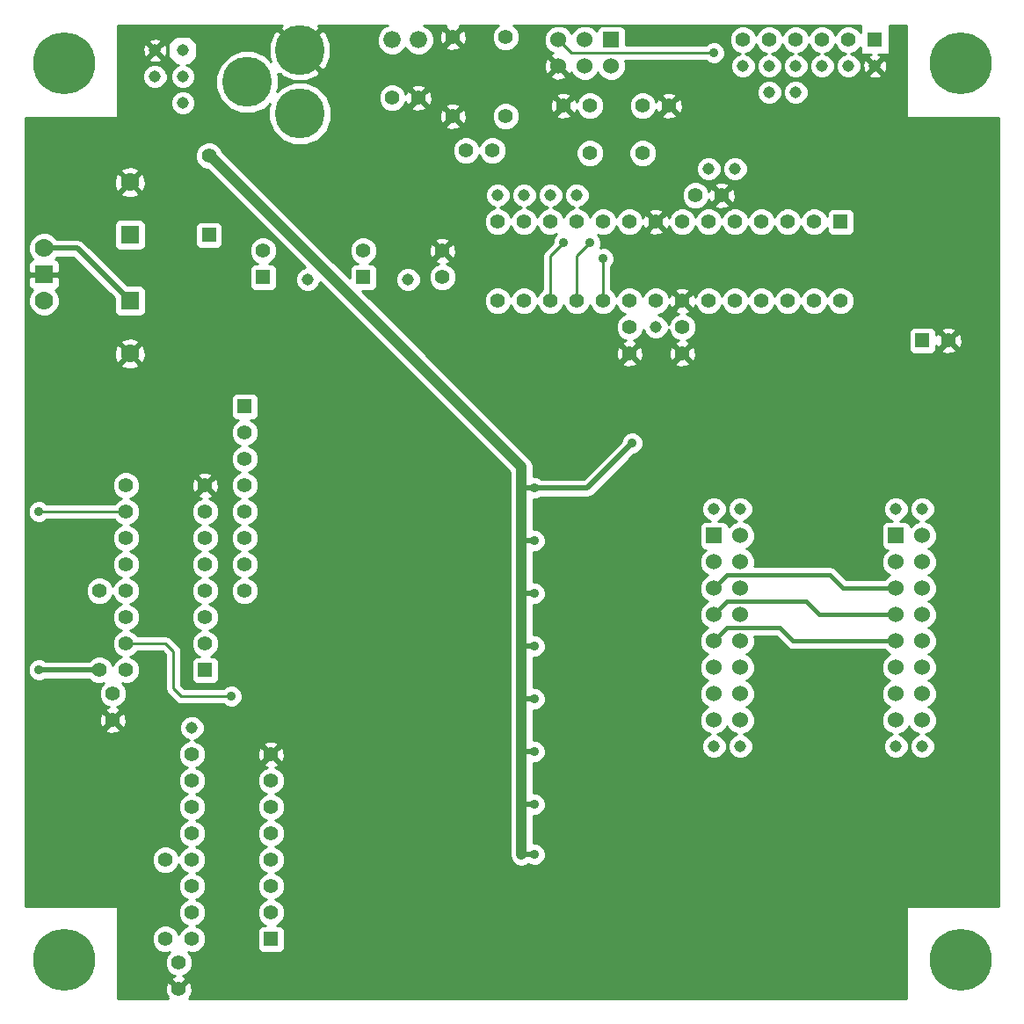
<source format=gbl>
G04 (created by PCBNEW-RS274X (2012-01-19 BZR 3256)-stable) date 5/20/2013 9:38:39 PM*
G01*
G70*
G90*
%MOIN*%
G04 Gerber Fmt 3.4, Leading zero omitted, Abs format*
%FSLAX34Y34*%
G04 APERTURE LIST*
%ADD10C,0.006000*%
%ADD11C,0.055000*%
%ADD12R,0.055000X0.055000*%
%ADD13C,0.045000*%
%ADD14R,0.060000X0.060000*%
%ADD15C,0.060000*%
%ADD16C,0.066000*%
%ADD17C,0.056000*%
%ADD18R,0.070000X0.070000*%
%ADD19C,0.070000*%
%ADD20C,0.235000*%
%ADD21C,0.189000*%
%ADD22C,0.035000*%
%ADD23C,0.010000*%
%ADD24C,0.018000*%
%ADD25C,0.040000*%
%ADD26C,0.020000*%
G04 APERTURE END LIST*
G54D10*
G54D11*
X55500Y-27500D03*
X53500Y-27500D03*
X55500Y-24500D03*
X53500Y-24500D03*
G54D12*
X45600Y-38500D03*
G54D11*
X45600Y-39500D03*
X45600Y-40500D03*
X45600Y-41500D03*
X45600Y-42500D03*
X45600Y-43500D03*
X45600Y-44500D03*
X45600Y-45500D03*
G54D12*
X69500Y-24600D03*
G54D11*
X68500Y-24600D03*
X67500Y-24600D03*
X66500Y-24600D03*
X65500Y-24600D03*
X64500Y-24600D03*
G54D12*
X71300Y-36000D03*
G54D11*
X72300Y-36000D03*
X42600Y-58700D03*
X42600Y-55700D03*
X40100Y-48500D03*
X40100Y-45500D03*
X52200Y-26800D03*
X51200Y-26800D03*
X55000Y-28800D03*
X54000Y-28800D03*
G54D13*
X63200Y-29500D03*
X66500Y-26600D03*
X69500Y-25600D03*
X68500Y-25600D03*
X67500Y-25600D03*
X66500Y-25600D03*
X65500Y-25600D03*
X64500Y-25600D03*
X43600Y-50700D03*
X65500Y-26600D03*
X43250Y-26000D03*
X71300Y-51400D03*
X63400Y-42400D03*
X64400Y-42400D03*
X63400Y-51400D03*
X64400Y-51400D03*
X70300Y-51400D03*
X43250Y-27000D03*
X43250Y-25000D03*
X71300Y-42400D03*
X70300Y-42400D03*
X61200Y-35500D03*
X55200Y-30500D03*
X56200Y-30500D03*
G54D14*
X63400Y-43400D03*
G54D15*
X64400Y-43400D03*
X63400Y-44400D03*
X64400Y-44400D03*
X63400Y-45400D03*
X64400Y-45400D03*
X63400Y-46400D03*
X64400Y-46400D03*
X63400Y-47400D03*
X64400Y-47400D03*
X63400Y-48400D03*
X64400Y-48400D03*
X63400Y-49400D03*
X64400Y-49400D03*
X63400Y-50400D03*
X64400Y-50400D03*
G54D14*
X70300Y-43400D03*
G54D15*
X71300Y-43400D03*
X70300Y-44400D03*
X71300Y-44400D03*
X70300Y-45400D03*
X71300Y-45400D03*
X70300Y-46400D03*
X71300Y-46400D03*
X70300Y-47400D03*
X71300Y-47400D03*
X70300Y-48400D03*
X71300Y-48400D03*
X70300Y-49400D03*
X71300Y-49400D03*
X70300Y-50400D03*
X71300Y-50400D03*
G54D14*
X59500Y-24600D03*
G54D15*
X59500Y-25600D03*
X58500Y-24600D03*
X58500Y-25600D03*
X57500Y-24600D03*
X57500Y-25600D03*
G54D16*
X52200Y-24600D03*
X51200Y-24600D03*
G54D17*
X58700Y-28900D03*
X60700Y-28900D03*
G54D11*
X67200Y-31500D03*
X66200Y-31500D03*
X65200Y-31500D03*
X64200Y-31500D03*
X63200Y-31500D03*
X62200Y-31500D03*
X61200Y-31500D03*
X60200Y-31500D03*
X59200Y-31500D03*
X58200Y-31500D03*
X57200Y-31500D03*
X56200Y-31500D03*
X55200Y-31500D03*
G54D12*
X68200Y-31500D03*
G54D11*
X55200Y-34500D03*
X56200Y-34500D03*
X57200Y-34500D03*
X58200Y-34500D03*
X59200Y-34500D03*
X60200Y-34500D03*
X61200Y-34500D03*
X62200Y-34500D03*
X63200Y-34500D03*
X64200Y-34500D03*
X65200Y-34500D03*
X66200Y-34500D03*
X67200Y-34500D03*
X68200Y-34500D03*
G54D12*
X44100Y-48500D03*
G54D11*
X44100Y-47500D03*
X44100Y-46500D03*
X44100Y-45500D03*
X44100Y-44500D03*
X44100Y-43500D03*
X44100Y-42500D03*
X44100Y-41500D03*
X41100Y-41500D03*
X41100Y-42500D03*
X41100Y-43500D03*
X41100Y-44500D03*
X41100Y-45500D03*
X41100Y-46500D03*
X41100Y-47500D03*
X41100Y-48500D03*
G54D12*
X46600Y-58700D03*
G54D11*
X46600Y-57700D03*
X46600Y-56700D03*
X46600Y-55700D03*
X46600Y-54700D03*
X46600Y-53700D03*
X46600Y-52700D03*
X46600Y-51700D03*
X43600Y-51700D03*
X43600Y-52700D03*
X43600Y-53700D03*
X43600Y-54700D03*
X43600Y-55700D03*
X43600Y-56700D03*
X43600Y-57700D03*
X43600Y-58700D03*
G54D12*
X44250Y-32000D03*
G54D11*
X44250Y-29000D03*
G54D18*
X41250Y-34500D03*
G54D19*
X41250Y-36500D03*
G54D18*
X41250Y-32000D03*
G54D19*
X41250Y-30000D03*
G54D11*
X58700Y-27100D03*
X57700Y-27100D03*
X60700Y-27100D03*
X61700Y-27100D03*
X62200Y-35500D03*
X62200Y-36500D03*
X60200Y-35500D03*
X60200Y-36500D03*
X62700Y-30500D03*
X63700Y-30500D03*
X40600Y-49400D03*
X40600Y-50400D03*
X43100Y-59600D03*
X43100Y-60600D03*
G54D20*
X38750Y-25500D03*
X38750Y-59500D03*
X72750Y-59500D03*
X72750Y-25500D03*
G54D13*
X42200Y-26000D03*
X42200Y-25000D03*
X64200Y-29500D03*
X58200Y-30500D03*
X57200Y-30500D03*
G54D21*
X47700Y-25000D03*
X47700Y-27400D03*
X45700Y-26200D03*
G54D12*
X50100Y-33600D03*
G54D11*
X50100Y-32600D03*
G54D12*
X46300Y-33600D03*
G54D11*
X46300Y-32600D03*
G54D13*
X51800Y-33700D03*
X48000Y-33700D03*
G54D19*
X38000Y-34500D03*
G54D18*
X38000Y-33500D03*
G54D19*
X38000Y-32500D03*
G54D11*
X53100Y-33600D03*
X53100Y-32600D03*
G54D22*
X45100Y-49500D03*
X58700Y-32300D03*
X57700Y-32300D03*
X63400Y-25100D03*
X59200Y-32900D03*
X56600Y-55500D03*
X56600Y-43600D03*
X60300Y-39900D03*
X56600Y-41600D03*
X56600Y-45600D03*
X56600Y-49600D03*
X56600Y-47600D03*
X56600Y-51600D03*
X56600Y-53600D03*
X37800Y-48500D03*
X37800Y-42500D03*
X51800Y-29800D03*
X71950Y-54600D03*
X53600Y-51600D03*
X48000Y-29800D03*
X63450Y-54600D03*
X53600Y-45600D03*
X70900Y-30900D03*
X53600Y-55600D03*
X53600Y-53600D03*
X53600Y-49600D03*
X66850Y-54600D03*
X70250Y-54600D03*
X73650Y-54600D03*
X53600Y-47600D03*
X53600Y-41600D03*
X53600Y-43600D03*
X61750Y-54600D03*
X65150Y-54600D03*
X68550Y-54600D03*
G54D23*
X42900Y-49200D02*
X43200Y-49500D01*
X43200Y-49500D02*
X45100Y-49500D01*
X42900Y-47800D02*
X42900Y-49200D01*
X41100Y-47500D02*
X42600Y-47500D01*
X42600Y-47500D02*
X42900Y-47800D01*
G54D24*
X63400Y-45400D02*
X63900Y-44900D01*
X68300Y-45400D02*
X70300Y-45400D01*
X67800Y-44900D02*
X68300Y-45400D01*
X63900Y-44900D02*
X67800Y-44900D01*
X63400Y-46400D02*
X63900Y-45900D01*
X66900Y-45900D02*
X67400Y-46400D01*
X63900Y-45900D02*
X66900Y-45900D01*
X67400Y-46400D02*
X70300Y-46400D01*
X65900Y-46900D02*
X66400Y-47400D01*
X66400Y-47400D02*
X70300Y-47400D01*
X63900Y-46900D02*
X65900Y-46900D01*
X63400Y-47400D02*
X63900Y-46900D01*
G54D23*
X58200Y-32800D02*
X58200Y-34500D01*
X58700Y-32300D02*
X58200Y-32800D01*
X57200Y-34500D02*
X57200Y-32800D01*
X57700Y-32300D02*
X57200Y-32800D01*
X57500Y-24600D02*
X58000Y-25100D01*
X58000Y-25100D02*
X63400Y-25100D01*
X59200Y-32900D02*
X59200Y-34500D01*
G54D25*
X56100Y-47600D02*
X56100Y-49600D01*
X56100Y-40800D02*
X56100Y-41600D01*
X56100Y-55500D02*
X56100Y-53600D01*
X56100Y-43600D02*
X56100Y-45600D01*
X56100Y-51600D02*
X56100Y-53600D01*
X56100Y-45600D02*
X56100Y-47600D01*
X44300Y-29000D02*
X56100Y-40800D01*
X44250Y-29000D02*
X44300Y-29000D01*
G54D26*
X56600Y-45600D02*
X56100Y-45600D01*
X56600Y-43600D02*
X56100Y-43600D01*
X58600Y-41600D02*
X60300Y-39900D01*
X56600Y-41600D02*
X56100Y-41600D01*
X56600Y-51600D02*
X56100Y-51600D01*
X56600Y-47600D02*
X56100Y-47600D01*
X56600Y-41600D02*
X58600Y-41600D01*
X56600Y-49600D02*
X56100Y-49600D01*
G54D25*
X56100Y-41600D02*
X56100Y-43600D01*
X56100Y-49600D02*
X56100Y-51600D01*
G54D26*
X56600Y-55500D02*
X56100Y-55500D01*
X56600Y-53600D02*
X56100Y-53600D01*
X39250Y-32500D02*
X41250Y-34500D01*
G54D23*
X37800Y-42500D02*
X41100Y-42500D01*
G54D26*
X37800Y-48500D02*
X40100Y-48500D01*
X38000Y-32500D02*
X39250Y-32500D01*
G54D10*
G36*
X74200Y-57450D02*
X72819Y-57450D01*
X72819Y-36074D01*
X72808Y-35870D01*
X72752Y-35733D01*
X72661Y-35710D01*
X72590Y-35781D01*
X72590Y-35639D01*
X72567Y-35548D01*
X72374Y-35481D01*
X72170Y-35492D01*
X72033Y-35548D01*
X72010Y-35639D01*
X72300Y-35929D01*
X72590Y-35639D01*
X72590Y-35781D01*
X72371Y-36000D01*
X72661Y-36290D01*
X72752Y-36267D01*
X72819Y-36074D01*
X72819Y-57450D01*
X72590Y-57450D01*
X72590Y-36361D01*
X72300Y-36071D01*
X72229Y-36142D01*
X72229Y-36000D01*
X71939Y-35710D01*
X71848Y-35733D01*
X71824Y-35802D01*
X71824Y-35676D01*
X71786Y-35584D01*
X71716Y-35514D01*
X71625Y-35476D01*
X71526Y-35476D01*
X70976Y-35476D01*
X70884Y-35514D01*
X70814Y-35584D01*
X70776Y-35675D01*
X70776Y-35774D01*
X70776Y-36324D01*
X70814Y-36416D01*
X70884Y-36486D01*
X70975Y-36524D01*
X71074Y-36524D01*
X71624Y-36524D01*
X71716Y-36486D01*
X71786Y-36416D01*
X71824Y-36325D01*
X71824Y-36226D01*
X71824Y-36208D01*
X71848Y-36267D01*
X71939Y-36290D01*
X72229Y-36000D01*
X72229Y-36142D01*
X72010Y-36361D01*
X72033Y-36452D01*
X72226Y-36519D01*
X72430Y-36508D01*
X72567Y-36452D01*
X72590Y-36361D01*
X72590Y-57450D01*
X71849Y-57450D01*
X71849Y-50509D01*
X71849Y-50291D01*
X71765Y-50089D01*
X71611Y-49935D01*
X71526Y-49900D01*
X71611Y-49865D01*
X71765Y-49711D01*
X71849Y-49509D01*
X71849Y-49291D01*
X71765Y-49089D01*
X71611Y-48935D01*
X71526Y-48900D01*
X71611Y-48865D01*
X71765Y-48711D01*
X71849Y-48509D01*
X71849Y-48291D01*
X71765Y-48089D01*
X71611Y-47935D01*
X71526Y-47900D01*
X71611Y-47865D01*
X71765Y-47711D01*
X71849Y-47509D01*
X71849Y-47291D01*
X71765Y-47089D01*
X71611Y-46935D01*
X71526Y-46900D01*
X71611Y-46865D01*
X71765Y-46711D01*
X71849Y-46509D01*
X71849Y-46291D01*
X71765Y-46089D01*
X71611Y-45935D01*
X71526Y-45900D01*
X71611Y-45865D01*
X71765Y-45711D01*
X71849Y-45509D01*
X71849Y-45291D01*
X71765Y-45089D01*
X71611Y-44935D01*
X71526Y-44900D01*
X71611Y-44865D01*
X71765Y-44711D01*
X71849Y-44509D01*
X71849Y-44291D01*
X71765Y-44089D01*
X71611Y-43935D01*
X71526Y-43900D01*
X71611Y-43865D01*
X71765Y-43711D01*
X71849Y-43509D01*
X71849Y-43291D01*
X71765Y-43089D01*
X71611Y-42935D01*
X71430Y-42859D01*
X71569Y-42803D01*
X71702Y-42669D01*
X71775Y-42495D01*
X71775Y-42306D01*
X71703Y-42131D01*
X71569Y-41998D01*
X71395Y-41925D01*
X71206Y-41925D01*
X71031Y-41997D01*
X70898Y-42131D01*
X70825Y-42305D01*
X70825Y-42494D01*
X70897Y-42669D01*
X71031Y-42802D01*
X71169Y-42860D01*
X70989Y-42935D01*
X70849Y-43075D01*
X70849Y-43051D01*
X70811Y-42959D01*
X70741Y-42889D01*
X70650Y-42851D01*
X70551Y-42851D01*
X70452Y-42851D01*
X70569Y-42803D01*
X70702Y-42669D01*
X70775Y-42495D01*
X70775Y-42306D01*
X70703Y-42131D01*
X70569Y-41998D01*
X70395Y-41925D01*
X70206Y-41925D01*
X70031Y-41997D01*
X69970Y-42058D01*
X69970Y-25662D01*
X69958Y-25477D01*
X69911Y-25363D01*
X69825Y-25346D01*
X69571Y-25600D01*
X69825Y-25854D01*
X69911Y-25837D01*
X69970Y-25662D01*
X69970Y-42058D01*
X69898Y-42131D01*
X69825Y-42305D01*
X69825Y-42494D01*
X69897Y-42669D01*
X70031Y-42802D01*
X70147Y-42851D01*
X69951Y-42851D01*
X69859Y-42889D01*
X69789Y-42959D01*
X69754Y-43042D01*
X69754Y-25925D01*
X69500Y-25671D01*
X69429Y-25742D01*
X69429Y-25600D01*
X69175Y-25346D01*
X69089Y-25363D01*
X69030Y-25538D01*
X69042Y-25723D01*
X69089Y-25837D01*
X69175Y-25854D01*
X69429Y-25600D01*
X69429Y-25742D01*
X69246Y-25925D01*
X69263Y-26011D01*
X69438Y-26070D01*
X69623Y-26058D01*
X69737Y-26011D01*
X69754Y-25925D01*
X69754Y-43042D01*
X69751Y-43050D01*
X69751Y-43149D01*
X69751Y-43749D01*
X69789Y-43841D01*
X69859Y-43911D01*
X69950Y-43949D01*
X69975Y-43949D01*
X69835Y-44089D01*
X69751Y-44291D01*
X69751Y-44509D01*
X69835Y-44711D01*
X69989Y-44865D01*
X70073Y-44900D01*
X69989Y-44935D01*
X69864Y-45060D01*
X68725Y-45060D01*
X68725Y-34605D01*
X68725Y-34396D01*
X68724Y-34393D01*
X68724Y-31825D01*
X68724Y-31726D01*
X68724Y-31176D01*
X68686Y-31084D01*
X68616Y-31014D01*
X68525Y-30976D01*
X68426Y-30976D01*
X67876Y-30976D01*
X67784Y-31014D01*
X67714Y-31084D01*
X67676Y-31175D01*
X67676Y-31274D01*
X67676Y-31277D01*
X67645Y-31203D01*
X67498Y-31055D01*
X67305Y-30975D01*
X67096Y-30975D01*
X66975Y-31025D01*
X66975Y-26695D01*
X66975Y-26506D01*
X66903Y-26331D01*
X66769Y-26198D01*
X66595Y-26125D01*
X66406Y-26125D01*
X66231Y-26197D01*
X66098Y-26331D01*
X66025Y-26505D01*
X66025Y-26694D01*
X66097Y-26869D01*
X66231Y-27002D01*
X66405Y-27075D01*
X66594Y-27075D01*
X66769Y-27003D01*
X66902Y-26869D01*
X66975Y-26695D01*
X66975Y-31025D01*
X66903Y-31055D01*
X66755Y-31202D01*
X66699Y-31335D01*
X66645Y-31203D01*
X66498Y-31055D01*
X66305Y-30975D01*
X66096Y-30975D01*
X65975Y-31025D01*
X65975Y-26695D01*
X65975Y-26506D01*
X65903Y-26331D01*
X65769Y-26198D01*
X65595Y-26125D01*
X65406Y-26125D01*
X65231Y-26197D01*
X65098Y-26331D01*
X65025Y-26505D01*
X65025Y-26694D01*
X65097Y-26869D01*
X65231Y-27002D01*
X65405Y-27075D01*
X65594Y-27075D01*
X65769Y-27003D01*
X65902Y-26869D01*
X65975Y-26695D01*
X65975Y-31025D01*
X65903Y-31055D01*
X65755Y-31202D01*
X65699Y-31335D01*
X65645Y-31203D01*
X65498Y-31055D01*
X65305Y-30975D01*
X65096Y-30975D01*
X64903Y-31055D01*
X64755Y-31202D01*
X64699Y-31335D01*
X64675Y-31276D01*
X64675Y-29595D01*
X64675Y-29406D01*
X64603Y-29231D01*
X64469Y-29098D01*
X64295Y-29025D01*
X64106Y-29025D01*
X63931Y-29097D01*
X63825Y-29203D01*
X63825Y-25185D01*
X63825Y-25016D01*
X63761Y-24860D01*
X63641Y-24740D01*
X63485Y-24675D01*
X63316Y-24675D01*
X63160Y-24739D01*
X63099Y-24800D01*
X60049Y-24800D01*
X60049Y-24251D01*
X60011Y-24159D01*
X59941Y-24089D01*
X59850Y-24051D01*
X59751Y-24051D01*
X59151Y-24051D01*
X59059Y-24089D01*
X58989Y-24159D01*
X58951Y-24250D01*
X58951Y-24275D01*
X58811Y-24135D01*
X58609Y-24051D01*
X58391Y-24051D01*
X58189Y-24135D01*
X58035Y-24289D01*
X58000Y-24373D01*
X57965Y-24289D01*
X57811Y-24135D01*
X57609Y-24051D01*
X57391Y-24051D01*
X57189Y-24135D01*
X57035Y-24289D01*
X56951Y-24491D01*
X56951Y-24709D01*
X57035Y-24911D01*
X57189Y-25065D01*
X57280Y-25102D01*
X57219Y-25128D01*
X57192Y-25222D01*
X57465Y-25494D01*
X57500Y-25529D01*
X57571Y-25600D01*
X57606Y-25635D01*
X57878Y-25908D01*
X57972Y-25881D01*
X57995Y-25815D01*
X58035Y-25911D01*
X58189Y-26065D01*
X58391Y-26149D01*
X58609Y-26149D01*
X58811Y-26065D01*
X58965Y-25911D01*
X59000Y-25826D01*
X59035Y-25911D01*
X59189Y-26065D01*
X59391Y-26149D01*
X59609Y-26149D01*
X59811Y-26065D01*
X59965Y-25911D01*
X60049Y-25709D01*
X60049Y-25491D01*
X60011Y-25400D01*
X63099Y-25400D01*
X63159Y-25460D01*
X63315Y-25525D01*
X63484Y-25525D01*
X63640Y-25461D01*
X63760Y-25341D01*
X63825Y-25185D01*
X63825Y-29203D01*
X63798Y-29231D01*
X63725Y-29405D01*
X63725Y-29594D01*
X63797Y-29769D01*
X63931Y-29902D01*
X64105Y-29975D01*
X64294Y-29975D01*
X64469Y-29903D01*
X64602Y-29769D01*
X64675Y-29595D01*
X64675Y-31276D01*
X64645Y-31203D01*
X64498Y-31055D01*
X64305Y-30975D01*
X64219Y-30975D01*
X64219Y-30574D01*
X64208Y-30370D01*
X64152Y-30233D01*
X64061Y-30210D01*
X63990Y-30281D01*
X63990Y-30139D01*
X63967Y-30048D01*
X63774Y-29981D01*
X63675Y-29986D01*
X63675Y-29595D01*
X63675Y-29406D01*
X63603Y-29231D01*
X63469Y-29098D01*
X63295Y-29025D01*
X63106Y-29025D01*
X62931Y-29097D01*
X62798Y-29231D01*
X62725Y-29405D01*
X62725Y-29594D01*
X62797Y-29769D01*
X62931Y-29902D01*
X63105Y-29975D01*
X63294Y-29975D01*
X63469Y-29903D01*
X63602Y-29769D01*
X63675Y-29595D01*
X63675Y-29986D01*
X63570Y-29992D01*
X63433Y-30048D01*
X63410Y-30139D01*
X63700Y-30429D01*
X63990Y-30139D01*
X63990Y-30281D01*
X63771Y-30500D01*
X64061Y-30790D01*
X64152Y-30767D01*
X64219Y-30574D01*
X64219Y-30975D01*
X64096Y-30975D01*
X63990Y-31018D01*
X63990Y-30861D01*
X63700Y-30571D01*
X63629Y-30642D01*
X63629Y-30500D01*
X63339Y-30210D01*
X63248Y-30233D01*
X63206Y-30351D01*
X63145Y-30203D01*
X62998Y-30055D01*
X62805Y-29975D01*
X62596Y-29975D01*
X62403Y-30055D01*
X62255Y-30202D01*
X62219Y-30288D01*
X62219Y-27174D01*
X62208Y-26970D01*
X62152Y-26833D01*
X62061Y-26810D01*
X61990Y-26881D01*
X61990Y-26739D01*
X61967Y-26648D01*
X61774Y-26581D01*
X61570Y-26592D01*
X61433Y-26648D01*
X61410Y-26739D01*
X61700Y-27029D01*
X61990Y-26739D01*
X61990Y-26881D01*
X61771Y-27100D01*
X62061Y-27390D01*
X62152Y-27367D01*
X62219Y-27174D01*
X62219Y-30288D01*
X62175Y-30395D01*
X62175Y-30604D01*
X62255Y-30797D01*
X62402Y-30945D01*
X62595Y-31025D01*
X62804Y-31025D01*
X62997Y-30945D01*
X63145Y-30798D01*
X63203Y-30657D01*
X63248Y-30767D01*
X63339Y-30790D01*
X63629Y-30500D01*
X63629Y-30642D01*
X63410Y-30861D01*
X63433Y-30952D01*
X63626Y-31019D01*
X63830Y-31008D01*
X63967Y-30952D01*
X63990Y-30861D01*
X63990Y-31018D01*
X63903Y-31055D01*
X63755Y-31202D01*
X63699Y-31335D01*
X63645Y-31203D01*
X63498Y-31055D01*
X63305Y-30975D01*
X63096Y-30975D01*
X62903Y-31055D01*
X62755Y-31202D01*
X62699Y-31335D01*
X62645Y-31203D01*
X62498Y-31055D01*
X62305Y-30975D01*
X62096Y-30975D01*
X61990Y-31018D01*
X61990Y-27461D01*
X61700Y-27171D01*
X61629Y-27242D01*
X61629Y-27100D01*
X61339Y-26810D01*
X61248Y-26833D01*
X61206Y-26951D01*
X61145Y-26803D01*
X60998Y-26655D01*
X60805Y-26575D01*
X60596Y-26575D01*
X60403Y-26655D01*
X60255Y-26802D01*
X60175Y-26995D01*
X60175Y-27204D01*
X60255Y-27397D01*
X60402Y-27545D01*
X60595Y-27625D01*
X60804Y-27625D01*
X60997Y-27545D01*
X61145Y-27398D01*
X61203Y-27257D01*
X61248Y-27367D01*
X61339Y-27390D01*
X61629Y-27100D01*
X61629Y-27242D01*
X61410Y-27461D01*
X61433Y-27552D01*
X61626Y-27619D01*
X61830Y-27608D01*
X61967Y-27552D01*
X61990Y-27461D01*
X61990Y-31018D01*
X61903Y-31055D01*
X61755Y-31202D01*
X61696Y-31342D01*
X61652Y-31233D01*
X61561Y-31210D01*
X61490Y-31281D01*
X61490Y-31139D01*
X61467Y-31048D01*
X61274Y-30981D01*
X61230Y-30983D01*
X61230Y-29006D01*
X61230Y-28795D01*
X61149Y-28600D01*
X61001Y-28451D01*
X60806Y-28370D01*
X60595Y-28370D01*
X60400Y-28451D01*
X60251Y-28599D01*
X60170Y-28794D01*
X60170Y-29005D01*
X60251Y-29200D01*
X60399Y-29349D01*
X60594Y-29430D01*
X60805Y-29430D01*
X61000Y-29349D01*
X61149Y-29201D01*
X61230Y-29006D01*
X61230Y-30983D01*
X61070Y-30992D01*
X60933Y-31048D01*
X60910Y-31139D01*
X61200Y-31429D01*
X61490Y-31139D01*
X61490Y-31281D01*
X61271Y-31500D01*
X61561Y-31790D01*
X61652Y-31767D01*
X61693Y-31648D01*
X61755Y-31797D01*
X61902Y-31945D01*
X62095Y-32025D01*
X62304Y-32025D01*
X62497Y-31945D01*
X62645Y-31798D01*
X62700Y-31664D01*
X62755Y-31797D01*
X62902Y-31945D01*
X63095Y-32025D01*
X63304Y-32025D01*
X63497Y-31945D01*
X63645Y-31798D01*
X63700Y-31664D01*
X63755Y-31797D01*
X63902Y-31945D01*
X64095Y-32025D01*
X64304Y-32025D01*
X64497Y-31945D01*
X64645Y-31798D01*
X64700Y-31664D01*
X64755Y-31797D01*
X64902Y-31945D01*
X65095Y-32025D01*
X65304Y-32025D01*
X65497Y-31945D01*
X65645Y-31798D01*
X65700Y-31664D01*
X65755Y-31797D01*
X65902Y-31945D01*
X66095Y-32025D01*
X66304Y-32025D01*
X66497Y-31945D01*
X66645Y-31798D01*
X66700Y-31664D01*
X66755Y-31797D01*
X66902Y-31945D01*
X67095Y-32025D01*
X67304Y-32025D01*
X67497Y-31945D01*
X67645Y-31798D01*
X67676Y-31723D01*
X67676Y-31824D01*
X67714Y-31916D01*
X67784Y-31986D01*
X67875Y-32024D01*
X67974Y-32024D01*
X68524Y-32024D01*
X68616Y-31986D01*
X68686Y-31916D01*
X68724Y-31825D01*
X68724Y-34393D01*
X68645Y-34203D01*
X68498Y-34055D01*
X68305Y-33975D01*
X68096Y-33975D01*
X67903Y-34055D01*
X67755Y-34202D01*
X67699Y-34335D01*
X67645Y-34203D01*
X67498Y-34055D01*
X67305Y-33975D01*
X67096Y-33975D01*
X66903Y-34055D01*
X66755Y-34202D01*
X66699Y-34335D01*
X66645Y-34203D01*
X66498Y-34055D01*
X66305Y-33975D01*
X66096Y-33975D01*
X65903Y-34055D01*
X65755Y-34202D01*
X65699Y-34335D01*
X65645Y-34203D01*
X65498Y-34055D01*
X65305Y-33975D01*
X65096Y-33975D01*
X64903Y-34055D01*
X64755Y-34202D01*
X64699Y-34335D01*
X64645Y-34203D01*
X64498Y-34055D01*
X64305Y-33975D01*
X64096Y-33975D01*
X63903Y-34055D01*
X63755Y-34202D01*
X63699Y-34335D01*
X63645Y-34203D01*
X63498Y-34055D01*
X63305Y-33975D01*
X63096Y-33975D01*
X62903Y-34055D01*
X62755Y-34202D01*
X62696Y-34342D01*
X62652Y-34233D01*
X62561Y-34210D01*
X62490Y-34281D01*
X62490Y-34139D01*
X62467Y-34048D01*
X62274Y-33981D01*
X62070Y-33992D01*
X61933Y-34048D01*
X61910Y-34139D01*
X62200Y-34429D01*
X62490Y-34139D01*
X62490Y-34281D01*
X62271Y-34500D01*
X62561Y-34790D01*
X62652Y-34767D01*
X62693Y-34648D01*
X62755Y-34797D01*
X62902Y-34945D01*
X63095Y-35025D01*
X63304Y-35025D01*
X63497Y-34945D01*
X63645Y-34798D01*
X63700Y-34664D01*
X63755Y-34797D01*
X63902Y-34945D01*
X64095Y-35025D01*
X64304Y-35025D01*
X64497Y-34945D01*
X64645Y-34798D01*
X64700Y-34664D01*
X64755Y-34797D01*
X64902Y-34945D01*
X65095Y-35025D01*
X65304Y-35025D01*
X65497Y-34945D01*
X65645Y-34798D01*
X65700Y-34664D01*
X65755Y-34797D01*
X65902Y-34945D01*
X66095Y-35025D01*
X66304Y-35025D01*
X66497Y-34945D01*
X66645Y-34798D01*
X66700Y-34664D01*
X66755Y-34797D01*
X66902Y-34945D01*
X67095Y-35025D01*
X67304Y-35025D01*
X67497Y-34945D01*
X67645Y-34798D01*
X67700Y-34664D01*
X67755Y-34797D01*
X67902Y-34945D01*
X68095Y-35025D01*
X68304Y-35025D01*
X68497Y-34945D01*
X68645Y-34798D01*
X68725Y-34605D01*
X68725Y-45060D01*
X68440Y-45060D01*
X68040Y-44660D01*
X67930Y-44586D01*
X67800Y-44560D01*
X64927Y-44560D01*
X64949Y-44509D01*
X64949Y-44291D01*
X64865Y-44089D01*
X64711Y-43935D01*
X64626Y-43900D01*
X64711Y-43865D01*
X64865Y-43711D01*
X64949Y-43509D01*
X64949Y-43291D01*
X64865Y-43089D01*
X64711Y-42935D01*
X64530Y-42859D01*
X64669Y-42803D01*
X64802Y-42669D01*
X64875Y-42495D01*
X64875Y-42306D01*
X64803Y-42131D01*
X64669Y-41998D01*
X64495Y-41925D01*
X64306Y-41925D01*
X64131Y-41997D01*
X63998Y-42131D01*
X63925Y-42305D01*
X63925Y-42494D01*
X63997Y-42669D01*
X64131Y-42802D01*
X64269Y-42860D01*
X64089Y-42935D01*
X63949Y-43075D01*
X63949Y-43051D01*
X63911Y-42959D01*
X63841Y-42889D01*
X63750Y-42851D01*
X63651Y-42851D01*
X63552Y-42851D01*
X63669Y-42803D01*
X63802Y-42669D01*
X63875Y-42495D01*
X63875Y-42306D01*
X63803Y-42131D01*
X63669Y-41998D01*
X63495Y-41925D01*
X63306Y-41925D01*
X63131Y-41997D01*
X62998Y-42131D01*
X62925Y-42305D01*
X62925Y-42494D01*
X62997Y-42669D01*
X63131Y-42802D01*
X63247Y-42851D01*
X63051Y-42851D01*
X62959Y-42889D01*
X62889Y-42959D01*
X62851Y-43050D01*
X62851Y-43149D01*
X62851Y-43749D01*
X62889Y-43841D01*
X62959Y-43911D01*
X63050Y-43949D01*
X63075Y-43949D01*
X62935Y-44089D01*
X62851Y-44291D01*
X62851Y-44509D01*
X62935Y-44711D01*
X63089Y-44865D01*
X63173Y-44900D01*
X63089Y-44935D01*
X62935Y-45089D01*
X62851Y-45291D01*
X62851Y-45509D01*
X62935Y-45711D01*
X63089Y-45865D01*
X63173Y-45900D01*
X63089Y-45935D01*
X62935Y-46089D01*
X62851Y-46291D01*
X62851Y-46509D01*
X62935Y-46711D01*
X63089Y-46865D01*
X63173Y-46900D01*
X63089Y-46935D01*
X62935Y-47089D01*
X62851Y-47291D01*
X62851Y-47509D01*
X62935Y-47711D01*
X63089Y-47865D01*
X63173Y-47900D01*
X63089Y-47935D01*
X62935Y-48089D01*
X62851Y-48291D01*
X62851Y-48509D01*
X62935Y-48711D01*
X63089Y-48865D01*
X63173Y-48900D01*
X63089Y-48935D01*
X62935Y-49089D01*
X62851Y-49291D01*
X62851Y-49509D01*
X62935Y-49711D01*
X63089Y-49865D01*
X63173Y-49900D01*
X63089Y-49935D01*
X62935Y-50089D01*
X62851Y-50291D01*
X62851Y-50509D01*
X62935Y-50711D01*
X63089Y-50865D01*
X63269Y-50940D01*
X63131Y-50997D01*
X62998Y-51131D01*
X62925Y-51305D01*
X62925Y-51494D01*
X62997Y-51669D01*
X63131Y-51802D01*
X63305Y-51875D01*
X63494Y-51875D01*
X63669Y-51803D01*
X63802Y-51669D01*
X63875Y-51495D01*
X63875Y-51306D01*
X63803Y-51131D01*
X63669Y-50998D01*
X63530Y-50939D01*
X63711Y-50865D01*
X63865Y-50711D01*
X63900Y-50626D01*
X63935Y-50711D01*
X64089Y-50865D01*
X64269Y-50940D01*
X64131Y-50997D01*
X63998Y-51131D01*
X63925Y-51305D01*
X63925Y-51494D01*
X63997Y-51669D01*
X64131Y-51802D01*
X64305Y-51875D01*
X64494Y-51875D01*
X64669Y-51803D01*
X64802Y-51669D01*
X64875Y-51495D01*
X64875Y-51306D01*
X64803Y-51131D01*
X64669Y-50998D01*
X64530Y-50939D01*
X64711Y-50865D01*
X64865Y-50711D01*
X64949Y-50509D01*
X64949Y-50291D01*
X64865Y-50089D01*
X64711Y-49935D01*
X64626Y-49900D01*
X64711Y-49865D01*
X64865Y-49711D01*
X64949Y-49509D01*
X64949Y-49291D01*
X64865Y-49089D01*
X64711Y-48935D01*
X64626Y-48900D01*
X64711Y-48865D01*
X64865Y-48711D01*
X64949Y-48509D01*
X64949Y-48291D01*
X64865Y-48089D01*
X64711Y-47935D01*
X64626Y-47900D01*
X64711Y-47865D01*
X64865Y-47711D01*
X64949Y-47509D01*
X64949Y-47291D01*
X64927Y-47240D01*
X65760Y-47240D01*
X66160Y-47640D01*
X66270Y-47714D01*
X66400Y-47740D01*
X69864Y-47740D01*
X69989Y-47865D01*
X70073Y-47900D01*
X69989Y-47935D01*
X69835Y-48089D01*
X69751Y-48291D01*
X69751Y-48509D01*
X69835Y-48711D01*
X69989Y-48865D01*
X70073Y-48900D01*
X69989Y-48935D01*
X69835Y-49089D01*
X69751Y-49291D01*
X69751Y-49509D01*
X69835Y-49711D01*
X69989Y-49865D01*
X70073Y-49900D01*
X69989Y-49935D01*
X69835Y-50089D01*
X69751Y-50291D01*
X69751Y-50509D01*
X69835Y-50711D01*
X69989Y-50865D01*
X70169Y-50940D01*
X70031Y-50997D01*
X69898Y-51131D01*
X69825Y-51305D01*
X69825Y-51494D01*
X69897Y-51669D01*
X70031Y-51802D01*
X70205Y-51875D01*
X70394Y-51875D01*
X70569Y-51803D01*
X70702Y-51669D01*
X70775Y-51495D01*
X70775Y-51306D01*
X70703Y-51131D01*
X70569Y-50998D01*
X70430Y-50939D01*
X70611Y-50865D01*
X70765Y-50711D01*
X70800Y-50626D01*
X70835Y-50711D01*
X70989Y-50865D01*
X71169Y-50940D01*
X71031Y-50997D01*
X70898Y-51131D01*
X70825Y-51305D01*
X70825Y-51494D01*
X70897Y-51669D01*
X71031Y-51802D01*
X71205Y-51875D01*
X71394Y-51875D01*
X71569Y-51803D01*
X71702Y-51669D01*
X71775Y-51495D01*
X71775Y-51306D01*
X71703Y-51131D01*
X71569Y-50998D01*
X71430Y-50939D01*
X71611Y-50865D01*
X71765Y-50711D01*
X71849Y-50509D01*
X71849Y-57450D01*
X70700Y-57450D01*
X70700Y-60950D01*
X62725Y-60950D01*
X62725Y-35605D01*
X62725Y-35396D01*
X62645Y-35203D01*
X62498Y-35055D01*
X62357Y-34996D01*
X62467Y-34952D01*
X62490Y-34861D01*
X62200Y-34571D01*
X61910Y-34861D01*
X61933Y-34952D01*
X62051Y-34993D01*
X61903Y-35055D01*
X61755Y-35202D01*
X61675Y-35395D01*
X61675Y-35406D01*
X61603Y-35231D01*
X61469Y-35098D01*
X61295Y-35025D01*
X61304Y-35025D01*
X61497Y-34945D01*
X61645Y-34798D01*
X61703Y-34657D01*
X61748Y-34767D01*
X61839Y-34790D01*
X62129Y-34500D01*
X61839Y-34210D01*
X61748Y-34233D01*
X61706Y-34351D01*
X61645Y-34203D01*
X61498Y-34055D01*
X61490Y-34051D01*
X61490Y-31861D01*
X61200Y-31571D01*
X60910Y-31861D01*
X60933Y-31952D01*
X61126Y-32019D01*
X61330Y-32008D01*
X61467Y-31952D01*
X61490Y-31861D01*
X61490Y-34051D01*
X61305Y-33975D01*
X61096Y-33975D01*
X60903Y-34055D01*
X60755Y-34202D01*
X60699Y-34335D01*
X60645Y-34203D01*
X60498Y-34055D01*
X60305Y-33975D01*
X60096Y-33975D01*
X59903Y-34055D01*
X59755Y-34202D01*
X59699Y-34335D01*
X59645Y-34203D01*
X59500Y-34057D01*
X59500Y-33201D01*
X59560Y-33141D01*
X59625Y-32985D01*
X59625Y-32816D01*
X59561Y-32660D01*
X59441Y-32540D01*
X59285Y-32475D01*
X59116Y-32475D01*
X59081Y-32489D01*
X59125Y-32385D01*
X59125Y-32216D01*
X59061Y-32060D01*
X58977Y-31976D01*
X59095Y-32025D01*
X59304Y-32025D01*
X59497Y-31945D01*
X59645Y-31798D01*
X59700Y-31664D01*
X59755Y-31797D01*
X59902Y-31945D01*
X60095Y-32025D01*
X60304Y-32025D01*
X60497Y-31945D01*
X60645Y-31798D01*
X60703Y-31657D01*
X60748Y-31767D01*
X60839Y-31790D01*
X61129Y-31500D01*
X60839Y-31210D01*
X60748Y-31233D01*
X60706Y-31351D01*
X60645Y-31203D01*
X60498Y-31055D01*
X60305Y-30975D01*
X60096Y-30975D01*
X59903Y-31055D01*
X59755Y-31202D01*
X59699Y-31335D01*
X59645Y-31203D01*
X59498Y-31055D01*
X59305Y-30975D01*
X59230Y-30975D01*
X59230Y-29006D01*
X59230Y-28795D01*
X59225Y-28782D01*
X59225Y-27205D01*
X59225Y-26996D01*
X59145Y-26803D01*
X58998Y-26655D01*
X58805Y-26575D01*
X58596Y-26575D01*
X58403Y-26655D01*
X58255Y-26802D01*
X58196Y-26942D01*
X58152Y-26833D01*
X58061Y-26810D01*
X57990Y-26881D01*
X57990Y-26739D01*
X57967Y-26648D01*
X57808Y-26592D01*
X57808Y-25978D01*
X57500Y-25671D01*
X57429Y-25741D01*
X57429Y-25600D01*
X57122Y-25292D01*
X57028Y-25319D01*
X56957Y-25521D01*
X56968Y-25734D01*
X57028Y-25881D01*
X57122Y-25908D01*
X57429Y-25600D01*
X57429Y-25741D01*
X57192Y-25978D01*
X57219Y-26072D01*
X57421Y-26143D01*
X57634Y-26132D01*
X57781Y-26072D01*
X57808Y-25978D01*
X57808Y-26592D01*
X57774Y-26581D01*
X57570Y-26592D01*
X57433Y-26648D01*
X57410Y-26739D01*
X57700Y-27029D01*
X57990Y-26739D01*
X57990Y-26881D01*
X57771Y-27100D01*
X58061Y-27390D01*
X58152Y-27367D01*
X58193Y-27248D01*
X58255Y-27397D01*
X58402Y-27545D01*
X58595Y-27625D01*
X58804Y-27625D01*
X58997Y-27545D01*
X59145Y-27398D01*
X59225Y-27205D01*
X59225Y-28782D01*
X59149Y-28600D01*
X59001Y-28451D01*
X58806Y-28370D01*
X58595Y-28370D01*
X58400Y-28451D01*
X58251Y-28599D01*
X58170Y-28794D01*
X58170Y-29005D01*
X58251Y-29200D01*
X58399Y-29349D01*
X58594Y-29430D01*
X58805Y-29430D01*
X59000Y-29349D01*
X59149Y-29201D01*
X59230Y-29006D01*
X59230Y-30975D01*
X59096Y-30975D01*
X58903Y-31055D01*
X58755Y-31202D01*
X58699Y-31335D01*
X58645Y-31203D01*
X58498Y-31055D01*
X58305Y-30975D01*
X58294Y-30975D01*
X58469Y-30903D01*
X58602Y-30769D01*
X58675Y-30595D01*
X58675Y-30406D01*
X58603Y-30231D01*
X58469Y-30098D01*
X58295Y-30025D01*
X58106Y-30025D01*
X57990Y-30072D01*
X57990Y-27461D01*
X57700Y-27171D01*
X57629Y-27242D01*
X57629Y-27100D01*
X57339Y-26810D01*
X57248Y-26833D01*
X57181Y-27026D01*
X57192Y-27230D01*
X57248Y-27367D01*
X57339Y-27390D01*
X57629Y-27100D01*
X57629Y-27242D01*
X57410Y-27461D01*
X57433Y-27552D01*
X57626Y-27619D01*
X57830Y-27608D01*
X57967Y-27552D01*
X57990Y-27461D01*
X57990Y-30072D01*
X57931Y-30097D01*
X57798Y-30231D01*
X57725Y-30405D01*
X57725Y-30594D01*
X57797Y-30769D01*
X57931Y-30902D01*
X58105Y-30975D01*
X58096Y-30975D01*
X57903Y-31055D01*
X57755Y-31202D01*
X57699Y-31335D01*
X57645Y-31203D01*
X57498Y-31055D01*
X57305Y-30975D01*
X57294Y-30975D01*
X57469Y-30903D01*
X57602Y-30769D01*
X57675Y-30595D01*
X57675Y-30406D01*
X57603Y-30231D01*
X57469Y-30098D01*
X57295Y-30025D01*
X57106Y-30025D01*
X56931Y-30097D01*
X56798Y-30231D01*
X56725Y-30405D01*
X56725Y-30594D01*
X56797Y-30769D01*
X56931Y-30902D01*
X57105Y-30975D01*
X57096Y-30975D01*
X56903Y-31055D01*
X56755Y-31202D01*
X56699Y-31335D01*
X56645Y-31203D01*
X56498Y-31055D01*
X56305Y-30975D01*
X56294Y-30975D01*
X56469Y-30903D01*
X56602Y-30769D01*
X56675Y-30595D01*
X56675Y-30406D01*
X56603Y-30231D01*
X56469Y-30098D01*
X56295Y-30025D01*
X56106Y-30025D01*
X56025Y-30058D01*
X56025Y-27605D01*
X56025Y-27396D01*
X55945Y-27203D01*
X55798Y-27055D01*
X55605Y-26975D01*
X55396Y-26975D01*
X55203Y-27055D01*
X55055Y-27202D01*
X54975Y-27395D01*
X54975Y-27604D01*
X55055Y-27797D01*
X55202Y-27945D01*
X55395Y-28025D01*
X55604Y-28025D01*
X55797Y-27945D01*
X55945Y-27798D01*
X56025Y-27605D01*
X56025Y-30058D01*
X55931Y-30097D01*
X55798Y-30231D01*
X55725Y-30405D01*
X55725Y-30594D01*
X55797Y-30769D01*
X55931Y-30902D01*
X56105Y-30975D01*
X56096Y-30975D01*
X55903Y-31055D01*
X55755Y-31202D01*
X55699Y-31335D01*
X55645Y-31203D01*
X55498Y-31055D01*
X55305Y-30975D01*
X55294Y-30975D01*
X55469Y-30903D01*
X55602Y-30769D01*
X55675Y-30595D01*
X55675Y-30406D01*
X55603Y-30231D01*
X55525Y-30153D01*
X55525Y-28905D01*
X55525Y-28696D01*
X55445Y-28503D01*
X55298Y-28355D01*
X55105Y-28275D01*
X54896Y-28275D01*
X54703Y-28355D01*
X54555Y-28502D01*
X54499Y-28635D01*
X54445Y-28503D01*
X54298Y-28355D01*
X54105Y-28275D01*
X54019Y-28275D01*
X54019Y-27574D01*
X54019Y-24574D01*
X54008Y-24370D01*
X53952Y-24233D01*
X53861Y-24210D01*
X53571Y-24500D01*
X53861Y-24790D01*
X53952Y-24767D01*
X54019Y-24574D01*
X54019Y-27574D01*
X54008Y-27370D01*
X53952Y-27233D01*
X53861Y-27210D01*
X53790Y-27281D01*
X53790Y-27139D01*
X53790Y-24861D01*
X53500Y-24571D01*
X53429Y-24642D01*
X53429Y-24500D01*
X53139Y-24210D01*
X53048Y-24233D01*
X52981Y-24426D01*
X52992Y-24630D01*
X53048Y-24767D01*
X53139Y-24790D01*
X53429Y-24500D01*
X53429Y-24642D01*
X53210Y-24861D01*
X53233Y-24952D01*
X53426Y-25019D01*
X53630Y-25008D01*
X53767Y-24952D01*
X53790Y-24861D01*
X53790Y-27139D01*
X53767Y-27048D01*
X53574Y-26981D01*
X53370Y-26992D01*
X53233Y-27048D01*
X53210Y-27139D01*
X53500Y-27429D01*
X53790Y-27139D01*
X53790Y-27281D01*
X53571Y-27500D01*
X53861Y-27790D01*
X53952Y-27767D01*
X54019Y-27574D01*
X54019Y-28275D01*
X53896Y-28275D01*
X53790Y-28318D01*
X53790Y-27861D01*
X53500Y-27571D01*
X53429Y-27642D01*
X53429Y-27500D01*
X53139Y-27210D01*
X53048Y-27233D01*
X52981Y-27426D01*
X52992Y-27630D01*
X53048Y-27767D01*
X53139Y-27790D01*
X53429Y-27500D01*
X53429Y-27642D01*
X53210Y-27861D01*
X53233Y-27952D01*
X53426Y-28019D01*
X53630Y-28008D01*
X53767Y-27952D01*
X53790Y-27861D01*
X53790Y-28318D01*
X53703Y-28355D01*
X53555Y-28502D01*
X53475Y-28695D01*
X53475Y-28904D01*
X53555Y-29097D01*
X53702Y-29245D01*
X53895Y-29325D01*
X54104Y-29325D01*
X54297Y-29245D01*
X54445Y-29098D01*
X54500Y-28964D01*
X54555Y-29097D01*
X54702Y-29245D01*
X54895Y-29325D01*
X55104Y-29325D01*
X55297Y-29245D01*
X55445Y-29098D01*
X55525Y-28905D01*
X55525Y-30153D01*
X55469Y-30098D01*
X55295Y-30025D01*
X55106Y-30025D01*
X54931Y-30097D01*
X54798Y-30231D01*
X54725Y-30405D01*
X54725Y-30594D01*
X54797Y-30769D01*
X54931Y-30902D01*
X55105Y-30975D01*
X55096Y-30975D01*
X54903Y-31055D01*
X54755Y-31202D01*
X54675Y-31395D01*
X54675Y-31604D01*
X54755Y-31797D01*
X54902Y-31945D01*
X55095Y-32025D01*
X55304Y-32025D01*
X55497Y-31945D01*
X55645Y-31798D01*
X55700Y-31664D01*
X55755Y-31797D01*
X55902Y-31945D01*
X56095Y-32025D01*
X56304Y-32025D01*
X56497Y-31945D01*
X56645Y-31798D01*
X56700Y-31664D01*
X56755Y-31797D01*
X56902Y-31945D01*
X57095Y-32025D01*
X57304Y-32025D01*
X57423Y-31975D01*
X57340Y-32059D01*
X57275Y-32215D01*
X57275Y-32301D01*
X56988Y-32588D01*
X56923Y-32685D01*
X56900Y-32800D01*
X56900Y-34057D01*
X56755Y-34202D01*
X56699Y-34335D01*
X56645Y-34203D01*
X56498Y-34055D01*
X56305Y-33975D01*
X56096Y-33975D01*
X55903Y-34055D01*
X55755Y-34202D01*
X55699Y-34335D01*
X55645Y-34203D01*
X55498Y-34055D01*
X55305Y-33975D01*
X55096Y-33975D01*
X54903Y-34055D01*
X54755Y-34202D01*
X54675Y-34395D01*
X54675Y-34604D01*
X54755Y-34797D01*
X54902Y-34945D01*
X55095Y-35025D01*
X55304Y-35025D01*
X55497Y-34945D01*
X55645Y-34798D01*
X55700Y-34664D01*
X55755Y-34797D01*
X55902Y-34945D01*
X56095Y-35025D01*
X56304Y-35025D01*
X56497Y-34945D01*
X56645Y-34798D01*
X56700Y-34664D01*
X56755Y-34797D01*
X56902Y-34945D01*
X57095Y-35025D01*
X57304Y-35025D01*
X57497Y-34945D01*
X57645Y-34798D01*
X57700Y-34664D01*
X57755Y-34797D01*
X57902Y-34945D01*
X58095Y-35025D01*
X58304Y-35025D01*
X58497Y-34945D01*
X58645Y-34798D01*
X58700Y-34664D01*
X58755Y-34797D01*
X58902Y-34945D01*
X59095Y-35025D01*
X59304Y-35025D01*
X59497Y-34945D01*
X59645Y-34798D01*
X59700Y-34664D01*
X59755Y-34797D01*
X59902Y-34945D01*
X60035Y-35000D01*
X59903Y-35055D01*
X59755Y-35202D01*
X59675Y-35395D01*
X59675Y-35604D01*
X59755Y-35797D01*
X59902Y-35945D01*
X60042Y-36003D01*
X59933Y-36048D01*
X59910Y-36139D01*
X60200Y-36429D01*
X60490Y-36139D01*
X60467Y-36048D01*
X60348Y-36006D01*
X60497Y-35945D01*
X60645Y-35798D01*
X60725Y-35605D01*
X60725Y-35594D01*
X60797Y-35769D01*
X60931Y-35902D01*
X61105Y-35975D01*
X61294Y-35975D01*
X61469Y-35903D01*
X61602Y-35769D01*
X61675Y-35595D01*
X61675Y-35604D01*
X61755Y-35797D01*
X61902Y-35945D01*
X62042Y-36003D01*
X61933Y-36048D01*
X61910Y-36139D01*
X62200Y-36429D01*
X62490Y-36139D01*
X62467Y-36048D01*
X62348Y-36006D01*
X62497Y-35945D01*
X62645Y-35798D01*
X62725Y-35605D01*
X62725Y-60950D01*
X62719Y-60950D01*
X62719Y-36574D01*
X62708Y-36370D01*
X62652Y-36233D01*
X62561Y-36210D01*
X62271Y-36500D01*
X62561Y-36790D01*
X62652Y-36767D01*
X62719Y-36574D01*
X62719Y-60950D01*
X62490Y-60950D01*
X62490Y-36861D01*
X62200Y-36571D01*
X62129Y-36642D01*
X62129Y-36500D01*
X61839Y-36210D01*
X61748Y-36233D01*
X61681Y-36426D01*
X61692Y-36630D01*
X61748Y-36767D01*
X61839Y-36790D01*
X62129Y-36500D01*
X62129Y-36642D01*
X61910Y-36861D01*
X61933Y-36952D01*
X62126Y-37019D01*
X62330Y-37008D01*
X62467Y-36952D01*
X62490Y-36861D01*
X62490Y-60950D01*
X60725Y-60950D01*
X60725Y-39985D01*
X60725Y-39816D01*
X60719Y-39801D01*
X60719Y-36574D01*
X60708Y-36370D01*
X60652Y-36233D01*
X60561Y-36210D01*
X60271Y-36500D01*
X60561Y-36790D01*
X60652Y-36767D01*
X60719Y-36574D01*
X60719Y-39801D01*
X60661Y-39660D01*
X60541Y-39540D01*
X60490Y-39518D01*
X60490Y-36861D01*
X60200Y-36571D01*
X60129Y-36642D01*
X60129Y-36500D01*
X59839Y-36210D01*
X59748Y-36233D01*
X59681Y-36426D01*
X59692Y-36630D01*
X59748Y-36767D01*
X59839Y-36790D01*
X60129Y-36500D01*
X60129Y-36642D01*
X59910Y-36861D01*
X59933Y-36952D01*
X60126Y-37019D01*
X60330Y-37008D01*
X60467Y-36952D01*
X60490Y-36861D01*
X60490Y-39518D01*
X60385Y-39475D01*
X60216Y-39475D01*
X60060Y-39539D01*
X59940Y-39659D01*
X59875Y-39815D01*
X59875Y-39830D01*
X58455Y-41250D01*
X56851Y-41250D01*
X56841Y-41240D01*
X56685Y-41175D01*
X56550Y-41175D01*
X56550Y-40800D01*
X56549Y-40799D01*
X56516Y-40628D01*
X56515Y-40627D01*
X56483Y-40579D01*
X56418Y-40482D01*
X56418Y-40481D01*
X53625Y-37688D01*
X53625Y-33705D01*
X53625Y-33496D01*
X53619Y-33481D01*
X53619Y-32674D01*
X53608Y-32470D01*
X53552Y-32333D01*
X53461Y-32310D01*
X53390Y-32381D01*
X53390Y-32239D01*
X53367Y-32148D01*
X53174Y-32081D01*
X52970Y-32092D01*
X52833Y-32148D01*
X52810Y-32239D01*
X53100Y-32529D01*
X53390Y-32239D01*
X53390Y-32381D01*
X53171Y-32600D01*
X53461Y-32890D01*
X53552Y-32867D01*
X53619Y-32674D01*
X53619Y-33481D01*
X53545Y-33303D01*
X53398Y-33155D01*
X53257Y-33096D01*
X53367Y-33052D01*
X53390Y-32961D01*
X53100Y-32671D01*
X53029Y-32742D01*
X53029Y-32600D01*
X52739Y-32310D01*
X52719Y-32315D01*
X52719Y-26874D01*
X52708Y-26670D01*
X52652Y-26533D01*
X52561Y-26510D01*
X52490Y-26581D01*
X52490Y-26439D01*
X52467Y-26348D01*
X52274Y-26281D01*
X52070Y-26292D01*
X51933Y-26348D01*
X51910Y-26439D01*
X52200Y-26729D01*
X52490Y-26439D01*
X52490Y-26581D01*
X52271Y-26800D01*
X52561Y-27090D01*
X52652Y-27067D01*
X52719Y-26874D01*
X52719Y-32315D01*
X52648Y-32333D01*
X52581Y-32526D01*
X52592Y-32730D01*
X52648Y-32867D01*
X52739Y-32890D01*
X53029Y-32600D01*
X53029Y-32742D01*
X52810Y-32961D01*
X52833Y-33052D01*
X52951Y-33093D01*
X52803Y-33155D01*
X52655Y-33302D01*
X52575Y-33495D01*
X52575Y-33704D01*
X52655Y-33897D01*
X52802Y-34045D01*
X52995Y-34125D01*
X53204Y-34125D01*
X53397Y-34045D01*
X53545Y-33898D01*
X53625Y-33705D01*
X53625Y-37688D01*
X52490Y-36553D01*
X52490Y-27161D01*
X52200Y-26871D01*
X52129Y-26942D01*
X52129Y-26800D01*
X51839Y-26510D01*
X51748Y-26533D01*
X51706Y-26651D01*
X51645Y-26503D01*
X51498Y-26355D01*
X51305Y-26275D01*
X51096Y-26275D01*
X50903Y-26355D01*
X50755Y-26502D01*
X50675Y-26695D01*
X50675Y-26904D01*
X50755Y-27097D01*
X50902Y-27245D01*
X51095Y-27325D01*
X51304Y-27325D01*
X51497Y-27245D01*
X51645Y-27098D01*
X51703Y-26957D01*
X51748Y-27067D01*
X51839Y-27090D01*
X52129Y-26800D01*
X52129Y-26942D01*
X51910Y-27161D01*
X51933Y-27252D01*
X52126Y-27319D01*
X52330Y-27308D01*
X52467Y-27252D01*
X52490Y-27161D01*
X52490Y-36553D01*
X52275Y-36338D01*
X52275Y-33795D01*
X52275Y-33606D01*
X52203Y-33431D01*
X52069Y-33298D01*
X51895Y-33225D01*
X51706Y-33225D01*
X51531Y-33297D01*
X51398Y-33431D01*
X51325Y-33605D01*
X51325Y-33794D01*
X51397Y-33969D01*
X51531Y-34102D01*
X51705Y-34175D01*
X51894Y-34175D01*
X52069Y-34103D01*
X52202Y-33969D01*
X52275Y-33795D01*
X52275Y-36338D01*
X50060Y-34124D01*
X50424Y-34124D01*
X50516Y-34086D01*
X50586Y-34016D01*
X50624Y-33925D01*
X50624Y-33826D01*
X50624Y-33276D01*
X50586Y-33184D01*
X50516Y-33114D01*
X50425Y-33076D01*
X50326Y-33076D01*
X50322Y-33076D01*
X50397Y-33045D01*
X50545Y-32898D01*
X50625Y-32705D01*
X50625Y-32496D01*
X50545Y-32303D01*
X50398Y-32155D01*
X50205Y-32075D01*
X49996Y-32075D01*
X49803Y-32155D01*
X49655Y-32302D01*
X49575Y-32495D01*
X49575Y-32704D01*
X49655Y-32897D01*
X49802Y-33045D01*
X49876Y-33076D01*
X49776Y-33076D01*
X49684Y-33114D01*
X49614Y-33184D01*
X49576Y-33275D01*
X49576Y-33374D01*
X49576Y-33639D01*
X48895Y-32958D01*
X48895Y-27638D01*
X48895Y-27163D01*
X48872Y-27107D01*
X48872Y-25230D01*
X48871Y-24764D01*
X48694Y-24340D01*
X48535Y-24236D01*
X47771Y-25000D01*
X48535Y-25764D01*
X48694Y-25660D01*
X48872Y-25230D01*
X48872Y-27107D01*
X48713Y-26724D01*
X48464Y-26474D01*
X48377Y-26387D01*
X47938Y-26205D01*
X47463Y-26205D01*
X47024Y-26387D01*
X46840Y-26570D01*
X46895Y-26438D01*
X46895Y-25963D01*
X46861Y-25882D01*
X46910Y-25931D01*
X46963Y-25877D01*
X47040Y-25994D01*
X47470Y-26172D01*
X47936Y-26171D01*
X48360Y-25994D01*
X48464Y-25835D01*
X47735Y-25106D01*
X47700Y-25071D01*
X47629Y-25000D01*
X47594Y-24965D01*
X46865Y-24236D01*
X46706Y-24340D01*
X46528Y-24770D01*
X46529Y-25236D01*
X46603Y-25413D01*
X46377Y-25187D01*
X45938Y-25005D01*
X45463Y-25005D01*
X45024Y-25187D01*
X44687Y-25523D01*
X44505Y-25962D01*
X44505Y-26437D01*
X44687Y-26876D01*
X45023Y-27213D01*
X45462Y-27395D01*
X45937Y-27395D01*
X46376Y-27213D01*
X46559Y-27029D01*
X46505Y-27162D01*
X46505Y-27637D01*
X46687Y-28076D01*
X47023Y-28413D01*
X47462Y-28595D01*
X47937Y-28595D01*
X48376Y-28413D01*
X48713Y-28077D01*
X48895Y-27638D01*
X48895Y-32958D01*
X44734Y-28798D01*
X44695Y-28703D01*
X44548Y-28555D01*
X44355Y-28475D01*
X44146Y-28475D01*
X43953Y-28555D01*
X43805Y-28702D01*
X43800Y-28714D01*
X43800Y-25271D01*
X43800Y-24729D01*
X43521Y-24450D01*
X42979Y-24450D01*
X42700Y-24729D01*
X42700Y-25271D01*
X42979Y-25550D01*
X43095Y-25550D01*
X42981Y-25597D01*
X42848Y-25731D01*
X42775Y-25905D01*
X42775Y-26094D01*
X42847Y-26269D01*
X42981Y-26402D01*
X43155Y-26475D01*
X43344Y-26475D01*
X43519Y-26403D01*
X43652Y-26269D01*
X43725Y-26095D01*
X43725Y-25906D01*
X43653Y-25731D01*
X43519Y-25598D01*
X43404Y-25550D01*
X43521Y-25550D01*
X43800Y-25271D01*
X43800Y-28714D01*
X43725Y-28895D01*
X43725Y-27095D01*
X43725Y-26906D01*
X43653Y-26731D01*
X43519Y-26598D01*
X43345Y-26525D01*
X43156Y-26525D01*
X42981Y-26597D01*
X42848Y-26731D01*
X42775Y-26905D01*
X42775Y-27094D01*
X42847Y-27269D01*
X42981Y-27402D01*
X43155Y-27475D01*
X43344Y-27475D01*
X43519Y-27403D01*
X43652Y-27269D01*
X43725Y-27095D01*
X43725Y-28895D01*
X43725Y-29104D01*
X43800Y-29284D01*
X43805Y-29297D01*
X43952Y-29445D01*
X44145Y-29525D01*
X44188Y-29525D01*
X47893Y-33230D01*
X47731Y-33297D01*
X47598Y-33431D01*
X47525Y-33605D01*
X47525Y-33794D01*
X47597Y-33969D01*
X47731Y-34102D01*
X47905Y-34175D01*
X48094Y-34175D01*
X48269Y-34103D01*
X48402Y-33969D01*
X48470Y-33806D01*
X55650Y-40986D01*
X55650Y-41600D01*
X55650Y-43600D01*
X55650Y-45600D01*
X55650Y-47600D01*
X55650Y-49600D01*
X55650Y-51600D01*
X55650Y-53600D01*
X55650Y-55500D01*
X55684Y-55672D01*
X55782Y-55818D01*
X55928Y-55916D01*
X56100Y-55950D01*
X56272Y-55916D01*
X56357Y-55858D01*
X56359Y-55860D01*
X56515Y-55925D01*
X56684Y-55925D01*
X56840Y-55861D01*
X56960Y-55741D01*
X57025Y-55585D01*
X57025Y-55416D01*
X56961Y-55260D01*
X56841Y-55140D01*
X56685Y-55075D01*
X56550Y-55075D01*
X56550Y-54025D01*
X56684Y-54025D01*
X56840Y-53961D01*
X56960Y-53841D01*
X57025Y-53685D01*
X57025Y-53516D01*
X56961Y-53360D01*
X56841Y-53240D01*
X56685Y-53175D01*
X56550Y-53175D01*
X56550Y-52025D01*
X56684Y-52025D01*
X56840Y-51961D01*
X56960Y-51841D01*
X57025Y-51685D01*
X57025Y-51516D01*
X56961Y-51360D01*
X56841Y-51240D01*
X56685Y-51175D01*
X56550Y-51175D01*
X56550Y-50025D01*
X56684Y-50025D01*
X56840Y-49961D01*
X56960Y-49841D01*
X57025Y-49685D01*
X57025Y-49516D01*
X56961Y-49360D01*
X56841Y-49240D01*
X56685Y-49175D01*
X56550Y-49175D01*
X56550Y-48025D01*
X56684Y-48025D01*
X56840Y-47961D01*
X56960Y-47841D01*
X57025Y-47685D01*
X57025Y-47516D01*
X56961Y-47360D01*
X56841Y-47240D01*
X56685Y-47175D01*
X56550Y-47175D01*
X56550Y-46025D01*
X56684Y-46025D01*
X56840Y-45961D01*
X56960Y-45841D01*
X57025Y-45685D01*
X57025Y-45516D01*
X56961Y-45360D01*
X56841Y-45240D01*
X56685Y-45175D01*
X56550Y-45175D01*
X56550Y-44025D01*
X56684Y-44025D01*
X56840Y-43961D01*
X56960Y-43841D01*
X57025Y-43685D01*
X57025Y-43516D01*
X56961Y-43360D01*
X56841Y-43240D01*
X56685Y-43175D01*
X56550Y-43175D01*
X56550Y-42025D01*
X56684Y-42025D01*
X56840Y-41961D01*
X56851Y-41950D01*
X58600Y-41950D01*
X58600Y-41949D01*
X58734Y-41923D01*
X58847Y-41847D01*
X60369Y-40325D01*
X60384Y-40325D01*
X60540Y-40261D01*
X60660Y-40141D01*
X60725Y-39985D01*
X60725Y-60950D01*
X47125Y-60950D01*
X47125Y-57805D01*
X47125Y-57596D01*
X47045Y-57403D01*
X46898Y-57255D01*
X46764Y-57199D01*
X46897Y-57145D01*
X47045Y-56998D01*
X47125Y-56805D01*
X47125Y-56596D01*
X47045Y-56403D01*
X46898Y-56255D01*
X46764Y-56199D01*
X46897Y-56145D01*
X47045Y-55998D01*
X47125Y-55805D01*
X47125Y-55596D01*
X47045Y-55403D01*
X46898Y-55255D01*
X46764Y-55199D01*
X46897Y-55145D01*
X47045Y-54998D01*
X47125Y-54805D01*
X47125Y-54596D01*
X47045Y-54403D01*
X46898Y-54255D01*
X46764Y-54199D01*
X46897Y-54145D01*
X47045Y-53998D01*
X47125Y-53805D01*
X47125Y-53596D01*
X47045Y-53403D01*
X46898Y-53255D01*
X46764Y-53199D01*
X46897Y-53145D01*
X47045Y-52998D01*
X47125Y-52805D01*
X47125Y-52596D01*
X47119Y-52581D01*
X47119Y-51774D01*
X47108Y-51570D01*
X47052Y-51433D01*
X46961Y-51410D01*
X46890Y-51481D01*
X46890Y-51339D01*
X46867Y-51248D01*
X46825Y-51233D01*
X46825Y-32705D01*
X46825Y-32496D01*
X46745Y-32303D01*
X46598Y-32155D01*
X46405Y-32075D01*
X46196Y-32075D01*
X46003Y-32155D01*
X45855Y-32302D01*
X45775Y-32495D01*
X45775Y-32704D01*
X45855Y-32897D01*
X46002Y-33045D01*
X46076Y-33076D01*
X45976Y-33076D01*
X45884Y-33114D01*
X45814Y-33184D01*
X45776Y-33275D01*
X45776Y-33374D01*
X45776Y-33924D01*
X45814Y-34016D01*
X45884Y-34086D01*
X45975Y-34124D01*
X46074Y-34124D01*
X46624Y-34124D01*
X46716Y-34086D01*
X46786Y-34016D01*
X46824Y-33925D01*
X46824Y-33826D01*
X46824Y-33276D01*
X46786Y-33184D01*
X46716Y-33114D01*
X46625Y-33076D01*
X46526Y-33076D01*
X46522Y-33076D01*
X46597Y-33045D01*
X46745Y-32898D01*
X46825Y-32705D01*
X46825Y-51233D01*
X46674Y-51181D01*
X46470Y-51192D01*
X46333Y-51248D01*
X46310Y-51339D01*
X46600Y-51629D01*
X46890Y-51339D01*
X46890Y-51481D01*
X46671Y-51700D01*
X46961Y-51990D01*
X47052Y-51967D01*
X47119Y-51774D01*
X47119Y-52581D01*
X47045Y-52403D01*
X46898Y-52255D01*
X46757Y-52196D01*
X46867Y-52152D01*
X46890Y-52061D01*
X46600Y-51771D01*
X46529Y-51842D01*
X46529Y-51700D01*
X46239Y-51410D01*
X46148Y-51433D01*
X46125Y-51499D01*
X46125Y-45605D01*
X46125Y-45396D01*
X46045Y-45203D01*
X45898Y-45055D01*
X45764Y-44999D01*
X45897Y-44945D01*
X46045Y-44798D01*
X46125Y-44605D01*
X46125Y-44396D01*
X46045Y-44203D01*
X45898Y-44055D01*
X45764Y-43999D01*
X45897Y-43945D01*
X46045Y-43798D01*
X46125Y-43605D01*
X46125Y-43396D01*
X46045Y-43203D01*
X45898Y-43055D01*
X45764Y-42999D01*
X45897Y-42945D01*
X46045Y-42798D01*
X46125Y-42605D01*
X46125Y-42396D01*
X46045Y-42203D01*
X45898Y-42055D01*
X45764Y-41999D01*
X45897Y-41945D01*
X46045Y-41798D01*
X46125Y-41605D01*
X46125Y-41396D01*
X46045Y-41203D01*
X45898Y-41055D01*
X45764Y-40999D01*
X45897Y-40945D01*
X46045Y-40798D01*
X46125Y-40605D01*
X46125Y-40396D01*
X46045Y-40203D01*
X45898Y-40055D01*
X45764Y-39999D01*
X45897Y-39945D01*
X46045Y-39798D01*
X46125Y-39605D01*
X46125Y-39396D01*
X46045Y-39203D01*
X45898Y-39055D01*
X45823Y-39024D01*
X45924Y-39024D01*
X46016Y-38986D01*
X46086Y-38916D01*
X46124Y-38825D01*
X46124Y-38726D01*
X46124Y-38176D01*
X46086Y-38084D01*
X46016Y-38014D01*
X45925Y-37976D01*
X45826Y-37976D01*
X45276Y-37976D01*
X45184Y-38014D01*
X45114Y-38084D01*
X45076Y-38175D01*
X45076Y-38274D01*
X45076Y-38824D01*
X45114Y-38916D01*
X45184Y-38986D01*
X45275Y-39024D01*
X45374Y-39024D01*
X45303Y-39055D01*
X45155Y-39202D01*
X45075Y-39395D01*
X45075Y-39604D01*
X45155Y-39797D01*
X45302Y-39945D01*
X45435Y-40000D01*
X45303Y-40055D01*
X45155Y-40202D01*
X45075Y-40395D01*
X45075Y-40604D01*
X45155Y-40797D01*
X45302Y-40945D01*
X45435Y-41000D01*
X45303Y-41055D01*
X45155Y-41202D01*
X45075Y-41395D01*
X45075Y-41604D01*
X45155Y-41797D01*
X45302Y-41945D01*
X45435Y-42000D01*
X45303Y-42055D01*
X45155Y-42202D01*
X45075Y-42395D01*
X45075Y-42604D01*
X45155Y-42797D01*
X45302Y-42945D01*
X45435Y-43000D01*
X45303Y-43055D01*
X45155Y-43202D01*
X45075Y-43395D01*
X45075Y-43604D01*
X45155Y-43797D01*
X45302Y-43945D01*
X45435Y-44000D01*
X45303Y-44055D01*
X45155Y-44202D01*
X45075Y-44395D01*
X45075Y-44604D01*
X45155Y-44797D01*
X45302Y-44945D01*
X45435Y-45000D01*
X45303Y-45055D01*
X45155Y-45202D01*
X45075Y-45395D01*
X45075Y-45604D01*
X45155Y-45797D01*
X45302Y-45945D01*
X45495Y-46025D01*
X45704Y-46025D01*
X45897Y-45945D01*
X46045Y-45798D01*
X46125Y-45605D01*
X46125Y-51499D01*
X46081Y-51626D01*
X46092Y-51830D01*
X46148Y-51967D01*
X46239Y-51990D01*
X46529Y-51700D01*
X46529Y-51842D01*
X46310Y-52061D01*
X46333Y-52152D01*
X46451Y-52193D01*
X46303Y-52255D01*
X46155Y-52402D01*
X46075Y-52595D01*
X46075Y-52804D01*
X46155Y-52997D01*
X46302Y-53145D01*
X46435Y-53200D01*
X46303Y-53255D01*
X46155Y-53402D01*
X46075Y-53595D01*
X46075Y-53804D01*
X46155Y-53997D01*
X46302Y-54145D01*
X46435Y-54200D01*
X46303Y-54255D01*
X46155Y-54402D01*
X46075Y-54595D01*
X46075Y-54804D01*
X46155Y-54997D01*
X46302Y-55145D01*
X46435Y-55200D01*
X46303Y-55255D01*
X46155Y-55402D01*
X46075Y-55595D01*
X46075Y-55804D01*
X46155Y-55997D01*
X46302Y-56145D01*
X46435Y-56200D01*
X46303Y-56255D01*
X46155Y-56402D01*
X46075Y-56595D01*
X46075Y-56804D01*
X46155Y-56997D01*
X46302Y-57145D01*
X46435Y-57200D01*
X46303Y-57255D01*
X46155Y-57402D01*
X46075Y-57595D01*
X46075Y-57804D01*
X46155Y-57997D01*
X46302Y-58145D01*
X46376Y-58176D01*
X46276Y-58176D01*
X46184Y-58214D01*
X46114Y-58284D01*
X46076Y-58375D01*
X46076Y-58474D01*
X46076Y-59024D01*
X46114Y-59116D01*
X46184Y-59186D01*
X46275Y-59224D01*
X46374Y-59224D01*
X46924Y-59224D01*
X47016Y-59186D01*
X47086Y-59116D01*
X47124Y-59025D01*
X47124Y-58926D01*
X47124Y-58376D01*
X47086Y-58284D01*
X47016Y-58214D01*
X46925Y-58176D01*
X46826Y-58176D01*
X46822Y-58176D01*
X46897Y-58145D01*
X47045Y-57998D01*
X47125Y-57805D01*
X47125Y-60950D01*
X45525Y-60950D01*
X45525Y-49585D01*
X45525Y-49416D01*
X45461Y-49260D01*
X45341Y-49140D01*
X45185Y-49075D01*
X45016Y-49075D01*
X44860Y-49139D01*
X44799Y-49200D01*
X44774Y-49200D01*
X44774Y-32325D01*
X44774Y-32226D01*
X44774Y-31676D01*
X44736Y-31584D01*
X44666Y-31514D01*
X44575Y-31476D01*
X44476Y-31476D01*
X43926Y-31476D01*
X43834Y-31514D01*
X43800Y-31548D01*
X43764Y-31584D01*
X43726Y-31675D01*
X43726Y-31774D01*
X43726Y-32324D01*
X43764Y-32416D01*
X43800Y-32452D01*
X43834Y-32486D01*
X43925Y-32524D01*
X44024Y-32524D01*
X44574Y-32524D01*
X44666Y-32486D01*
X44736Y-32416D01*
X44774Y-32325D01*
X44774Y-49200D01*
X44625Y-49200D01*
X44625Y-47605D01*
X44625Y-47396D01*
X44545Y-47203D01*
X44398Y-47055D01*
X44264Y-46999D01*
X44397Y-46945D01*
X44545Y-46798D01*
X44625Y-46605D01*
X44625Y-46396D01*
X44545Y-46203D01*
X44398Y-46055D01*
X44264Y-45999D01*
X44397Y-45945D01*
X44545Y-45798D01*
X44625Y-45605D01*
X44625Y-45396D01*
X44545Y-45203D01*
X44398Y-45055D01*
X44264Y-44999D01*
X44397Y-44945D01*
X44545Y-44798D01*
X44625Y-44605D01*
X44625Y-44396D01*
X44545Y-44203D01*
X44398Y-44055D01*
X44264Y-43999D01*
X44397Y-43945D01*
X44545Y-43798D01*
X44625Y-43605D01*
X44625Y-43396D01*
X44545Y-43203D01*
X44398Y-43055D01*
X44264Y-42999D01*
X44397Y-42945D01*
X44545Y-42798D01*
X44625Y-42605D01*
X44625Y-42396D01*
X44619Y-42381D01*
X44619Y-41574D01*
X44608Y-41370D01*
X44552Y-41233D01*
X44461Y-41210D01*
X44390Y-41281D01*
X44390Y-41139D01*
X44367Y-41048D01*
X44174Y-40981D01*
X43970Y-40992D01*
X43833Y-41048D01*
X43810Y-41139D01*
X44100Y-41429D01*
X44390Y-41139D01*
X44390Y-41281D01*
X44171Y-41500D01*
X44461Y-41790D01*
X44552Y-41767D01*
X44619Y-41574D01*
X44619Y-42381D01*
X44545Y-42203D01*
X44398Y-42055D01*
X44257Y-41996D01*
X44367Y-41952D01*
X44390Y-41861D01*
X44100Y-41571D01*
X44029Y-41642D01*
X44029Y-41500D01*
X43800Y-41271D01*
X43739Y-41210D01*
X43648Y-41233D01*
X43581Y-41426D01*
X43592Y-41630D01*
X43648Y-41767D01*
X43739Y-41790D01*
X43800Y-41729D01*
X44029Y-41500D01*
X44029Y-41642D01*
X43810Y-41861D01*
X43833Y-41952D01*
X43951Y-41993D01*
X43803Y-42055D01*
X43800Y-42057D01*
X43655Y-42202D01*
X43575Y-42395D01*
X43575Y-42604D01*
X43655Y-42797D01*
X43800Y-42942D01*
X43802Y-42945D01*
X43935Y-43000D01*
X43803Y-43055D01*
X43800Y-43057D01*
X43655Y-43202D01*
X43575Y-43395D01*
X43575Y-43604D01*
X43655Y-43797D01*
X43800Y-43942D01*
X43802Y-43945D01*
X43935Y-44000D01*
X43803Y-44055D01*
X43800Y-44057D01*
X43655Y-44202D01*
X43575Y-44395D01*
X43575Y-44604D01*
X43655Y-44797D01*
X43800Y-44942D01*
X43802Y-44945D01*
X43935Y-45000D01*
X43803Y-45055D01*
X43800Y-45057D01*
X43655Y-45202D01*
X43575Y-45395D01*
X43575Y-45604D01*
X43655Y-45797D01*
X43800Y-45942D01*
X43802Y-45945D01*
X43935Y-46000D01*
X43803Y-46055D01*
X43800Y-46057D01*
X43655Y-46202D01*
X43575Y-46395D01*
X43575Y-46604D01*
X43655Y-46797D01*
X43800Y-46942D01*
X43802Y-46945D01*
X43935Y-47000D01*
X43803Y-47055D01*
X43800Y-47057D01*
X43655Y-47202D01*
X43575Y-47395D01*
X43575Y-47604D01*
X43655Y-47797D01*
X43800Y-47942D01*
X43802Y-47945D01*
X43876Y-47976D01*
X43800Y-47976D01*
X43776Y-47976D01*
X43684Y-48014D01*
X43614Y-48084D01*
X43576Y-48175D01*
X43576Y-48274D01*
X43576Y-48824D01*
X43614Y-48916D01*
X43684Y-48986D01*
X43775Y-49024D01*
X43800Y-49024D01*
X43874Y-49024D01*
X44424Y-49024D01*
X44516Y-48986D01*
X44586Y-48916D01*
X44624Y-48825D01*
X44624Y-48726D01*
X44624Y-48176D01*
X44586Y-48084D01*
X44516Y-48014D01*
X44425Y-47976D01*
X44326Y-47976D01*
X44322Y-47976D01*
X44397Y-47945D01*
X44545Y-47798D01*
X44625Y-47605D01*
X44625Y-49200D01*
X43800Y-49200D01*
X43324Y-49200D01*
X43200Y-49076D01*
X43200Y-47800D01*
X43177Y-47685D01*
X43112Y-47588D01*
X42812Y-47288D01*
X42715Y-47223D01*
X42675Y-47215D01*
X42675Y-26095D01*
X42675Y-25906D01*
X42670Y-25893D01*
X42670Y-25062D01*
X42658Y-24877D01*
X42611Y-24763D01*
X42525Y-24746D01*
X42454Y-24817D01*
X42454Y-24675D01*
X42437Y-24589D01*
X42262Y-24530D01*
X42077Y-24542D01*
X41963Y-24589D01*
X41946Y-24675D01*
X42200Y-24929D01*
X42454Y-24675D01*
X42454Y-24817D01*
X42271Y-25000D01*
X42525Y-25254D01*
X42611Y-25237D01*
X42670Y-25062D01*
X42670Y-25893D01*
X42603Y-25731D01*
X42469Y-25598D01*
X42454Y-25591D01*
X42454Y-25325D01*
X42200Y-25071D01*
X42129Y-25142D01*
X42129Y-25000D01*
X41875Y-24746D01*
X41789Y-24763D01*
X41730Y-24938D01*
X41742Y-25123D01*
X41789Y-25237D01*
X41875Y-25254D01*
X42129Y-25000D01*
X42129Y-25142D01*
X41946Y-25325D01*
X41963Y-25411D01*
X42138Y-25470D01*
X42323Y-25458D01*
X42437Y-25411D01*
X42454Y-25325D01*
X42454Y-25591D01*
X42295Y-25525D01*
X42106Y-25525D01*
X41931Y-25597D01*
X41798Y-25731D01*
X41725Y-25905D01*
X41725Y-26094D01*
X41797Y-26269D01*
X41931Y-26402D01*
X42105Y-26475D01*
X42294Y-26475D01*
X42469Y-26403D01*
X42602Y-26269D01*
X42675Y-26095D01*
X42675Y-47215D01*
X42600Y-47200D01*
X41849Y-47200D01*
X41849Y-34900D01*
X41849Y-34801D01*
X41849Y-34101D01*
X41849Y-32400D01*
X41849Y-32301D01*
X41849Y-31601D01*
X41843Y-31586D01*
X41843Y-30091D01*
X41832Y-29856D01*
X41763Y-29690D01*
X41664Y-29657D01*
X41593Y-29728D01*
X41593Y-29586D01*
X41560Y-29487D01*
X41341Y-29407D01*
X41106Y-29418D01*
X40940Y-29487D01*
X40907Y-29586D01*
X41250Y-29929D01*
X41593Y-29586D01*
X41593Y-29728D01*
X41321Y-30000D01*
X41664Y-30343D01*
X41763Y-30310D01*
X41843Y-30091D01*
X41843Y-31586D01*
X41811Y-31509D01*
X41741Y-31439D01*
X41650Y-31401D01*
X41593Y-31401D01*
X41593Y-30414D01*
X41250Y-30071D01*
X41179Y-30142D01*
X41179Y-30000D01*
X40836Y-29657D01*
X40737Y-29690D01*
X40657Y-29909D01*
X40668Y-30144D01*
X40737Y-30310D01*
X40836Y-30343D01*
X41179Y-30000D01*
X41179Y-30142D01*
X40907Y-30414D01*
X40940Y-30513D01*
X41159Y-30593D01*
X41394Y-30582D01*
X41560Y-30513D01*
X41593Y-30414D01*
X41593Y-31401D01*
X41551Y-31401D01*
X40851Y-31401D01*
X40759Y-31439D01*
X40689Y-31509D01*
X40651Y-31600D01*
X40651Y-31699D01*
X40651Y-32399D01*
X40689Y-32491D01*
X40759Y-32561D01*
X40850Y-32599D01*
X40949Y-32599D01*
X41649Y-32599D01*
X41741Y-32561D01*
X41811Y-32491D01*
X41849Y-32400D01*
X41849Y-34101D01*
X41811Y-34009D01*
X41741Y-33939D01*
X41650Y-33901D01*
X41551Y-33901D01*
X41145Y-33901D01*
X39497Y-32253D01*
X39384Y-32177D01*
X39250Y-32150D01*
X38497Y-32150D01*
X38339Y-31992D01*
X38119Y-31901D01*
X37881Y-31901D01*
X37661Y-31992D01*
X37492Y-32161D01*
X37401Y-32381D01*
X37401Y-32619D01*
X37492Y-32839D01*
X37567Y-32914D01*
X37509Y-32939D01*
X37439Y-33009D01*
X37401Y-33100D01*
X37401Y-33199D01*
X37400Y-33388D01*
X37462Y-33450D01*
X37900Y-33450D01*
X37950Y-33450D01*
X38050Y-33450D01*
X38100Y-33450D01*
X38538Y-33450D01*
X38600Y-33388D01*
X38599Y-33199D01*
X38599Y-33100D01*
X38561Y-33009D01*
X38491Y-32939D01*
X38432Y-32914D01*
X38497Y-32850D01*
X39105Y-32850D01*
X40651Y-34395D01*
X40651Y-34899D01*
X40689Y-34991D01*
X40759Y-35061D01*
X40850Y-35099D01*
X40949Y-35099D01*
X41649Y-35099D01*
X41741Y-35061D01*
X41811Y-34991D01*
X41849Y-34900D01*
X41849Y-47200D01*
X41843Y-47200D01*
X41843Y-36591D01*
X41832Y-36356D01*
X41763Y-36190D01*
X41664Y-36157D01*
X41593Y-36228D01*
X41593Y-36086D01*
X41560Y-35987D01*
X41341Y-35907D01*
X41106Y-35918D01*
X40940Y-35987D01*
X40907Y-36086D01*
X41250Y-36429D01*
X41593Y-36086D01*
X41593Y-36228D01*
X41321Y-36500D01*
X41664Y-36843D01*
X41763Y-36810D01*
X41843Y-36591D01*
X41843Y-47200D01*
X41542Y-47200D01*
X41398Y-47055D01*
X41264Y-46999D01*
X41397Y-46945D01*
X41545Y-46798D01*
X41625Y-46605D01*
X41625Y-46396D01*
X41545Y-46203D01*
X41398Y-46055D01*
X41264Y-45999D01*
X41397Y-45945D01*
X41545Y-45798D01*
X41625Y-45605D01*
X41625Y-45396D01*
X41545Y-45203D01*
X41398Y-45055D01*
X41264Y-44999D01*
X41397Y-44945D01*
X41545Y-44798D01*
X41625Y-44605D01*
X41625Y-44396D01*
X41545Y-44203D01*
X41398Y-44055D01*
X41264Y-43999D01*
X41397Y-43945D01*
X41545Y-43798D01*
X41625Y-43605D01*
X41625Y-43396D01*
X41545Y-43203D01*
X41398Y-43055D01*
X41264Y-42999D01*
X41397Y-42945D01*
X41545Y-42798D01*
X41625Y-42605D01*
X41625Y-42396D01*
X41545Y-42203D01*
X41398Y-42055D01*
X41264Y-41999D01*
X41397Y-41945D01*
X41545Y-41798D01*
X41625Y-41605D01*
X41625Y-41396D01*
X41593Y-41318D01*
X41593Y-36914D01*
X41250Y-36571D01*
X41179Y-36642D01*
X41179Y-36500D01*
X40836Y-36157D01*
X40737Y-36190D01*
X40657Y-36409D01*
X40668Y-36644D01*
X40737Y-36810D01*
X40836Y-36843D01*
X41179Y-36500D01*
X41179Y-36642D01*
X40907Y-36914D01*
X40940Y-37013D01*
X41159Y-37093D01*
X41394Y-37082D01*
X41560Y-37013D01*
X41593Y-36914D01*
X41593Y-41318D01*
X41545Y-41203D01*
X41398Y-41055D01*
X41205Y-40975D01*
X40996Y-40975D01*
X40803Y-41055D01*
X40655Y-41202D01*
X40575Y-41395D01*
X40575Y-41604D01*
X40655Y-41797D01*
X40802Y-41945D01*
X40935Y-42000D01*
X40803Y-42055D01*
X40657Y-42200D01*
X38600Y-42200D01*
X38600Y-33612D01*
X38538Y-33550D01*
X38100Y-33550D01*
X38050Y-33550D01*
X37950Y-33550D01*
X37900Y-33550D01*
X37462Y-33550D01*
X37400Y-33612D01*
X37401Y-33801D01*
X37401Y-33900D01*
X37439Y-33991D01*
X37509Y-34061D01*
X37567Y-34085D01*
X37492Y-34161D01*
X37401Y-34381D01*
X37401Y-34619D01*
X37492Y-34839D01*
X37661Y-35008D01*
X37881Y-35099D01*
X38119Y-35099D01*
X38339Y-35008D01*
X38508Y-34839D01*
X38599Y-34619D01*
X38599Y-34381D01*
X38508Y-34161D01*
X38432Y-34085D01*
X38491Y-34061D01*
X38561Y-33991D01*
X38599Y-33900D01*
X38599Y-33801D01*
X38600Y-33612D01*
X38600Y-42200D01*
X38101Y-42200D01*
X38041Y-42140D01*
X37885Y-42075D01*
X37716Y-42075D01*
X37560Y-42139D01*
X37440Y-42259D01*
X37375Y-42415D01*
X37375Y-42584D01*
X37439Y-42740D01*
X37559Y-42860D01*
X37715Y-42925D01*
X37884Y-42925D01*
X38040Y-42861D01*
X38101Y-42800D01*
X40657Y-42800D01*
X40802Y-42945D01*
X40935Y-43000D01*
X40803Y-43055D01*
X40655Y-43202D01*
X40575Y-43395D01*
X40575Y-43604D01*
X40655Y-43797D01*
X40802Y-43945D01*
X40935Y-44000D01*
X40803Y-44055D01*
X40655Y-44202D01*
X40575Y-44395D01*
X40575Y-44604D01*
X40655Y-44797D01*
X40802Y-44945D01*
X40935Y-45000D01*
X40803Y-45055D01*
X40655Y-45202D01*
X40599Y-45335D01*
X40545Y-45203D01*
X40398Y-45055D01*
X40205Y-44975D01*
X39996Y-44975D01*
X39803Y-45055D01*
X39655Y-45202D01*
X39575Y-45395D01*
X39575Y-45604D01*
X39655Y-45797D01*
X39802Y-45945D01*
X39995Y-46025D01*
X40204Y-46025D01*
X40397Y-45945D01*
X40545Y-45798D01*
X40600Y-45664D01*
X40655Y-45797D01*
X40802Y-45945D01*
X40935Y-46000D01*
X40803Y-46055D01*
X40655Y-46202D01*
X40575Y-46395D01*
X40575Y-46604D01*
X40655Y-46797D01*
X40802Y-46945D01*
X40935Y-47000D01*
X40803Y-47055D01*
X40655Y-47202D01*
X40575Y-47395D01*
X40575Y-47604D01*
X40655Y-47797D01*
X40802Y-47945D01*
X40935Y-48000D01*
X40803Y-48055D01*
X40655Y-48202D01*
X40599Y-48335D01*
X40545Y-48203D01*
X40398Y-48055D01*
X40205Y-47975D01*
X39996Y-47975D01*
X39803Y-48055D01*
X39707Y-48150D01*
X38051Y-48150D01*
X38041Y-48140D01*
X37885Y-48075D01*
X37716Y-48075D01*
X37560Y-48139D01*
X37440Y-48259D01*
X37375Y-48415D01*
X37375Y-48584D01*
X37439Y-48740D01*
X37559Y-48860D01*
X37715Y-48925D01*
X37884Y-48925D01*
X38040Y-48861D01*
X38051Y-48850D01*
X39707Y-48850D01*
X39802Y-48945D01*
X39995Y-49025D01*
X40204Y-49025D01*
X40252Y-49004D01*
X40155Y-49102D01*
X40075Y-49295D01*
X40075Y-49504D01*
X40155Y-49697D01*
X40302Y-49845D01*
X40442Y-49903D01*
X40333Y-49948D01*
X40310Y-50039D01*
X40600Y-50329D01*
X40890Y-50039D01*
X40867Y-49948D01*
X40748Y-49906D01*
X40897Y-49845D01*
X41045Y-49698D01*
X41125Y-49505D01*
X41125Y-49296D01*
X41045Y-49103D01*
X40948Y-49005D01*
X40995Y-49025D01*
X41204Y-49025D01*
X41397Y-48945D01*
X41545Y-48798D01*
X41625Y-48605D01*
X41625Y-48396D01*
X41545Y-48203D01*
X41398Y-48055D01*
X41264Y-47999D01*
X41397Y-47945D01*
X41542Y-47800D01*
X42476Y-47800D01*
X42600Y-47924D01*
X42600Y-49200D01*
X42623Y-49315D01*
X42688Y-49412D01*
X42988Y-49712D01*
X43085Y-49777D01*
X43200Y-49800D01*
X43800Y-49800D01*
X44799Y-49800D01*
X44859Y-49860D01*
X45015Y-49925D01*
X45184Y-49925D01*
X45340Y-49861D01*
X45460Y-49741D01*
X45525Y-49585D01*
X45525Y-60950D01*
X44125Y-60950D01*
X44125Y-58805D01*
X44125Y-58596D01*
X44045Y-58403D01*
X43898Y-58255D01*
X43800Y-58214D01*
X43764Y-58199D01*
X43800Y-58185D01*
X43897Y-58145D01*
X44045Y-57998D01*
X44125Y-57805D01*
X44125Y-57596D01*
X44045Y-57403D01*
X43898Y-57255D01*
X43800Y-57214D01*
X43764Y-57199D01*
X43800Y-57185D01*
X43897Y-57145D01*
X44045Y-56998D01*
X44125Y-56805D01*
X44125Y-56596D01*
X44045Y-56403D01*
X43898Y-56255D01*
X43800Y-56214D01*
X43764Y-56199D01*
X43800Y-56185D01*
X43897Y-56145D01*
X44045Y-55998D01*
X44125Y-55805D01*
X44125Y-55596D01*
X44045Y-55403D01*
X43898Y-55255D01*
X43800Y-55214D01*
X43764Y-55199D01*
X43800Y-55185D01*
X43897Y-55145D01*
X44045Y-54998D01*
X44125Y-54805D01*
X44125Y-54596D01*
X44045Y-54403D01*
X43898Y-54255D01*
X43800Y-54214D01*
X43764Y-54199D01*
X43800Y-54185D01*
X43897Y-54145D01*
X44045Y-53998D01*
X44125Y-53805D01*
X44125Y-53596D01*
X44045Y-53403D01*
X43898Y-53255D01*
X43800Y-53214D01*
X43764Y-53199D01*
X43800Y-53185D01*
X43897Y-53145D01*
X44045Y-52998D01*
X44125Y-52805D01*
X44125Y-52596D01*
X44045Y-52403D01*
X43898Y-52255D01*
X43800Y-52214D01*
X43764Y-52199D01*
X43800Y-52185D01*
X43897Y-52145D01*
X44045Y-51998D01*
X44125Y-51805D01*
X44125Y-51596D01*
X44045Y-51403D01*
X43898Y-51255D01*
X43800Y-51214D01*
X43705Y-51175D01*
X43694Y-51175D01*
X43800Y-51131D01*
X43869Y-51103D01*
X44002Y-50969D01*
X44075Y-50795D01*
X44075Y-50606D01*
X44003Y-50431D01*
X43869Y-50298D01*
X43800Y-50269D01*
X43695Y-50225D01*
X43506Y-50225D01*
X43331Y-50297D01*
X43198Y-50431D01*
X43125Y-50605D01*
X43125Y-50794D01*
X43197Y-50969D01*
X43331Y-51102D01*
X43505Y-51175D01*
X43496Y-51175D01*
X43303Y-51255D01*
X43155Y-51402D01*
X43075Y-51595D01*
X43075Y-51804D01*
X43155Y-51997D01*
X43302Y-52145D01*
X43435Y-52200D01*
X43303Y-52255D01*
X43155Y-52402D01*
X43075Y-52595D01*
X43075Y-52804D01*
X43155Y-52997D01*
X43302Y-53145D01*
X43435Y-53200D01*
X43303Y-53255D01*
X43155Y-53402D01*
X43075Y-53595D01*
X43075Y-53804D01*
X43155Y-53997D01*
X43302Y-54145D01*
X43435Y-54200D01*
X43303Y-54255D01*
X43155Y-54402D01*
X43075Y-54595D01*
X43075Y-54804D01*
X43155Y-54997D01*
X43302Y-55145D01*
X43435Y-55200D01*
X43303Y-55255D01*
X43155Y-55402D01*
X43099Y-55535D01*
X43045Y-55403D01*
X42898Y-55255D01*
X42705Y-55175D01*
X42496Y-55175D01*
X42303Y-55255D01*
X42155Y-55402D01*
X42075Y-55595D01*
X42075Y-55804D01*
X42155Y-55997D01*
X42302Y-56145D01*
X42495Y-56225D01*
X42704Y-56225D01*
X42897Y-56145D01*
X43045Y-55998D01*
X43100Y-55864D01*
X43155Y-55997D01*
X43302Y-56145D01*
X43435Y-56200D01*
X43303Y-56255D01*
X43155Y-56402D01*
X43075Y-56595D01*
X43075Y-56804D01*
X43155Y-56997D01*
X43302Y-57145D01*
X43435Y-57200D01*
X43303Y-57255D01*
X43155Y-57402D01*
X43075Y-57595D01*
X43075Y-57804D01*
X43155Y-57997D01*
X43302Y-58145D01*
X43435Y-58200D01*
X43303Y-58255D01*
X43155Y-58402D01*
X43099Y-58535D01*
X43045Y-58403D01*
X42898Y-58255D01*
X42705Y-58175D01*
X42496Y-58175D01*
X42303Y-58255D01*
X42155Y-58402D01*
X42075Y-58595D01*
X42075Y-58804D01*
X42155Y-58997D01*
X42302Y-59145D01*
X42495Y-59225D01*
X42704Y-59225D01*
X42752Y-59204D01*
X42655Y-59302D01*
X42575Y-59495D01*
X42575Y-59704D01*
X42655Y-59897D01*
X42802Y-60045D01*
X42942Y-60103D01*
X42833Y-60148D01*
X42810Y-60239D01*
X43100Y-60529D01*
X43390Y-60239D01*
X43367Y-60148D01*
X43248Y-60106D01*
X43397Y-60045D01*
X43545Y-59898D01*
X43625Y-59705D01*
X43625Y-59496D01*
X43545Y-59303D01*
X43448Y-59205D01*
X43495Y-59225D01*
X43704Y-59225D01*
X43800Y-59185D01*
X43897Y-59145D01*
X44045Y-58998D01*
X44125Y-58805D01*
X44125Y-60950D01*
X43800Y-60950D01*
X43619Y-60950D01*
X43505Y-60950D01*
X43548Y-60907D01*
X43516Y-60875D01*
X43552Y-60867D01*
X43619Y-60674D01*
X43608Y-60470D01*
X43552Y-60333D01*
X43461Y-60310D01*
X43206Y-60565D01*
X43171Y-60600D01*
X43100Y-60671D01*
X43029Y-60600D01*
X42994Y-60565D01*
X42739Y-60310D01*
X42648Y-60333D01*
X42581Y-60526D01*
X42592Y-60730D01*
X42648Y-60867D01*
X42683Y-60875D01*
X42652Y-60907D01*
X42695Y-60950D01*
X41119Y-60950D01*
X41119Y-50474D01*
X41108Y-50270D01*
X41052Y-50133D01*
X40961Y-50110D01*
X40671Y-50400D01*
X40961Y-50690D01*
X41052Y-50667D01*
X41119Y-50474D01*
X41119Y-60950D01*
X40890Y-60950D01*
X40890Y-50761D01*
X40600Y-50471D01*
X40529Y-50542D01*
X40529Y-50400D01*
X40239Y-50110D01*
X40148Y-50133D01*
X40081Y-50326D01*
X40092Y-50530D01*
X40148Y-50667D01*
X40239Y-50690D01*
X40529Y-50400D01*
X40529Y-50542D01*
X40310Y-50761D01*
X40333Y-50852D01*
X40526Y-50919D01*
X40730Y-50908D01*
X40867Y-50852D01*
X40890Y-50761D01*
X40890Y-60950D01*
X40800Y-60950D01*
X40800Y-57450D01*
X37300Y-57450D01*
X37300Y-27550D01*
X40800Y-27550D01*
X40800Y-24050D01*
X47011Y-24050D01*
X46936Y-24165D01*
X47700Y-24929D01*
X48464Y-24165D01*
X48388Y-24050D01*
X51012Y-24050D01*
X50872Y-24108D01*
X50709Y-24271D01*
X50620Y-24484D01*
X50620Y-24715D01*
X50708Y-24928D01*
X50871Y-25091D01*
X51084Y-25180D01*
X51315Y-25180D01*
X51528Y-25092D01*
X51691Y-24929D01*
X51699Y-24908D01*
X51708Y-24928D01*
X51871Y-25091D01*
X52084Y-25180D01*
X52315Y-25180D01*
X52528Y-25092D01*
X52691Y-24929D01*
X52780Y-24716D01*
X52780Y-24485D01*
X52692Y-24272D01*
X52529Y-24109D01*
X52387Y-24050D01*
X53232Y-24050D01*
X53210Y-24139D01*
X53500Y-24429D01*
X53790Y-24139D01*
X53767Y-24050D01*
X55215Y-24050D01*
X55203Y-24055D01*
X55055Y-24202D01*
X54975Y-24395D01*
X54975Y-24604D01*
X55055Y-24797D01*
X55202Y-24945D01*
X55395Y-25025D01*
X55604Y-25025D01*
X55797Y-24945D01*
X55945Y-24798D01*
X56025Y-24605D01*
X56025Y-24396D01*
X55945Y-24203D01*
X55798Y-24055D01*
X55785Y-24050D01*
X68950Y-24050D01*
X68950Y-24315D01*
X68945Y-24303D01*
X68798Y-24155D01*
X68605Y-24075D01*
X68396Y-24075D01*
X68203Y-24155D01*
X68055Y-24302D01*
X67999Y-24435D01*
X67945Y-24303D01*
X67798Y-24155D01*
X67605Y-24075D01*
X67396Y-24075D01*
X67203Y-24155D01*
X67055Y-24302D01*
X66999Y-24435D01*
X66945Y-24303D01*
X66798Y-24155D01*
X66605Y-24075D01*
X66396Y-24075D01*
X66203Y-24155D01*
X66055Y-24302D01*
X65999Y-24435D01*
X65945Y-24303D01*
X65798Y-24155D01*
X65605Y-24075D01*
X65396Y-24075D01*
X65203Y-24155D01*
X65055Y-24302D01*
X64999Y-24435D01*
X64945Y-24303D01*
X64798Y-24155D01*
X64605Y-24075D01*
X64396Y-24075D01*
X64203Y-24155D01*
X64055Y-24302D01*
X63975Y-24495D01*
X63975Y-24704D01*
X64055Y-24897D01*
X64202Y-25045D01*
X64395Y-25125D01*
X64406Y-25125D01*
X64231Y-25197D01*
X64098Y-25331D01*
X64025Y-25505D01*
X64025Y-25694D01*
X64097Y-25869D01*
X64231Y-26002D01*
X64405Y-26075D01*
X64594Y-26075D01*
X64769Y-26003D01*
X64902Y-25869D01*
X64975Y-25695D01*
X64975Y-25506D01*
X64903Y-25331D01*
X64769Y-25198D01*
X64595Y-25125D01*
X64604Y-25125D01*
X64797Y-25045D01*
X64945Y-24898D01*
X65000Y-24764D01*
X65055Y-24897D01*
X65202Y-25045D01*
X65395Y-25125D01*
X65406Y-25125D01*
X65231Y-25197D01*
X65098Y-25331D01*
X65025Y-25505D01*
X65025Y-25694D01*
X65097Y-25869D01*
X65231Y-26002D01*
X65405Y-26075D01*
X65594Y-26075D01*
X65769Y-26003D01*
X65902Y-25869D01*
X65975Y-25695D01*
X65975Y-25506D01*
X65903Y-25331D01*
X65769Y-25198D01*
X65595Y-25125D01*
X65604Y-25125D01*
X65797Y-25045D01*
X65945Y-24898D01*
X66000Y-24764D01*
X66055Y-24897D01*
X66202Y-25045D01*
X66395Y-25125D01*
X66406Y-25125D01*
X66231Y-25197D01*
X66098Y-25331D01*
X66025Y-25505D01*
X66025Y-25694D01*
X66097Y-25869D01*
X66231Y-26002D01*
X66405Y-26075D01*
X66594Y-26075D01*
X66769Y-26003D01*
X66902Y-25869D01*
X66975Y-25695D01*
X66975Y-25506D01*
X66903Y-25331D01*
X66769Y-25198D01*
X66595Y-25125D01*
X66604Y-25125D01*
X66797Y-25045D01*
X66945Y-24898D01*
X67000Y-24764D01*
X67055Y-24897D01*
X67202Y-25045D01*
X67395Y-25125D01*
X67406Y-25125D01*
X67231Y-25197D01*
X67098Y-25331D01*
X67025Y-25505D01*
X67025Y-25694D01*
X67097Y-25869D01*
X67231Y-26002D01*
X67405Y-26075D01*
X67594Y-26075D01*
X67769Y-26003D01*
X67902Y-25869D01*
X67975Y-25695D01*
X67975Y-25506D01*
X67903Y-25331D01*
X67769Y-25198D01*
X67595Y-25125D01*
X67604Y-25125D01*
X67797Y-25045D01*
X67945Y-24898D01*
X68000Y-24764D01*
X68055Y-24897D01*
X68202Y-25045D01*
X68395Y-25125D01*
X68406Y-25125D01*
X68231Y-25197D01*
X68098Y-25331D01*
X68025Y-25505D01*
X68025Y-25694D01*
X68097Y-25869D01*
X68231Y-26002D01*
X68405Y-26075D01*
X68594Y-26075D01*
X68769Y-26003D01*
X68902Y-25869D01*
X68975Y-25695D01*
X68975Y-25506D01*
X68903Y-25331D01*
X68769Y-25198D01*
X68595Y-25125D01*
X68604Y-25125D01*
X68797Y-25045D01*
X68945Y-24898D01*
X68950Y-24885D01*
X68950Y-25150D01*
X69357Y-25150D01*
X69263Y-25189D01*
X69246Y-25275D01*
X69500Y-25529D01*
X69754Y-25275D01*
X69737Y-25189D01*
X69621Y-25150D01*
X70050Y-25150D01*
X70050Y-24050D01*
X70700Y-24050D01*
X70700Y-27550D01*
X74200Y-27550D01*
X74200Y-57450D01*
X74200Y-57450D01*
G37*
G54D23*
X74200Y-57450D02*
X72819Y-57450D01*
X72819Y-36074D01*
X72808Y-35870D01*
X72752Y-35733D01*
X72661Y-35710D01*
X72590Y-35781D01*
X72590Y-35639D01*
X72567Y-35548D01*
X72374Y-35481D01*
X72170Y-35492D01*
X72033Y-35548D01*
X72010Y-35639D01*
X72300Y-35929D01*
X72590Y-35639D01*
X72590Y-35781D01*
X72371Y-36000D01*
X72661Y-36290D01*
X72752Y-36267D01*
X72819Y-36074D01*
X72819Y-57450D01*
X72590Y-57450D01*
X72590Y-36361D01*
X72300Y-36071D01*
X72229Y-36142D01*
X72229Y-36000D01*
X71939Y-35710D01*
X71848Y-35733D01*
X71824Y-35802D01*
X71824Y-35676D01*
X71786Y-35584D01*
X71716Y-35514D01*
X71625Y-35476D01*
X71526Y-35476D01*
X70976Y-35476D01*
X70884Y-35514D01*
X70814Y-35584D01*
X70776Y-35675D01*
X70776Y-35774D01*
X70776Y-36324D01*
X70814Y-36416D01*
X70884Y-36486D01*
X70975Y-36524D01*
X71074Y-36524D01*
X71624Y-36524D01*
X71716Y-36486D01*
X71786Y-36416D01*
X71824Y-36325D01*
X71824Y-36226D01*
X71824Y-36208D01*
X71848Y-36267D01*
X71939Y-36290D01*
X72229Y-36000D01*
X72229Y-36142D01*
X72010Y-36361D01*
X72033Y-36452D01*
X72226Y-36519D01*
X72430Y-36508D01*
X72567Y-36452D01*
X72590Y-36361D01*
X72590Y-57450D01*
X71849Y-57450D01*
X71849Y-50509D01*
X71849Y-50291D01*
X71765Y-50089D01*
X71611Y-49935D01*
X71526Y-49900D01*
X71611Y-49865D01*
X71765Y-49711D01*
X71849Y-49509D01*
X71849Y-49291D01*
X71765Y-49089D01*
X71611Y-48935D01*
X71526Y-48900D01*
X71611Y-48865D01*
X71765Y-48711D01*
X71849Y-48509D01*
X71849Y-48291D01*
X71765Y-48089D01*
X71611Y-47935D01*
X71526Y-47900D01*
X71611Y-47865D01*
X71765Y-47711D01*
X71849Y-47509D01*
X71849Y-47291D01*
X71765Y-47089D01*
X71611Y-46935D01*
X71526Y-46900D01*
X71611Y-46865D01*
X71765Y-46711D01*
X71849Y-46509D01*
X71849Y-46291D01*
X71765Y-46089D01*
X71611Y-45935D01*
X71526Y-45900D01*
X71611Y-45865D01*
X71765Y-45711D01*
X71849Y-45509D01*
X71849Y-45291D01*
X71765Y-45089D01*
X71611Y-44935D01*
X71526Y-44900D01*
X71611Y-44865D01*
X71765Y-44711D01*
X71849Y-44509D01*
X71849Y-44291D01*
X71765Y-44089D01*
X71611Y-43935D01*
X71526Y-43900D01*
X71611Y-43865D01*
X71765Y-43711D01*
X71849Y-43509D01*
X71849Y-43291D01*
X71765Y-43089D01*
X71611Y-42935D01*
X71430Y-42859D01*
X71569Y-42803D01*
X71702Y-42669D01*
X71775Y-42495D01*
X71775Y-42306D01*
X71703Y-42131D01*
X71569Y-41998D01*
X71395Y-41925D01*
X71206Y-41925D01*
X71031Y-41997D01*
X70898Y-42131D01*
X70825Y-42305D01*
X70825Y-42494D01*
X70897Y-42669D01*
X71031Y-42802D01*
X71169Y-42860D01*
X70989Y-42935D01*
X70849Y-43075D01*
X70849Y-43051D01*
X70811Y-42959D01*
X70741Y-42889D01*
X70650Y-42851D01*
X70551Y-42851D01*
X70452Y-42851D01*
X70569Y-42803D01*
X70702Y-42669D01*
X70775Y-42495D01*
X70775Y-42306D01*
X70703Y-42131D01*
X70569Y-41998D01*
X70395Y-41925D01*
X70206Y-41925D01*
X70031Y-41997D01*
X69970Y-42058D01*
X69970Y-25662D01*
X69958Y-25477D01*
X69911Y-25363D01*
X69825Y-25346D01*
X69571Y-25600D01*
X69825Y-25854D01*
X69911Y-25837D01*
X69970Y-25662D01*
X69970Y-42058D01*
X69898Y-42131D01*
X69825Y-42305D01*
X69825Y-42494D01*
X69897Y-42669D01*
X70031Y-42802D01*
X70147Y-42851D01*
X69951Y-42851D01*
X69859Y-42889D01*
X69789Y-42959D01*
X69754Y-43042D01*
X69754Y-25925D01*
X69500Y-25671D01*
X69429Y-25742D01*
X69429Y-25600D01*
X69175Y-25346D01*
X69089Y-25363D01*
X69030Y-25538D01*
X69042Y-25723D01*
X69089Y-25837D01*
X69175Y-25854D01*
X69429Y-25600D01*
X69429Y-25742D01*
X69246Y-25925D01*
X69263Y-26011D01*
X69438Y-26070D01*
X69623Y-26058D01*
X69737Y-26011D01*
X69754Y-25925D01*
X69754Y-43042D01*
X69751Y-43050D01*
X69751Y-43149D01*
X69751Y-43749D01*
X69789Y-43841D01*
X69859Y-43911D01*
X69950Y-43949D01*
X69975Y-43949D01*
X69835Y-44089D01*
X69751Y-44291D01*
X69751Y-44509D01*
X69835Y-44711D01*
X69989Y-44865D01*
X70073Y-44900D01*
X69989Y-44935D01*
X69864Y-45060D01*
X68725Y-45060D01*
X68725Y-34605D01*
X68725Y-34396D01*
X68724Y-34393D01*
X68724Y-31825D01*
X68724Y-31726D01*
X68724Y-31176D01*
X68686Y-31084D01*
X68616Y-31014D01*
X68525Y-30976D01*
X68426Y-30976D01*
X67876Y-30976D01*
X67784Y-31014D01*
X67714Y-31084D01*
X67676Y-31175D01*
X67676Y-31274D01*
X67676Y-31277D01*
X67645Y-31203D01*
X67498Y-31055D01*
X67305Y-30975D01*
X67096Y-30975D01*
X66975Y-31025D01*
X66975Y-26695D01*
X66975Y-26506D01*
X66903Y-26331D01*
X66769Y-26198D01*
X66595Y-26125D01*
X66406Y-26125D01*
X66231Y-26197D01*
X66098Y-26331D01*
X66025Y-26505D01*
X66025Y-26694D01*
X66097Y-26869D01*
X66231Y-27002D01*
X66405Y-27075D01*
X66594Y-27075D01*
X66769Y-27003D01*
X66902Y-26869D01*
X66975Y-26695D01*
X66975Y-31025D01*
X66903Y-31055D01*
X66755Y-31202D01*
X66699Y-31335D01*
X66645Y-31203D01*
X66498Y-31055D01*
X66305Y-30975D01*
X66096Y-30975D01*
X65975Y-31025D01*
X65975Y-26695D01*
X65975Y-26506D01*
X65903Y-26331D01*
X65769Y-26198D01*
X65595Y-26125D01*
X65406Y-26125D01*
X65231Y-26197D01*
X65098Y-26331D01*
X65025Y-26505D01*
X65025Y-26694D01*
X65097Y-26869D01*
X65231Y-27002D01*
X65405Y-27075D01*
X65594Y-27075D01*
X65769Y-27003D01*
X65902Y-26869D01*
X65975Y-26695D01*
X65975Y-31025D01*
X65903Y-31055D01*
X65755Y-31202D01*
X65699Y-31335D01*
X65645Y-31203D01*
X65498Y-31055D01*
X65305Y-30975D01*
X65096Y-30975D01*
X64903Y-31055D01*
X64755Y-31202D01*
X64699Y-31335D01*
X64675Y-31276D01*
X64675Y-29595D01*
X64675Y-29406D01*
X64603Y-29231D01*
X64469Y-29098D01*
X64295Y-29025D01*
X64106Y-29025D01*
X63931Y-29097D01*
X63825Y-29203D01*
X63825Y-25185D01*
X63825Y-25016D01*
X63761Y-24860D01*
X63641Y-24740D01*
X63485Y-24675D01*
X63316Y-24675D01*
X63160Y-24739D01*
X63099Y-24800D01*
X60049Y-24800D01*
X60049Y-24251D01*
X60011Y-24159D01*
X59941Y-24089D01*
X59850Y-24051D01*
X59751Y-24051D01*
X59151Y-24051D01*
X59059Y-24089D01*
X58989Y-24159D01*
X58951Y-24250D01*
X58951Y-24275D01*
X58811Y-24135D01*
X58609Y-24051D01*
X58391Y-24051D01*
X58189Y-24135D01*
X58035Y-24289D01*
X58000Y-24373D01*
X57965Y-24289D01*
X57811Y-24135D01*
X57609Y-24051D01*
X57391Y-24051D01*
X57189Y-24135D01*
X57035Y-24289D01*
X56951Y-24491D01*
X56951Y-24709D01*
X57035Y-24911D01*
X57189Y-25065D01*
X57280Y-25102D01*
X57219Y-25128D01*
X57192Y-25222D01*
X57465Y-25494D01*
X57500Y-25529D01*
X57571Y-25600D01*
X57606Y-25635D01*
X57878Y-25908D01*
X57972Y-25881D01*
X57995Y-25815D01*
X58035Y-25911D01*
X58189Y-26065D01*
X58391Y-26149D01*
X58609Y-26149D01*
X58811Y-26065D01*
X58965Y-25911D01*
X59000Y-25826D01*
X59035Y-25911D01*
X59189Y-26065D01*
X59391Y-26149D01*
X59609Y-26149D01*
X59811Y-26065D01*
X59965Y-25911D01*
X60049Y-25709D01*
X60049Y-25491D01*
X60011Y-25400D01*
X63099Y-25400D01*
X63159Y-25460D01*
X63315Y-25525D01*
X63484Y-25525D01*
X63640Y-25461D01*
X63760Y-25341D01*
X63825Y-25185D01*
X63825Y-29203D01*
X63798Y-29231D01*
X63725Y-29405D01*
X63725Y-29594D01*
X63797Y-29769D01*
X63931Y-29902D01*
X64105Y-29975D01*
X64294Y-29975D01*
X64469Y-29903D01*
X64602Y-29769D01*
X64675Y-29595D01*
X64675Y-31276D01*
X64645Y-31203D01*
X64498Y-31055D01*
X64305Y-30975D01*
X64219Y-30975D01*
X64219Y-30574D01*
X64208Y-30370D01*
X64152Y-30233D01*
X64061Y-30210D01*
X63990Y-30281D01*
X63990Y-30139D01*
X63967Y-30048D01*
X63774Y-29981D01*
X63675Y-29986D01*
X63675Y-29595D01*
X63675Y-29406D01*
X63603Y-29231D01*
X63469Y-29098D01*
X63295Y-29025D01*
X63106Y-29025D01*
X62931Y-29097D01*
X62798Y-29231D01*
X62725Y-29405D01*
X62725Y-29594D01*
X62797Y-29769D01*
X62931Y-29902D01*
X63105Y-29975D01*
X63294Y-29975D01*
X63469Y-29903D01*
X63602Y-29769D01*
X63675Y-29595D01*
X63675Y-29986D01*
X63570Y-29992D01*
X63433Y-30048D01*
X63410Y-30139D01*
X63700Y-30429D01*
X63990Y-30139D01*
X63990Y-30281D01*
X63771Y-30500D01*
X64061Y-30790D01*
X64152Y-30767D01*
X64219Y-30574D01*
X64219Y-30975D01*
X64096Y-30975D01*
X63990Y-31018D01*
X63990Y-30861D01*
X63700Y-30571D01*
X63629Y-30642D01*
X63629Y-30500D01*
X63339Y-30210D01*
X63248Y-30233D01*
X63206Y-30351D01*
X63145Y-30203D01*
X62998Y-30055D01*
X62805Y-29975D01*
X62596Y-29975D01*
X62403Y-30055D01*
X62255Y-30202D01*
X62219Y-30288D01*
X62219Y-27174D01*
X62208Y-26970D01*
X62152Y-26833D01*
X62061Y-26810D01*
X61990Y-26881D01*
X61990Y-26739D01*
X61967Y-26648D01*
X61774Y-26581D01*
X61570Y-26592D01*
X61433Y-26648D01*
X61410Y-26739D01*
X61700Y-27029D01*
X61990Y-26739D01*
X61990Y-26881D01*
X61771Y-27100D01*
X62061Y-27390D01*
X62152Y-27367D01*
X62219Y-27174D01*
X62219Y-30288D01*
X62175Y-30395D01*
X62175Y-30604D01*
X62255Y-30797D01*
X62402Y-30945D01*
X62595Y-31025D01*
X62804Y-31025D01*
X62997Y-30945D01*
X63145Y-30798D01*
X63203Y-30657D01*
X63248Y-30767D01*
X63339Y-30790D01*
X63629Y-30500D01*
X63629Y-30642D01*
X63410Y-30861D01*
X63433Y-30952D01*
X63626Y-31019D01*
X63830Y-31008D01*
X63967Y-30952D01*
X63990Y-30861D01*
X63990Y-31018D01*
X63903Y-31055D01*
X63755Y-31202D01*
X63699Y-31335D01*
X63645Y-31203D01*
X63498Y-31055D01*
X63305Y-30975D01*
X63096Y-30975D01*
X62903Y-31055D01*
X62755Y-31202D01*
X62699Y-31335D01*
X62645Y-31203D01*
X62498Y-31055D01*
X62305Y-30975D01*
X62096Y-30975D01*
X61990Y-31018D01*
X61990Y-27461D01*
X61700Y-27171D01*
X61629Y-27242D01*
X61629Y-27100D01*
X61339Y-26810D01*
X61248Y-26833D01*
X61206Y-26951D01*
X61145Y-26803D01*
X60998Y-26655D01*
X60805Y-26575D01*
X60596Y-26575D01*
X60403Y-26655D01*
X60255Y-26802D01*
X60175Y-26995D01*
X60175Y-27204D01*
X60255Y-27397D01*
X60402Y-27545D01*
X60595Y-27625D01*
X60804Y-27625D01*
X60997Y-27545D01*
X61145Y-27398D01*
X61203Y-27257D01*
X61248Y-27367D01*
X61339Y-27390D01*
X61629Y-27100D01*
X61629Y-27242D01*
X61410Y-27461D01*
X61433Y-27552D01*
X61626Y-27619D01*
X61830Y-27608D01*
X61967Y-27552D01*
X61990Y-27461D01*
X61990Y-31018D01*
X61903Y-31055D01*
X61755Y-31202D01*
X61696Y-31342D01*
X61652Y-31233D01*
X61561Y-31210D01*
X61490Y-31281D01*
X61490Y-31139D01*
X61467Y-31048D01*
X61274Y-30981D01*
X61230Y-30983D01*
X61230Y-29006D01*
X61230Y-28795D01*
X61149Y-28600D01*
X61001Y-28451D01*
X60806Y-28370D01*
X60595Y-28370D01*
X60400Y-28451D01*
X60251Y-28599D01*
X60170Y-28794D01*
X60170Y-29005D01*
X60251Y-29200D01*
X60399Y-29349D01*
X60594Y-29430D01*
X60805Y-29430D01*
X61000Y-29349D01*
X61149Y-29201D01*
X61230Y-29006D01*
X61230Y-30983D01*
X61070Y-30992D01*
X60933Y-31048D01*
X60910Y-31139D01*
X61200Y-31429D01*
X61490Y-31139D01*
X61490Y-31281D01*
X61271Y-31500D01*
X61561Y-31790D01*
X61652Y-31767D01*
X61693Y-31648D01*
X61755Y-31797D01*
X61902Y-31945D01*
X62095Y-32025D01*
X62304Y-32025D01*
X62497Y-31945D01*
X62645Y-31798D01*
X62700Y-31664D01*
X62755Y-31797D01*
X62902Y-31945D01*
X63095Y-32025D01*
X63304Y-32025D01*
X63497Y-31945D01*
X63645Y-31798D01*
X63700Y-31664D01*
X63755Y-31797D01*
X63902Y-31945D01*
X64095Y-32025D01*
X64304Y-32025D01*
X64497Y-31945D01*
X64645Y-31798D01*
X64700Y-31664D01*
X64755Y-31797D01*
X64902Y-31945D01*
X65095Y-32025D01*
X65304Y-32025D01*
X65497Y-31945D01*
X65645Y-31798D01*
X65700Y-31664D01*
X65755Y-31797D01*
X65902Y-31945D01*
X66095Y-32025D01*
X66304Y-32025D01*
X66497Y-31945D01*
X66645Y-31798D01*
X66700Y-31664D01*
X66755Y-31797D01*
X66902Y-31945D01*
X67095Y-32025D01*
X67304Y-32025D01*
X67497Y-31945D01*
X67645Y-31798D01*
X67676Y-31723D01*
X67676Y-31824D01*
X67714Y-31916D01*
X67784Y-31986D01*
X67875Y-32024D01*
X67974Y-32024D01*
X68524Y-32024D01*
X68616Y-31986D01*
X68686Y-31916D01*
X68724Y-31825D01*
X68724Y-34393D01*
X68645Y-34203D01*
X68498Y-34055D01*
X68305Y-33975D01*
X68096Y-33975D01*
X67903Y-34055D01*
X67755Y-34202D01*
X67699Y-34335D01*
X67645Y-34203D01*
X67498Y-34055D01*
X67305Y-33975D01*
X67096Y-33975D01*
X66903Y-34055D01*
X66755Y-34202D01*
X66699Y-34335D01*
X66645Y-34203D01*
X66498Y-34055D01*
X66305Y-33975D01*
X66096Y-33975D01*
X65903Y-34055D01*
X65755Y-34202D01*
X65699Y-34335D01*
X65645Y-34203D01*
X65498Y-34055D01*
X65305Y-33975D01*
X65096Y-33975D01*
X64903Y-34055D01*
X64755Y-34202D01*
X64699Y-34335D01*
X64645Y-34203D01*
X64498Y-34055D01*
X64305Y-33975D01*
X64096Y-33975D01*
X63903Y-34055D01*
X63755Y-34202D01*
X63699Y-34335D01*
X63645Y-34203D01*
X63498Y-34055D01*
X63305Y-33975D01*
X63096Y-33975D01*
X62903Y-34055D01*
X62755Y-34202D01*
X62696Y-34342D01*
X62652Y-34233D01*
X62561Y-34210D01*
X62490Y-34281D01*
X62490Y-34139D01*
X62467Y-34048D01*
X62274Y-33981D01*
X62070Y-33992D01*
X61933Y-34048D01*
X61910Y-34139D01*
X62200Y-34429D01*
X62490Y-34139D01*
X62490Y-34281D01*
X62271Y-34500D01*
X62561Y-34790D01*
X62652Y-34767D01*
X62693Y-34648D01*
X62755Y-34797D01*
X62902Y-34945D01*
X63095Y-35025D01*
X63304Y-35025D01*
X63497Y-34945D01*
X63645Y-34798D01*
X63700Y-34664D01*
X63755Y-34797D01*
X63902Y-34945D01*
X64095Y-35025D01*
X64304Y-35025D01*
X64497Y-34945D01*
X64645Y-34798D01*
X64700Y-34664D01*
X64755Y-34797D01*
X64902Y-34945D01*
X65095Y-35025D01*
X65304Y-35025D01*
X65497Y-34945D01*
X65645Y-34798D01*
X65700Y-34664D01*
X65755Y-34797D01*
X65902Y-34945D01*
X66095Y-35025D01*
X66304Y-35025D01*
X66497Y-34945D01*
X66645Y-34798D01*
X66700Y-34664D01*
X66755Y-34797D01*
X66902Y-34945D01*
X67095Y-35025D01*
X67304Y-35025D01*
X67497Y-34945D01*
X67645Y-34798D01*
X67700Y-34664D01*
X67755Y-34797D01*
X67902Y-34945D01*
X68095Y-35025D01*
X68304Y-35025D01*
X68497Y-34945D01*
X68645Y-34798D01*
X68725Y-34605D01*
X68725Y-45060D01*
X68440Y-45060D01*
X68040Y-44660D01*
X67930Y-44586D01*
X67800Y-44560D01*
X64927Y-44560D01*
X64949Y-44509D01*
X64949Y-44291D01*
X64865Y-44089D01*
X64711Y-43935D01*
X64626Y-43900D01*
X64711Y-43865D01*
X64865Y-43711D01*
X64949Y-43509D01*
X64949Y-43291D01*
X64865Y-43089D01*
X64711Y-42935D01*
X64530Y-42859D01*
X64669Y-42803D01*
X64802Y-42669D01*
X64875Y-42495D01*
X64875Y-42306D01*
X64803Y-42131D01*
X64669Y-41998D01*
X64495Y-41925D01*
X64306Y-41925D01*
X64131Y-41997D01*
X63998Y-42131D01*
X63925Y-42305D01*
X63925Y-42494D01*
X63997Y-42669D01*
X64131Y-42802D01*
X64269Y-42860D01*
X64089Y-42935D01*
X63949Y-43075D01*
X63949Y-43051D01*
X63911Y-42959D01*
X63841Y-42889D01*
X63750Y-42851D01*
X63651Y-42851D01*
X63552Y-42851D01*
X63669Y-42803D01*
X63802Y-42669D01*
X63875Y-42495D01*
X63875Y-42306D01*
X63803Y-42131D01*
X63669Y-41998D01*
X63495Y-41925D01*
X63306Y-41925D01*
X63131Y-41997D01*
X62998Y-42131D01*
X62925Y-42305D01*
X62925Y-42494D01*
X62997Y-42669D01*
X63131Y-42802D01*
X63247Y-42851D01*
X63051Y-42851D01*
X62959Y-42889D01*
X62889Y-42959D01*
X62851Y-43050D01*
X62851Y-43149D01*
X62851Y-43749D01*
X62889Y-43841D01*
X62959Y-43911D01*
X63050Y-43949D01*
X63075Y-43949D01*
X62935Y-44089D01*
X62851Y-44291D01*
X62851Y-44509D01*
X62935Y-44711D01*
X63089Y-44865D01*
X63173Y-44900D01*
X63089Y-44935D01*
X62935Y-45089D01*
X62851Y-45291D01*
X62851Y-45509D01*
X62935Y-45711D01*
X63089Y-45865D01*
X63173Y-45900D01*
X63089Y-45935D01*
X62935Y-46089D01*
X62851Y-46291D01*
X62851Y-46509D01*
X62935Y-46711D01*
X63089Y-46865D01*
X63173Y-46900D01*
X63089Y-46935D01*
X62935Y-47089D01*
X62851Y-47291D01*
X62851Y-47509D01*
X62935Y-47711D01*
X63089Y-47865D01*
X63173Y-47900D01*
X63089Y-47935D01*
X62935Y-48089D01*
X62851Y-48291D01*
X62851Y-48509D01*
X62935Y-48711D01*
X63089Y-48865D01*
X63173Y-48900D01*
X63089Y-48935D01*
X62935Y-49089D01*
X62851Y-49291D01*
X62851Y-49509D01*
X62935Y-49711D01*
X63089Y-49865D01*
X63173Y-49900D01*
X63089Y-49935D01*
X62935Y-50089D01*
X62851Y-50291D01*
X62851Y-50509D01*
X62935Y-50711D01*
X63089Y-50865D01*
X63269Y-50940D01*
X63131Y-50997D01*
X62998Y-51131D01*
X62925Y-51305D01*
X62925Y-51494D01*
X62997Y-51669D01*
X63131Y-51802D01*
X63305Y-51875D01*
X63494Y-51875D01*
X63669Y-51803D01*
X63802Y-51669D01*
X63875Y-51495D01*
X63875Y-51306D01*
X63803Y-51131D01*
X63669Y-50998D01*
X63530Y-50939D01*
X63711Y-50865D01*
X63865Y-50711D01*
X63900Y-50626D01*
X63935Y-50711D01*
X64089Y-50865D01*
X64269Y-50940D01*
X64131Y-50997D01*
X63998Y-51131D01*
X63925Y-51305D01*
X63925Y-51494D01*
X63997Y-51669D01*
X64131Y-51802D01*
X64305Y-51875D01*
X64494Y-51875D01*
X64669Y-51803D01*
X64802Y-51669D01*
X64875Y-51495D01*
X64875Y-51306D01*
X64803Y-51131D01*
X64669Y-50998D01*
X64530Y-50939D01*
X64711Y-50865D01*
X64865Y-50711D01*
X64949Y-50509D01*
X64949Y-50291D01*
X64865Y-50089D01*
X64711Y-49935D01*
X64626Y-49900D01*
X64711Y-49865D01*
X64865Y-49711D01*
X64949Y-49509D01*
X64949Y-49291D01*
X64865Y-49089D01*
X64711Y-48935D01*
X64626Y-48900D01*
X64711Y-48865D01*
X64865Y-48711D01*
X64949Y-48509D01*
X64949Y-48291D01*
X64865Y-48089D01*
X64711Y-47935D01*
X64626Y-47900D01*
X64711Y-47865D01*
X64865Y-47711D01*
X64949Y-47509D01*
X64949Y-47291D01*
X64927Y-47240D01*
X65760Y-47240D01*
X66160Y-47640D01*
X66270Y-47714D01*
X66400Y-47740D01*
X69864Y-47740D01*
X69989Y-47865D01*
X70073Y-47900D01*
X69989Y-47935D01*
X69835Y-48089D01*
X69751Y-48291D01*
X69751Y-48509D01*
X69835Y-48711D01*
X69989Y-48865D01*
X70073Y-48900D01*
X69989Y-48935D01*
X69835Y-49089D01*
X69751Y-49291D01*
X69751Y-49509D01*
X69835Y-49711D01*
X69989Y-49865D01*
X70073Y-49900D01*
X69989Y-49935D01*
X69835Y-50089D01*
X69751Y-50291D01*
X69751Y-50509D01*
X69835Y-50711D01*
X69989Y-50865D01*
X70169Y-50940D01*
X70031Y-50997D01*
X69898Y-51131D01*
X69825Y-51305D01*
X69825Y-51494D01*
X69897Y-51669D01*
X70031Y-51802D01*
X70205Y-51875D01*
X70394Y-51875D01*
X70569Y-51803D01*
X70702Y-51669D01*
X70775Y-51495D01*
X70775Y-51306D01*
X70703Y-51131D01*
X70569Y-50998D01*
X70430Y-50939D01*
X70611Y-50865D01*
X70765Y-50711D01*
X70800Y-50626D01*
X70835Y-50711D01*
X70989Y-50865D01*
X71169Y-50940D01*
X71031Y-50997D01*
X70898Y-51131D01*
X70825Y-51305D01*
X70825Y-51494D01*
X70897Y-51669D01*
X71031Y-51802D01*
X71205Y-51875D01*
X71394Y-51875D01*
X71569Y-51803D01*
X71702Y-51669D01*
X71775Y-51495D01*
X71775Y-51306D01*
X71703Y-51131D01*
X71569Y-50998D01*
X71430Y-50939D01*
X71611Y-50865D01*
X71765Y-50711D01*
X71849Y-50509D01*
X71849Y-57450D01*
X70700Y-57450D01*
X70700Y-60950D01*
X62725Y-60950D01*
X62725Y-35605D01*
X62725Y-35396D01*
X62645Y-35203D01*
X62498Y-35055D01*
X62357Y-34996D01*
X62467Y-34952D01*
X62490Y-34861D01*
X62200Y-34571D01*
X61910Y-34861D01*
X61933Y-34952D01*
X62051Y-34993D01*
X61903Y-35055D01*
X61755Y-35202D01*
X61675Y-35395D01*
X61675Y-35406D01*
X61603Y-35231D01*
X61469Y-35098D01*
X61295Y-35025D01*
X61304Y-35025D01*
X61497Y-34945D01*
X61645Y-34798D01*
X61703Y-34657D01*
X61748Y-34767D01*
X61839Y-34790D01*
X62129Y-34500D01*
X61839Y-34210D01*
X61748Y-34233D01*
X61706Y-34351D01*
X61645Y-34203D01*
X61498Y-34055D01*
X61490Y-34051D01*
X61490Y-31861D01*
X61200Y-31571D01*
X60910Y-31861D01*
X60933Y-31952D01*
X61126Y-32019D01*
X61330Y-32008D01*
X61467Y-31952D01*
X61490Y-31861D01*
X61490Y-34051D01*
X61305Y-33975D01*
X61096Y-33975D01*
X60903Y-34055D01*
X60755Y-34202D01*
X60699Y-34335D01*
X60645Y-34203D01*
X60498Y-34055D01*
X60305Y-33975D01*
X60096Y-33975D01*
X59903Y-34055D01*
X59755Y-34202D01*
X59699Y-34335D01*
X59645Y-34203D01*
X59500Y-34057D01*
X59500Y-33201D01*
X59560Y-33141D01*
X59625Y-32985D01*
X59625Y-32816D01*
X59561Y-32660D01*
X59441Y-32540D01*
X59285Y-32475D01*
X59116Y-32475D01*
X59081Y-32489D01*
X59125Y-32385D01*
X59125Y-32216D01*
X59061Y-32060D01*
X58977Y-31976D01*
X59095Y-32025D01*
X59304Y-32025D01*
X59497Y-31945D01*
X59645Y-31798D01*
X59700Y-31664D01*
X59755Y-31797D01*
X59902Y-31945D01*
X60095Y-32025D01*
X60304Y-32025D01*
X60497Y-31945D01*
X60645Y-31798D01*
X60703Y-31657D01*
X60748Y-31767D01*
X60839Y-31790D01*
X61129Y-31500D01*
X60839Y-31210D01*
X60748Y-31233D01*
X60706Y-31351D01*
X60645Y-31203D01*
X60498Y-31055D01*
X60305Y-30975D01*
X60096Y-30975D01*
X59903Y-31055D01*
X59755Y-31202D01*
X59699Y-31335D01*
X59645Y-31203D01*
X59498Y-31055D01*
X59305Y-30975D01*
X59230Y-30975D01*
X59230Y-29006D01*
X59230Y-28795D01*
X59225Y-28782D01*
X59225Y-27205D01*
X59225Y-26996D01*
X59145Y-26803D01*
X58998Y-26655D01*
X58805Y-26575D01*
X58596Y-26575D01*
X58403Y-26655D01*
X58255Y-26802D01*
X58196Y-26942D01*
X58152Y-26833D01*
X58061Y-26810D01*
X57990Y-26881D01*
X57990Y-26739D01*
X57967Y-26648D01*
X57808Y-26592D01*
X57808Y-25978D01*
X57500Y-25671D01*
X57429Y-25741D01*
X57429Y-25600D01*
X57122Y-25292D01*
X57028Y-25319D01*
X56957Y-25521D01*
X56968Y-25734D01*
X57028Y-25881D01*
X57122Y-25908D01*
X57429Y-25600D01*
X57429Y-25741D01*
X57192Y-25978D01*
X57219Y-26072D01*
X57421Y-26143D01*
X57634Y-26132D01*
X57781Y-26072D01*
X57808Y-25978D01*
X57808Y-26592D01*
X57774Y-26581D01*
X57570Y-26592D01*
X57433Y-26648D01*
X57410Y-26739D01*
X57700Y-27029D01*
X57990Y-26739D01*
X57990Y-26881D01*
X57771Y-27100D01*
X58061Y-27390D01*
X58152Y-27367D01*
X58193Y-27248D01*
X58255Y-27397D01*
X58402Y-27545D01*
X58595Y-27625D01*
X58804Y-27625D01*
X58997Y-27545D01*
X59145Y-27398D01*
X59225Y-27205D01*
X59225Y-28782D01*
X59149Y-28600D01*
X59001Y-28451D01*
X58806Y-28370D01*
X58595Y-28370D01*
X58400Y-28451D01*
X58251Y-28599D01*
X58170Y-28794D01*
X58170Y-29005D01*
X58251Y-29200D01*
X58399Y-29349D01*
X58594Y-29430D01*
X58805Y-29430D01*
X59000Y-29349D01*
X59149Y-29201D01*
X59230Y-29006D01*
X59230Y-30975D01*
X59096Y-30975D01*
X58903Y-31055D01*
X58755Y-31202D01*
X58699Y-31335D01*
X58645Y-31203D01*
X58498Y-31055D01*
X58305Y-30975D01*
X58294Y-30975D01*
X58469Y-30903D01*
X58602Y-30769D01*
X58675Y-30595D01*
X58675Y-30406D01*
X58603Y-30231D01*
X58469Y-30098D01*
X58295Y-30025D01*
X58106Y-30025D01*
X57990Y-30072D01*
X57990Y-27461D01*
X57700Y-27171D01*
X57629Y-27242D01*
X57629Y-27100D01*
X57339Y-26810D01*
X57248Y-26833D01*
X57181Y-27026D01*
X57192Y-27230D01*
X57248Y-27367D01*
X57339Y-27390D01*
X57629Y-27100D01*
X57629Y-27242D01*
X57410Y-27461D01*
X57433Y-27552D01*
X57626Y-27619D01*
X57830Y-27608D01*
X57967Y-27552D01*
X57990Y-27461D01*
X57990Y-30072D01*
X57931Y-30097D01*
X57798Y-30231D01*
X57725Y-30405D01*
X57725Y-30594D01*
X57797Y-30769D01*
X57931Y-30902D01*
X58105Y-30975D01*
X58096Y-30975D01*
X57903Y-31055D01*
X57755Y-31202D01*
X57699Y-31335D01*
X57645Y-31203D01*
X57498Y-31055D01*
X57305Y-30975D01*
X57294Y-30975D01*
X57469Y-30903D01*
X57602Y-30769D01*
X57675Y-30595D01*
X57675Y-30406D01*
X57603Y-30231D01*
X57469Y-30098D01*
X57295Y-30025D01*
X57106Y-30025D01*
X56931Y-30097D01*
X56798Y-30231D01*
X56725Y-30405D01*
X56725Y-30594D01*
X56797Y-30769D01*
X56931Y-30902D01*
X57105Y-30975D01*
X57096Y-30975D01*
X56903Y-31055D01*
X56755Y-31202D01*
X56699Y-31335D01*
X56645Y-31203D01*
X56498Y-31055D01*
X56305Y-30975D01*
X56294Y-30975D01*
X56469Y-30903D01*
X56602Y-30769D01*
X56675Y-30595D01*
X56675Y-30406D01*
X56603Y-30231D01*
X56469Y-30098D01*
X56295Y-30025D01*
X56106Y-30025D01*
X56025Y-30058D01*
X56025Y-27605D01*
X56025Y-27396D01*
X55945Y-27203D01*
X55798Y-27055D01*
X55605Y-26975D01*
X55396Y-26975D01*
X55203Y-27055D01*
X55055Y-27202D01*
X54975Y-27395D01*
X54975Y-27604D01*
X55055Y-27797D01*
X55202Y-27945D01*
X55395Y-28025D01*
X55604Y-28025D01*
X55797Y-27945D01*
X55945Y-27798D01*
X56025Y-27605D01*
X56025Y-30058D01*
X55931Y-30097D01*
X55798Y-30231D01*
X55725Y-30405D01*
X55725Y-30594D01*
X55797Y-30769D01*
X55931Y-30902D01*
X56105Y-30975D01*
X56096Y-30975D01*
X55903Y-31055D01*
X55755Y-31202D01*
X55699Y-31335D01*
X55645Y-31203D01*
X55498Y-31055D01*
X55305Y-30975D01*
X55294Y-30975D01*
X55469Y-30903D01*
X55602Y-30769D01*
X55675Y-30595D01*
X55675Y-30406D01*
X55603Y-30231D01*
X55525Y-30153D01*
X55525Y-28905D01*
X55525Y-28696D01*
X55445Y-28503D01*
X55298Y-28355D01*
X55105Y-28275D01*
X54896Y-28275D01*
X54703Y-28355D01*
X54555Y-28502D01*
X54499Y-28635D01*
X54445Y-28503D01*
X54298Y-28355D01*
X54105Y-28275D01*
X54019Y-28275D01*
X54019Y-27574D01*
X54019Y-24574D01*
X54008Y-24370D01*
X53952Y-24233D01*
X53861Y-24210D01*
X53571Y-24500D01*
X53861Y-24790D01*
X53952Y-24767D01*
X54019Y-24574D01*
X54019Y-27574D01*
X54008Y-27370D01*
X53952Y-27233D01*
X53861Y-27210D01*
X53790Y-27281D01*
X53790Y-27139D01*
X53790Y-24861D01*
X53500Y-24571D01*
X53429Y-24642D01*
X53429Y-24500D01*
X53139Y-24210D01*
X53048Y-24233D01*
X52981Y-24426D01*
X52992Y-24630D01*
X53048Y-24767D01*
X53139Y-24790D01*
X53429Y-24500D01*
X53429Y-24642D01*
X53210Y-24861D01*
X53233Y-24952D01*
X53426Y-25019D01*
X53630Y-25008D01*
X53767Y-24952D01*
X53790Y-24861D01*
X53790Y-27139D01*
X53767Y-27048D01*
X53574Y-26981D01*
X53370Y-26992D01*
X53233Y-27048D01*
X53210Y-27139D01*
X53500Y-27429D01*
X53790Y-27139D01*
X53790Y-27281D01*
X53571Y-27500D01*
X53861Y-27790D01*
X53952Y-27767D01*
X54019Y-27574D01*
X54019Y-28275D01*
X53896Y-28275D01*
X53790Y-28318D01*
X53790Y-27861D01*
X53500Y-27571D01*
X53429Y-27642D01*
X53429Y-27500D01*
X53139Y-27210D01*
X53048Y-27233D01*
X52981Y-27426D01*
X52992Y-27630D01*
X53048Y-27767D01*
X53139Y-27790D01*
X53429Y-27500D01*
X53429Y-27642D01*
X53210Y-27861D01*
X53233Y-27952D01*
X53426Y-28019D01*
X53630Y-28008D01*
X53767Y-27952D01*
X53790Y-27861D01*
X53790Y-28318D01*
X53703Y-28355D01*
X53555Y-28502D01*
X53475Y-28695D01*
X53475Y-28904D01*
X53555Y-29097D01*
X53702Y-29245D01*
X53895Y-29325D01*
X54104Y-29325D01*
X54297Y-29245D01*
X54445Y-29098D01*
X54500Y-28964D01*
X54555Y-29097D01*
X54702Y-29245D01*
X54895Y-29325D01*
X55104Y-29325D01*
X55297Y-29245D01*
X55445Y-29098D01*
X55525Y-28905D01*
X55525Y-30153D01*
X55469Y-30098D01*
X55295Y-30025D01*
X55106Y-30025D01*
X54931Y-30097D01*
X54798Y-30231D01*
X54725Y-30405D01*
X54725Y-30594D01*
X54797Y-30769D01*
X54931Y-30902D01*
X55105Y-30975D01*
X55096Y-30975D01*
X54903Y-31055D01*
X54755Y-31202D01*
X54675Y-31395D01*
X54675Y-31604D01*
X54755Y-31797D01*
X54902Y-31945D01*
X55095Y-32025D01*
X55304Y-32025D01*
X55497Y-31945D01*
X55645Y-31798D01*
X55700Y-31664D01*
X55755Y-31797D01*
X55902Y-31945D01*
X56095Y-32025D01*
X56304Y-32025D01*
X56497Y-31945D01*
X56645Y-31798D01*
X56700Y-31664D01*
X56755Y-31797D01*
X56902Y-31945D01*
X57095Y-32025D01*
X57304Y-32025D01*
X57423Y-31975D01*
X57340Y-32059D01*
X57275Y-32215D01*
X57275Y-32301D01*
X56988Y-32588D01*
X56923Y-32685D01*
X56900Y-32800D01*
X56900Y-34057D01*
X56755Y-34202D01*
X56699Y-34335D01*
X56645Y-34203D01*
X56498Y-34055D01*
X56305Y-33975D01*
X56096Y-33975D01*
X55903Y-34055D01*
X55755Y-34202D01*
X55699Y-34335D01*
X55645Y-34203D01*
X55498Y-34055D01*
X55305Y-33975D01*
X55096Y-33975D01*
X54903Y-34055D01*
X54755Y-34202D01*
X54675Y-34395D01*
X54675Y-34604D01*
X54755Y-34797D01*
X54902Y-34945D01*
X55095Y-35025D01*
X55304Y-35025D01*
X55497Y-34945D01*
X55645Y-34798D01*
X55700Y-34664D01*
X55755Y-34797D01*
X55902Y-34945D01*
X56095Y-35025D01*
X56304Y-35025D01*
X56497Y-34945D01*
X56645Y-34798D01*
X56700Y-34664D01*
X56755Y-34797D01*
X56902Y-34945D01*
X57095Y-35025D01*
X57304Y-35025D01*
X57497Y-34945D01*
X57645Y-34798D01*
X57700Y-34664D01*
X57755Y-34797D01*
X57902Y-34945D01*
X58095Y-35025D01*
X58304Y-35025D01*
X58497Y-34945D01*
X58645Y-34798D01*
X58700Y-34664D01*
X58755Y-34797D01*
X58902Y-34945D01*
X59095Y-35025D01*
X59304Y-35025D01*
X59497Y-34945D01*
X59645Y-34798D01*
X59700Y-34664D01*
X59755Y-34797D01*
X59902Y-34945D01*
X60035Y-35000D01*
X59903Y-35055D01*
X59755Y-35202D01*
X59675Y-35395D01*
X59675Y-35604D01*
X59755Y-35797D01*
X59902Y-35945D01*
X60042Y-36003D01*
X59933Y-36048D01*
X59910Y-36139D01*
X60200Y-36429D01*
X60490Y-36139D01*
X60467Y-36048D01*
X60348Y-36006D01*
X60497Y-35945D01*
X60645Y-35798D01*
X60725Y-35605D01*
X60725Y-35594D01*
X60797Y-35769D01*
X60931Y-35902D01*
X61105Y-35975D01*
X61294Y-35975D01*
X61469Y-35903D01*
X61602Y-35769D01*
X61675Y-35595D01*
X61675Y-35604D01*
X61755Y-35797D01*
X61902Y-35945D01*
X62042Y-36003D01*
X61933Y-36048D01*
X61910Y-36139D01*
X62200Y-36429D01*
X62490Y-36139D01*
X62467Y-36048D01*
X62348Y-36006D01*
X62497Y-35945D01*
X62645Y-35798D01*
X62725Y-35605D01*
X62725Y-60950D01*
X62719Y-60950D01*
X62719Y-36574D01*
X62708Y-36370D01*
X62652Y-36233D01*
X62561Y-36210D01*
X62271Y-36500D01*
X62561Y-36790D01*
X62652Y-36767D01*
X62719Y-36574D01*
X62719Y-60950D01*
X62490Y-60950D01*
X62490Y-36861D01*
X62200Y-36571D01*
X62129Y-36642D01*
X62129Y-36500D01*
X61839Y-36210D01*
X61748Y-36233D01*
X61681Y-36426D01*
X61692Y-36630D01*
X61748Y-36767D01*
X61839Y-36790D01*
X62129Y-36500D01*
X62129Y-36642D01*
X61910Y-36861D01*
X61933Y-36952D01*
X62126Y-37019D01*
X62330Y-37008D01*
X62467Y-36952D01*
X62490Y-36861D01*
X62490Y-60950D01*
X60725Y-60950D01*
X60725Y-39985D01*
X60725Y-39816D01*
X60719Y-39801D01*
X60719Y-36574D01*
X60708Y-36370D01*
X60652Y-36233D01*
X60561Y-36210D01*
X60271Y-36500D01*
X60561Y-36790D01*
X60652Y-36767D01*
X60719Y-36574D01*
X60719Y-39801D01*
X60661Y-39660D01*
X60541Y-39540D01*
X60490Y-39518D01*
X60490Y-36861D01*
X60200Y-36571D01*
X60129Y-36642D01*
X60129Y-36500D01*
X59839Y-36210D01*
X59748Y-36233D01*
X59681Y-36426D01*
X59692Y-36630D01*
X59748Y-36767D01*
X59839Y-36790D01*
X60129Y-36500D01*
X60129Y-36642D01*
X59910Y-36861D01*
X59933Y-36952D01*
X60126Y-37019D01*
X60330Y-37008D01*
X60467Y-36952D01*
X60490Y-36861D01*
X60490Y-39518D01*
X60385Y-39475D01*
X60216Y-39475D01*
X60060Y-39539D01*
X59940Y-39659D01*
X59875Y-39815D01*
X59875Y-39830D01*
X58455Y-41250D01*
X56851Y-41250D01*
X56841Y-41240D01*
X56685Y-41175D01*
X56550Y-41175D01*
X56550Y-40800D01*
X56549Y-40799D01*
X56516Y-40628D01*
X56515Y-40627D01*
X56483Y-40579D01*
X56418Y-40482D01*
X56418Y-40481D01*
X53625Y-37688D01*
X53625Y-33705D01*
X53625Y-33496D01*
X53619Y-33481D01*
X53619Y-32674D01*
X53608Y-32470D01*
X53552Y-32333D01*
X53461Y-32310D01*
X53390Y-32381D01*
X53390Y-32239D01*
X53367Y-32148D01*
X53174Y-32081D01*
X52970Y-32092D01*
X52833Y-32148D01*
X52810Y-32239D01*
X53100Y-32529D01*
X53390Y-32239D01*
X53390Y-32381D01*
X53171Y-32600D01*
X53461Y-32890D01*
X53552Y-32867D01*
X53619Y-32674D01*
X53619Y-33481D01*
X53545Y-33303D01*
X53398Y-33155D01*
X53257Y-33096D01*
X53367Y-33052D01*
X53390Y-32961D01*
X53100Y-32671D01*
X53029Y-32742D01*
X53029Y-32600D01*
X52739Y-32310D01*
X52719Y-32315D01*
X52719Y-26874D01*
X52708Y-26670D01*
X52652Y-26533D01*
X52561Y-26510D01*
X52490Y-26581D01*
X52490Y-26439D01*
X52467Y-26348D01*
X52274Y-26281D01*
X52070Y-26292D01*
X51933Y-26348D01*
X51910Y-26439D01*
X52200Y-26729D01*
X52490Y-26439D01*
X52490Y-26581D01*
X52271Y-26800D01*
X52561Y-27090D01*
X52652Y-27067D01*
X52719Y-26874D01*
X52719Y-32315D01*
X52648Y-32333D01*
X52581Y-32526D01*
X52592Y-32730D01*
X52648Y-32867D01*
X52739Y-32890D01*
X53029Y-32600D01*
X53029Y-32742D01*
X52810Y-32961D01*
X52833Y-33052D01*
X52951Y-33093D01*
X52803Y-33155D01*
X52655Y-33302D01*
X52575Y-33495D01*
X52575Y-33704D01*
X52655Y-33897D01*
X52802Y-34045D01*
X52995Y-34125D01*
X53204Y-34125D01*
X53397Y-34045D01*
X53545Y-33898D01*
X53625Y-33705D01*
X53625Y-37688D01*
X52490Y-36553D01*
X52490Y-27161D01*
X52200Y-26871D01*
X52129Y-26942D01*
X52129Y-26800D01*
X51839Y-26510D01*
X51748Y-26533D01*
X51706Y-26651D01*
X51645Y-26503D01*
X51498Y-26355D01*
X51305Y-26275D01*
X51096Y-26275D01*
X50903Y-26355D01*
X50755Y-26502D01*
X50675Y-26695D01*
X50675Y-26904D01*
X50755Y-27097D01*
X50902Y-27245D01*
X51095Y-27325D01*
X51304Y-27325D01*
X51497Y-27245D01*
X51645Y-27098D01*
X51703Y-26957D01*
X51748Y-27067D01*
X51839Y-27090D01*
X52129Y-26800D01*
X52129Y-26942D01*
X51910Y-27161D01*
X51933Y-27252D01*
X52126Y-27319D01*
X52330Y-27308D01*
X52467Y-27252D01*
X52490Y-27161D01*
X52490Y-36553D01*
X52275Y-36338D01*
X52275Y-33795D01*
X52275Y-33606D01*
X52203Y-33431D01*
X52069Y-33298D01*
X51895Y-33225D01*
X51706Y-33225D01*
X51531Y-33297D01*
X51398Y-33431D01*
X51325Y-33605D01*
X51325Y-33794D01*
X51397Y-33969D01*
X51531Y-34102D01*
X51705Y-34175D01*
X51894Y-34175D01*
X52069Y-34103D01*
X52202Y-33969D01*
X52275Y-33795D01*
X52275Y-36338D01*
X50060Y-34124D01*
X50424Y-34124D01*
X50516Y-34086D01*
X50586Y-34016D01*
X50624Y-33925D01*
X50624Y-33826D01*
X50624Y-33276D01*
X50586Y-33184D01*
X50516Y-33114D01*
X50425Y-33076D01*
X50326Y-33076D01*
X50322Y-33076D01*
X50397Y-33045D01*
X50545Y-32898D01*
X50625Y-32705D01*
X50625Y-32496D01*
X50545Y-32303D01*
X50398Y-32155D01*
X50205Y-32075D01*
X49996Y-32075D01*
X49803Y-32155D01*
X49655Y-32302D01*
X49575Y-32495D01*
X49575Y-32704D01*
X49655Y-32897D01*
X49802Y-33045D01*
X49876Y-33076D01*
X49776Y-33076D01*
X49684Y-33114D01*
X49614Y-33184D01*
X49576Y-33275D01*
X49576Y-33374D01*
X49576Y-33639D01*
X48895Y-32958D01*
X48895Y-27638D01*
X48895Y-27163D01*
X48872Y-27107D01*
X48872Y-25230D01*
X48871Y-24764D01*
X48694Y-24340D01*
X48535Y-24236D01*
X47771Y-25000D01*
X48535Y-25764D01*
X48694Y-25660D01*
X48872Y-25230D01*
X48872Y-27107D01*
X48713Y-26724D01*
X48464Y-26474D01*
X48377Y-26387D01*
X47938Y-26205D01*
X47463Y-26205D01*
X47024Y-26387D01*
X46840Y-26570D01*
X46895Y-26438D01*
X46895Y-25963D01*
X46861Y-25882D01*
X46910Y-25931D01*
X46963Y-25877D01*
X47040Y-25994D01*
X47470Y-26172D01*
X47936Y-26171D01*
X48360Y-25994D01*
X48464Y-25835D01*
X47735Y-25106D01*
X47700Y-25071D01*
X47629Y-25000D01*
X47594Y-24965D01*
X46865Y-24236D01*
X46706Y-24340D01*
X46528Y-24770D01*
X46529Y-25236D01*
X46603Y-25413D01*
X46377Y-25187D01*
X45938Y-25005D01*
X45463Y-25005D01*
X45024Y-25187D01*
X44687Y-25523D01*
X44505Y-25962D01*
X44505Y-26437D01*
X44687Y-26876D01*
X45023Y-27213D01*
X45462Y-27395D01*
X45937Y-27395D01*
X46376Y-27213D01*
X46559Y-27029D01*
X46505Y-27162D01*
X46505Y-27637D01*
X46687Y-28076D01*
X47023Y-28413D01*
X47462Y-28595D01*
X47937Y-28595D01*
X48376Y-28413D01*
X48713Y-28077D01*
X48895Y-27638D01*
X48895Y-32958D01*
X44734Y-28798D01*
X44695Y-28703D01*
X44548Y-28555D01*
X44355Y-28475D01*
X44146Y-28475D01*
X43953Y-28555D01*
X43805Y-28702D01*
X43800Y-28714D01*
X43800Y-25271D01*
X43800Y-24729D01*
X43521Y-24450D01*
X42979Y-24450D01*
X42700Y-24729D01*
X42700Y-25271D01*
X42979Y-25550D01*
X43095Y-25550D01*
X42981Y-25597D01*
X42848Y-25731D01*
X42775Y-25905D01*
X42775Y-26094D01*
X42847Y-26269D01*
X42981Y-26402D01*
X43155Y-26475D01*
X43344Y-26475D01*
X43519Y-26403D01*
X43652Y-26269D01*
X43725Y-26095D01*
X43725Y-25906D01*
X43653Y-25731D01*
X43519Y-25598D01*
X43404Y-25550D01*
X43521Y-25550D01*
X43800Y-25271D01*
X43800Y-28714D01*
X43725Y-28895D01*
X43725Y-27095D01*
X43725Y-26906D01*
X43653Y-26731D01*
X43519Y-26598D01*
X43345Y-26525D01*
X43156Y-26525D01*
X42981Y-26597D01*
X42848Y-26731D01*
X42775Y-26905D01*
X42775Y-27094D01*
X42847Y-27269D01*
X42981Y-27402D01*
X43155Y-27475D01*
X43344Y-27475D01*
X43519Y-27403D01*
X43652Y-27269D01*
X43725Y-27095D01*
X43725Y-28895D01*
X43725Y-29104D01*
X43800Y-29284D01*
X43805Y-29297D01*
X43952Y-29445D01*
X44145Y-29525D01*
X44188Y-29525D01*
X47893Y-33230D01*
X47731Y-33297D01*
X47598Y-33431D01*
X47525Y-33605D01*
X47525Y-33794D01*
X47597Y-33969D01*
X47731Y-34102D01*
X47905Y-34175D01*
X48094Y-34175D01*
X48269Y-34103D01*
X48402Y-33969D01*
X48470Y-33806D01*
X55650Y-40986D01*
X55650Y-41600D01*
X55650Y-43600D01*
X55650Y-45600D01*
X55650Y-47600D01*
X55650Y-49600D01*
X55650Y-51600D01*
X55650Y-53600D01*
X55650Y-55500D01*
X55684Y-55672D01*
X55782Y-55818D01*
X55928Y-55916D01*
X56100Y-55950D01*
X56272Y-55916D01*
X56357Y-55858D01*
X56359Y-55860D01*
X56515Y-55925D01*
X56684Y-55925D01*
X56840Y-55861D01*
X56960Y-55741D01*
X57025Y-55585D01*
X57025Y-55416D01*
X56961Y-55260D01*
X56841Y-55140D01*
X56685Y-55075D01*
X56550Y-55075D01*
X56550Y-54025D01*
X56684Y-54025D01*
X56840Y-53961D01*
X56960Y-53841D01*
X57025Y-53685D01*
X57025Y-53516D01*
X56961Y-53360D01*
X56841Y-53240D01*
X56685Y-53175D01*
X56550Y-53175D01*
X56550Y-52025D01*
X56684Y-52025D01*
X56840Y-51961D01*
X56960Y-51841D01*
X57025Y-51685D01*
X57025Y-51516D01*
X56961Y-51360D01*
X56841Y-51240D01*
X56685Y-51175D01*
X56550Y-51175D01*
X56550Y-50025D01*
X56684Y-50025D01*
X56840Y-49961D01*
X56960Y-49841D01*
X57025Y-49685D01*
X57025Y-49516D01*
X56961Y-49360D01*
X56841Y-49240D01*
X56685Y-49175D01*
X56550Y-49175D01*
X56550Y-48025D01*
X56684Y-48025D01*
X56840Y-47961D01*
X56960Y-47841D01*
X57025Y-47685D01*
X57025Y-47516D01*
X56961Y-47360D01*
X56841Y-47240D01*
X56685Y-47175D01*
X56550Y-47175D01*
X56550Y-46025D01*
X56684Y-46025D01*
X56840Y-45961D01*
X56960Y-45841D01*
X57025Y-45685D01*
X57025Y-45516D01*
X56961Y-45360D01*
X56841Y-45240D01*
X56685Y-45175D01*
X56550Y-45175D01*
X56550Y-44025D01*
X56684Y-44025D01*
X56840Y-43961D01*
X56960Y-43841D01*
X57025Y-43685D01*
X57025Y-43516D01*
X56961Y-43360D01*
X56841Y-43240D01*
X56685Y-43175D01*
X56550Y-43175D01*
X56550Y-42025D01*
X56684Y-42025D01*
X56840Y-41961D01*
X56851Y-41950D01*
X58600Y-41950D01*
X58600Y-41949D01*
X58734Y-41923D01*
X58847Y-41847D01*
X60369Y-40325D01*
X60384Y-40325D01*
X60540Y-40261D01*
X60660Y-40141D01*
X60725Y-39985D01*
X60725Y-60950D01*
X47125Y-60950D01*
X47125Y-57805D01*
X47125Y-57596D01*
X47045Y-57403D01*
X46898Y-57255D01*
X46764Y-57199D01*
X46897Y-57145D01*
X47045Y-56998D01*
X47125Y-56805D01*
X47125Y-56596D01*
X47045Y-56403D01*
X46898Y-56255D01*
X46764Y-56199D01*
X46897Y-56145D01*
X47045Y-55998D01*
X47125Y-55805D01*
X47125Y-55596D01*
X47045Y-55403D01*
X46898Y-55255D01*
X46764Y-55199D01*
X46897Y-55145D01*
X47045Y-54998D01*
X47125Y-54805D01*
X47125Y-54596D01*
X47045Y-54403D01*
X46898Y-54255D01*
X46764Y-54199D01*
X46897Y-54145D01*
X47045Y-53998D01*
X47125Y-53805D01*
X47125Y-53596D01*
X47045Y-53403D01*
X46898Y-53255D01*
X46764Y-53199D01*
X46897Y-53145D01*
X47045Y-52998D01*
X47125Y-52805D01*
X47125Y-52596D01*
X47119Y-52581D01*
X47119Y-51774D01*
X47108Y-51570D01*
X47052Y-51433D01*
X46961Y-51410D01*
X46890Y-51481D01*
X46890Y-51339D01*
X46867Y-51248D01*
X46825Y-51233D01*
X46825Y-32705D01*
X46825Y-32496D01*
X46745Y-32303D01*
X46598Y-32155D01*
X46405Y-32075D01*
X46196Y-32075D01*
X46003Y-32155D01*
X45855Y-32302D01*
X45775Y-32495D01*
X45775Y-32704D01*
X45855Y-32897D01*
X46002Y-33045D01*
X46076Y-33076D01*
X45976Y-33076D01*
X45884Y-33114D01*
X45814Y-33184D01*
X45776Y-33275D01*
X45776Y-33374D01*
X45776Y-33924D01*
X45814Y-34016D01*
X45884Y-34086D01*
X45975Y-34124D01*
X46074Y-34124D01*
X46624Y-34124D01*
X46716Y-34086D01*
X46786Y-34016D01*
X46824Y-33925D01*
X46824Y-33826D01*
X46824Y-33276D01*
X46786Y-33184D01*
X46716Y-33114D01*
X46625Y-33076D01*
X46526Y-33076D01*
X46522Y-33076D01*
X46597Y-33045D01*
X46745Y-32898D01*
X46825Y-32705D01*
X46825Y-51233D01*
X46674Y-51181D01*
X46470Y-51192D01*
X46333Y-51248D01*
X46310Y-51339D01*
X46600Y-51629D01*
X46890Y-51339D01*
X46890Y-51481D01*
X46671Y-51700D01*
X46961Y-51990D01*
X47052Y-51967D01*
X47119Y-51774D01*
X47119Y-52581D01*
X47045Y-52403D01*
X46898Y-52255D01*
X46757Y-52196D01*
X46867Y-52152D01*
X46890Y-52061D01*
X46600Y-51771D01*
X46529Y-51842D01*
X46529Y-51700D01*
X46239Y-51410D01*
X46148Y-51433D01*
X46125Y-51499D01*
X46125Y-45605D01*
X46125Y-45396D01*
X46045Y-45203D01*
X45898Y-45055D01*
X45764Y-44999D01*
X45897Y-44945D01*
X46045Y-44798D01*
X46125Y-44605D01*
X46125Y-44396D01*
X46045Y-44203D01*
X45898Y-44055D01*
X45764Y-43999D01*
X45897Y-43945D01*
X46045Y-43798D01*
X46125Y-43605D01*
X46125Y-43396D01*
X46045Y-43203D01*
X45898Y-43055D01*
X45764Y-42999D01*
X45897Y-42945D01*
X46045Y-42798D01*
X46125Y-42605D01*
X46125Y-42396D01*
X46045Y-42203D01*
X45898Y-42055D01*
X45764Y-41999D01*
X45897Y-41945D01*
X46045Y-41798D01*
X46125Y-41605D01*
X46125Y-41396D01*
X46045Y-41203D01*
X45898Y-41055D01*
X45764Y-40999D01*
X45897Y-40945D01*
X46045Y-40798D01*
X46125Y-40605D01*
X46125Y-40396D01*
X46045Y-40203D01*
X45898Y-40055D01*
X45764Y-39999D01*
X45897Y-39945D01*
X46045Y-39798D01*
X46125Y-39605D01*
X46125Y-39396D01*
X46045Y-39203D01*
X45898Y-39055D01*
X45823Y-39024D01*
X45924Y-39024D01*
X46016Y-38986D01*
X46086Y-38916D01*
X46124Y-38825D01*
X46124Y-38726D01*
X46124Y-38176D01*
X46086Y-38084D01*
X46016Y-38014D01*
X45925Y-37976D01*
X45826Y-37976D01*
X45276Y-37976D01*
X45184Y-38014D01*
X45114Y-38084D01*
X45076Y-38175D01*
X45076Y-38274D01*
X45076Y-38824D01*
X45114Y-38916D01*
X45184Y-38986D01*
X45275Y-39024D01*
X45374Y-39024D01*
X45303Y-39055D01*
X45155Y-39202D01*
X45075Y-39395D01*
X45075Y-39604D01*
X45155Y-39797D01*
X45302Y-39945D01*
X45435Y-40000D01*
X45303Y-40055D01*
X45155Y-40202D01*
X45075Y-40395D01*
X45075Y-40604D01*
X45155Y-40797D01*
X45302Y-40945D01*
X45435Y-41000D01*
X45303Y-41055D01*
X45155Y-41202D01*
X45075Y-41395D01*
X45075Y-41604D01*
X45155Y-41797D01*
X45302Y-41945D01*
X45435Y-42000D01*
X45303Y-42055D01*
X45155Y-42202D01*
X45075Y-42395D01*
X45075Y-42604D01*
X45155Y-42797D01*
X45302Y-42945D01*
X45435Y-43000D01*
X45303Y-43055D01*
X45155Y-43202D01*
X45075Y-43395D01*
X45075Y-43604D01*
X45155Y-43797D01*
X45302Y-43945D01*
X45435Y-44000D01*
X45303Y-44055D01*
X45155Y-44202D01*
X45075Y-44395D01*
X45075Y-44604D01*
X45155Y-44797D01*
X45302Y-44945D01*
X45435Y-45000D01*
X45303Y-45055D01*
X45155Y-45202D01*
X45075Y-45395D01*
X45075Y-45604D01*
X45155Y-45797D01*
X45302Y-45945D01*
X45495Y-46025D01*
X45704Y-46025D01*
X45897Y-45945D01*
X46045Y-45798D01*
X46125Y-45605D01*
X46125Y-51499D01*
X46081Y-51626D01*
X46092Y-51830D01*
X46148Y-51967D01*
X46239Y-51990D01*
X46529Y-51700D01*
X46529Y-51842D01*
X46310Y-52061D01*
X46333Y-52152D01*
X46451Y-52193D01*
X46303Y-52255D01*
X46155Y-52402D01*
X46075Y-52595D01*
X46075Y-52804D01*
X46155Y-52997D01*
X46302Y-53145D01*
X46435Y-53200D01*
X46303Y-53255D01*
X46155Y-53402D01*
X46075Y-53595D01*
X46075Y-53804D01*
X46155Y-53997D01*
X46302Y-54145D01*
X46435Y-54200D01*
X46303Y-54255D01*
X46155Y-54402D01*
X46075Y-54595D01*
X46075Y-54804D01*
X46155Y-54997D01*
X46302Y-55145D01*
X46435Y-55200D01*
X46303Y-55255D01*
X46155Y-55402D01*
X46075Y-55595D01*
X46075Y-55804D01*
X46155Y-55997D01*
X46302Y-56145D01*
X46435Y-56200D01*
X46303Y-56255D01*
X46155Y-56402D01*
X46075Y-56595D01*
X46075Y-56804D01*
X46155Y-56997D01*
X46302Y-57145D01*
X46435Y-57200D01*
X46303Y-57255D01*
X46155Y-57402D01*
X46075Y-57595D01*
X46075Y-57804D01*
X46155Y-57997D01*
X46302Y-58145D01*
X46376Y-58176D01*
X46276Y-58176D01*
X46184Y-58214D01*
X46114Y-58284D01*
X46076Y-58375D01*
X46076Y-58474D01*
X46076Y-59024D01*
X46114Y-59116D01*
X46184Y-59186D01*
X46275Y-59224D01*
X46374Y-59224D01*
X46924Y-59224D01*
X47016Y-59186D01*
X47086Y-59116D01*
X47124Y-59025D01*
X47124Y-58926D01*
X47124Y-58376D01*
X47086Y-58284D01*
X47016Y-58214D01*
X46925Y-58176D01*
X46826Y-58176D01*
X46822Y-58176D01*
X46897Y-58145D01*
X47045Y-57998D01*
X47125Y-57805D01*
X47125Y-60950D01*
X45525Y-60950D01*
X45525Y-49585D01*
X45525Y-49416D01*
X45461Y-49260D01*
X45341Y-49140D01*
X45185Y-49075D01*
X45016Y-49075D01*
X44860Y-49139D01*
X44799Y-49200D01*
X44774Y-49200D01*
X44774Y-32325D01*
X44774Y-32226D01*
X44774Y-31676D01*
X44736Y-31584D01*
X44666Y-31514D01*
X44575Y-31476D01*
X44476Y-31476D01*
X43926Y-31476D01*
X43834Y-31514D01*
X43800Y-31548D01*
X43764Y-31584D01*
X43726Y-31675D01*
X43726Y-31774D01*
X43726Y-32324D01*
X43764Y-32416D01*
X43800Y-32452D01*
X43834Y-32486D01*
X43925Y-32524D01*
X44024Y-32524D01*
X44574Y-32524D01*
X44666Y-32486D01*
X44736Y-32416D01*
X44774Y-32325D01*
X44774Y-49200D01*
X44625Y-49200D01*
X44625Y-47605D01*
X44625Y-47396D01*
X44545Y-47203D01*
X44398Y-47055D01*
X44264Y-46999D01*
X44397Y-46945D01*
X44545Y-46798D01*
X44625Y-46605D01*
X44625Y-46396D01*
X44545Y-46203D01*
X44398Y-46055D01*
X44264Y-45999D01*
X44397Y-45945D01*
X44545Y-45798D01*
X44625Y-45605D01*
X44625Y-45396D01*
X44545Y-45203D01*
X44398Y-45055D01*
X44264Y-44999D01*
X44397Y-44945D01*
X44545Y-44798D01*
X44625Y-44605D01*
X44625Y-44396D01*
X44545Y-44203D01*
X44398Y-44055D01*
X44264Y-43999D01*
X44397Y-43945D01*
X44545Y-43798D01*
X44625Y-43605D01*
X44625Y-43396D01*
X44545Y-43203D01*
X44398Y-43055D01*
X44264Y-42999D01*
X44397Y-42945D01*
X44545Y-42798D01*
X44625Y-42605D01*
X44625Y-42396D01*
X44619Y-42381D01*
X44619Y-41574D01*
X44608Y-41370D01*
X44552Y-41233D01*
X44461Y-41210D01*
X44390Y-41281D01*
X44390Y-41139D01*
X44367Y-41048D01*
X44174Y-40981D01*
X43970Y-40992D01*
X43833Y-41048D01*
X43810Y-41139D01*
X44100Y-41429D01*
X44390Y-41139D01*
X44390Y-41281D01*
X44171Y-41500D01*
X44461Y-41790D01*
X44552Y-41767D01*
X44619Y-41574D01*
X44619Y-42381D01*
X44545Y-42203D01*
X44398Y-42055D01*
X44257Y-41996D01*
X44367Y-41952D01*
X44390Y-41861D01*
X44100Y-41571D01*
X44029Y-41642D01*
X44029Y-41500D01*
X43800Y-41271D01*
X43739Y-41210D01*
X43648Y-41233D01*
X43581Y-41426D01*
X43592Y-41630D01*
X43648Y-41767D01*
X43739Y-41790D01*
X43800Y-41729D01*
X44029Y-41500D01*
X44029Y-41642D01*
X43810Y-41861D01*
X43833Y-41952D01*
X43951Y-41993D01*
X43803Y-42055D01*
X43800Y-42057D01*
X43655Y-42202D01*
X43575Y-42395D01*
X43575Y-42604D01*
X43655Y-42797D01*
X43800Y-42942D01*
X43802Y-42945D01*
X43935Y-43000D01*
X43803Y-43055D01*
X43800Y-43057D01*
X43655Y-43202D01*
X43575Y-43395D01*
X43575Y-43604D01*
X43655Y-43797D01*
X43800Y-43942D01*
X43802Y-43945D01*
X43935Y-44000D01*
X43803Y-44055D01*
X43800Y-44057D01*
X43655Y-44202D01*
X43575Y-44395D01*
X43575Y-44604D01*
X43655Y-44797D01*
X43800Y-44942D01*
X43802Y-44945D01*
X43935Y-45000D01*
X43803Y-45055D01*
X43800Y-45057D01*
X43655Y-45202D01*
X43575Y-45395D01*
X43575Y-45604D01*
X43655Y-45797D01*
X43800Y-45942D01*
X43802Y-45945D01*
X43935Y-46000D01*
X43803Y-46055D01*
X43800Y-46057D01*
X43655Y-46202D01*
X43575Y-46395D01*
X43575Y-46604D01*
X43655Y-46797D01*
X43800Y-46942D01*
X43802Y-46945D01*
X43935Y-47000D01*
X43803Y-47055D01*
X43800Y-47057D01*
X43655Y-47202D01*
X43575Y-47395D01*
X43575Y-47604D01*
X43655Y-47797D01*
X43800Y-47942D01*
X43802Y-47945D01*
X43876Y-47976D01*
X43800Y-47976D01*
X43776Y-47976D01*
X43684Y-48014D01*
X43614Y-48084D01*
X43576Y-48175D01*
X43576Y-48274D01*
X43576Y-48824D01*
X43614Y-48916D01*
X43684Y-48986D01*
X43775Y-49024D01*
X43800Y-49024D01*
X43874Y-49024D01*
X44424Y-49024D01*
X44516Y-48986D01*
X44586Y-48916D01*
X44624Y-48825D01*
X44624Y-48726D01*
X44624Y-48176D01*
X44586Y-48084D01*
X44516Y-48014D01*
X44425Y-47976D01*
X44326Y-47976D01*
X44322Y-47976D01*
X44397Y-47945D01*
X44545Y-47798D01*
X44625Y-47605D01*
X44625Y-49200D01*
X43800Y-49200D01*
X43324Y-49200D01*
X43200Y-49076D01*
X43200Y-47800D01*
X43177Y-47685D01*
X43112Y-47588D01*
X42812Y-47288D01*
X42715Y-47223D01*
X42675Y-47215D01*
X42675Y-26095D01*
X42675Y-25906D01*
X42670Y-25893D01*
X42670Y-25062D01*
X42658Y-24877D01*
X42611Y-24763D01*
X42525Y-24746D01*
X42454Y-24817D01*
X42454Y-24675D01*
X42437Y-24589D01*
X42262Y-24530D01*
X42077Y-24542D01*
X41963Y-24589D01*
X41946Y-24675D01*
X42200Y-24929D01*
X42454Y-24675D01*
X42454Y-24817D01*
X42271Y-25000D01*
X42525Y-25254D01*
X42611Y-25237D01*
X42670Y-25062D01*
X42670Y-25893D01*
X42603Y-25731D01*
X42469Y-25598D01*
X42454Y-25591D01*
X42454Y-25325D01*
X42200Y-25071D01*
X42129Y-25142D01*
X42129Y-25000D01*
X41875Y-24746D01*
X41789Y-24763D01*
X41730Y-24938D01*
X41742Y-25123D01*
X41789Y-25237D01*
X41875Y-25254D01*
X42129Y-25000D01*
X42129Y-25142D01*
X41946Y-25325D01*
X41963Y-25411D01*
X42138Y-25470D01*
X42323Y-25458D01*
X42437Y-25411D01*
X42454Y-25325D01*
X42454Y-25591D01*
X42295Y-25525D01*
X42106Y-25525D01*
X41931Y-25597D01*
X41798Y-25731D01*
X41725Y-25905D01*
X41725Y-26094D01*
X41797Y-26269D01*
X41931Y-26402D01*
X42105Y-26475D01*
X42294Y-26475D01*
X42469Y-26403D01*
X42602Y-26269D01*
X42675Y-26095D01*
X42675Y-47215D01*
X42600Y-47200D01*
X41849Y-47200D01*
X41849Y-34900D01*
X41849Y-34801D01*
X41849Y-34101D01*
X41849Y-32400D01*
X41849Y-32301D01*
X41849Y-31601D01*
X41843Y-31586D01*
X41843Y-30091D01*
X41832Y-29856D01*
X41763Y-29690D01*
X41664Y-29657D01*
X41593Y-29728D01*
X41593Y-29586D01*
X41560Y-29487D01*
X41341Y-29407D01*
X41106Y-29418D01*
X40940Y-29487D01*
X40907Y-29586D01*
X41250Y-29929D01*
X41593Y-29586D01*
X41593Y-29728D01*
X41321Y-30000D01*
X41664Y-30343D01*
X41763Y-30310D01*
X41843Y-30091D01*
X41843Y-31586D01*
X41811Y-31509D01*
X41741Y-31439D01*
X41650Y-31401D01*
X41593Y-31401D01*
X41593Y-30414D01*
X41250Y-30071D01*
X41179Y-30142D01*
X41179Y-30000D01*
X40836Y-29657D01*
X40737Y-29690D01*
X40657Y-29909D01*
X40668Y-30144D01*
X40737Y-30310D01*
X40836Y-30343D01*
X41179Y-30000D01*
X41179Y-30142D01*
X40907Y-30414D01*
X40940Y-30513D01*
X41159Y-30593D01*
X41394Y-30582D01*
X41560Y-30513D01*
X41593Y-30414D01*
X41593Y-31401D01*
X41551Y-31401D01*
X40851Y-31401D01*
X40759Y-31439D01*
X40689Y-31509D01*
X40651Y-31600D01*
X40651Y-31699D01*
X40651Y-32399D01*
X40689Y-32491D01*
X40759Y-32561D01*
X40850Y-32599D01*
X40949Y-32599D01*
X41649Y-32599D01*
X41741Y-32561D01*
X41811Y-32491D01*
X41849Y-32400D01*
X41849Y-34101D01*
X41811Y-34009D01*
X41741Y-33939D01*
X41650Y-33901D01*
X41551Y-33901D01*
X41145Y-33901D01*
X39497Y-32253D01*
X39384Y-32177D01*
X39250Y-32150D01*
X38497Y-32150D01*
X38339Y-31992D01*
X38119Y-31901D01*
X37881Y-31901D01*
X37661Y-31992D01*
X37492Y-32161D01*
X37401Y-32381D01*
X37401Y-32619D01*
X37492Y-32839D01*
X37567Y-32914D01*
X37509Y-32939D01*
X37439Y-33009D01*
X37401Y-33100D01*
X37401Y-33199D01*
X37400Y-33388D01*
X37462Y-33450D01*
X37900Y-33450D01*
X37950Y-33450D01*
X38050Y-33450D01*
X38100Y-33450D01*
X38538Y-33450D01*
X38600Y-33388D01*
X38599Y-33199D01*
X38599Y-33100D01*
X38561Y-33009D01*
X38491Y-32939D01*
X38432Y-32914D01*
X38497Y-32850D01*
X39105Y-32850D01*
X40651Y-34395D01*
X40651Y-34899D01*
X40689Y-34991D01*
X40759Y-35061D01*
X40850Y-35099D01*
X40949Y-35099D01*
X41649Y-35099D01*
X41741Y-35061D01*
X41811Y-34991D01*
X41849Y-34900D01*
X41849Y-47200D01*
X41843Y-47200D01*
X41843Y-36591D01*
X41832Y-36356D01*
X41763Y-36190D01*
X41664Y-36157D01*
X41593Y-36228D01*
X41593Y-36086D01*
X41560Y-35987D01*
X41341Y-35907D01*
X41106Y-35918D01*
X40940Y-35987D01*
X40907Y-36086D01*
X41250Y-36429D01*
X41593Y-36086D01*
X41593Y-36228D01*
X41321Y-36500D01*
X41664Y-36843D01*
X41763Y-36810D01*
X41843Y-36591D01*
X41843Y-47200D01*
X41542Y-47200D01*
X41398Y-47055D01*
X41264Y-46999D01*
X41397Y-46945D01*
X41545Y-46798D01*
X41625Y-46605D01*
X41625Y-46396D01*
X41545Y-46203D01*
X41398Y-46055D01*
X41264Y-45999D01*
X41397Y-45945D01*
X41545Y-45798D01*
X41625Y-45605D01*
X41625Y-45396D01*
X41545Y-45203D01*
X41398Y-45055D01*
X41264Y-44999D01*
X41397Y-44945D01*
X41545Y-44798D01*
X41625Y-44605D01*
X41625Y-44396D01*
X41545Y-44203D01*
X41398Y-44055D01*
X41264Y-43999D01*
X41397Y-43945D01*
X41545Y-43798D01*
X41625Y-43605D01*
X41625Y-43396D01*
X41545Y-43203D01*
X41398Y-43055D01*
X41264Y-42999D01*
X41397Y-42945D01*
X41545Y-42798D01*
X41625Y-42605D01*
X41625Y-42396D01*
X41545Y-42203D01*
X41398Y-42055D01*
X41264Y-41999D01*
X41397Y-41945D01*
X41545Y-41798D01*
X41625Y-41605D01*
X41625Y-41396D01*
X41593Y-41318D01*
X41593Y-36914D01*
X41250Y-36571D01*
X41179Y-36642D01*
X41179Y-36500D01*
X40836Y-36157D01*
X40737Y-36190D01*
X40657Y-36409D01*
X40668Y-36644D01*
X40737Y-36810D01*
X40836Y-36843D01*
X41179Y-36500D01*
X41179Y-36642D01*
X40907Y-36914D01*
X40940Y-37013D01*
X41159Y-37093D01*
X41394Y-37082D01*
X41560Y-37013D01*
X41593Y-36914D01*
X41593Y-41318D01*
X41545Y-41203D01*
X41398Y-41055D01*
X41205Y-40975D01*
X40996Y-40975D01*
X40803Y-41055D01*
X40655Y-41202D01*
X40575Y-41395D01*
X40575Y-41604D01*
X40655Y-41797D01*
X40802Y-41945D01*
X40935Y-42000D01*
X40803Y-42055D01*
X40657Y-42200D01*
X38600Y-42200D01*
X38600Y-33612D01*
X38538Y-33550D01*
X38100Y-33550D01*
X38050Y-33550D01*
X37950Y-33550D01*
X37900Y-33550D01*
X37462Y-33550D01*
X37400Y-33612D01*
X37401Y-33801D01*
X37401Y-33900D01*
X37439Y-33991D01*
X37509Y-34061D01*
X37567Y-34085D01*
X37492Y-34161D01*
X37401Y-34381D01*
X37401Y-34619D01*
X37492Y-34839D01*
X37661Y-35008D01*
X37881Y-35099D01*
X38119Y-35099D01*
X38339Y-35008D01*
X38508Y-34839D01*
X38599Y-34619D01*
X38599Y-34381D01*
X38508Y-34161D01*
X38432Y-34085D01*
X38491Y-34061D01*
X38561Y-33991D01*
X38599Y-33900D01*
X38599Y-33801D01*
X38600Y-33612D01*
X38600Y-42200D01*
X38101Y-42200D01*
X38041Y-42140D01*
X37885Y-42075D01*
X37716Y-42075D01*
X37560Y-42139D01*
X37440Y-42259D01*
X37375Y-42415D01*
X37375Y-42584D01*
X37439Y-42740D01*
X37559Y-42860D01*
X37715Y-42925D01*
X37884Y-42925D01*
X38040Y-42861D01*
X38101Y-42800D01*
X40657Y-42800D01*
X40802Y-42945D01*
X40935Y-43000D01*
X40803Y-43055D01*
X40655Y-43202D01*
X40575Y-43395D01*
X40575Y-43604D01*
X40655Y-43797D01*
X40802Y-43945D01*
X40935Y-44000D01*
X40803Y-44055D01*
X40655Y-44202D01*
X40575Y-44395D01*
X40575Y-44604D01*
X40655Y-44797D01*
X40802Y-44945D01*
X40935Y-45000D01*
X40803Y-45055D01*
X40655Y-45202D01*
X40599Y-45335D01*
X40545Y-45203D01*
X40398Y-45055D01*
X40205Y-44975D01*
X39996Y-44975D01*
X39803Y-45055D01*
X39655Y-45202D01*
X39575Y-45395D01*
X39575Y-45604D01*
X39655Y-45797D01*
X39802Y-45945D01*
X39995Y-46025D01*
X40204Y-46025D01*
X40397Y-45945D01*
X40545Y-45798D01*
X40600Y-45664D01*
X40655Y-45797D01*
X40802Y-45945D01*
X40935Y-46000D01*
X40803Y-46055D01*
X40655Y-46202D01*
X40575Y-46395D01*
X40575Y-46604D01*
X40655Y-46797D01*
X40802Y-46945D01*
X40935Y-47000D01*
X40803Y-47055D01*
X40655Y-47202D01*
X40575Y-47395D01*
X40575Y-47604D01*
X40655Y-47797D01*
X40802Y-47945D01*
X40935Y-48000D01*
X40803Y-48055D01*
X40655Y-48202D01*
X40599Y-48335D01*
X40545Y-48203D01*
X40398Y-48055D01*
X40205Y-47975D01*
X39996Y-47975D01*
X39803Y-48055D01*
X39707Y-48150D01*
X38051Y-48150D01*
X38041Y-48140D01*
X37885Y-48075D01*
X37716Y-48075D01*
X37560Y-48139D01*
X37440Y-48259D01*
X37375Y-48415D01*
X37375Y-48584D01*
X37439Y-48740D01*
X37559Y-48860D01*
X37715Y-48925D01*
X37884Y-48925D01*
X38040Y-48861D01*
X38051Y-48850D01*
X39707Y-48850D01*
X39802Y-48945D01*
X39995Y-49025D01*
X40204Y-49025D01*
X40252Y-49004D01*
X40155Y-49102D01*
X40075Y-49295D01*
X40075Y-49504D01*
X40155Y-49697D01*
X40302Y-49845D01*
X40442Y-49903D01*
X40333Y-49948D01*
X40310Y-50039D01*
X40600Y-50329D01*
X40890Y-50039D01*
X40867Y-49948D01*
X40748Y-49906D01*
X40897Y-49845D01*
X41045Y-49698D01*
X41125Y-49505D01*
X41125Y-49296D01*
X41045Y-49103D01*
X40948Y-49005D01*
X40995Y-49025D01*
X41204Y-49025D01*
X41397Y-48945D01*
X41545Y-48798D01*
X41625Y-48605D01*
X41625Y-48396D01*
X41545Y-48203D01*
X41398Y-48055D01*
X41264Y-47999D01*
X41397Y-47945D01*
X41542Y-47800D01*
X42476Y-47800D01*
X42600Y-47924D01*
X42600Y-49200D01*
X42623Y-49315D01*
X42688Y-49412D01*
X42988Y-49712D01*
X43085Y-49777D01*
X43200Y-49800D01*
X43800Y-49800D01*
X44799Y-49800D01*
X44859Y-49860D01*
X45015Y-49925D01*
X45184Y-49925D01*
X45340Y-49861D01*
X45460Y-49741D01*
X45525Y-49585D01*
X45525Y-60950D01*
X44125Y-60950D01*
X44125Y-58805D01*
X44125Y-58596D01*
X44045Y-58403D01*
X43898Y-58255D01*
X43800Y-58214D01*
X43764Y-58199D01*
X43800Y-58185D01*
X43897Y-58145D01*
X44045Y-57998D01*
X44125Y-57805D01*
X44125Y-57596D01*
X44045Y-57403D01*
X43898Y-57255D01*
X43800Y-57214D01*
X43764Y-57199D01*
X43800Y-57185D01*
X43897Y-57145D01*
X44045Y-56998D01*
X44125Y-56805D01*
X44125Y-56596D01*
X44045Y-56403D01*
X43898Y-56255D01*
X43800Y-56214D01*
X43764Y-56199D01*
X43800Y-56185D01*
X43897Y-56145D01*
X44045Y-55998D01*
X44125Y-55805D01*
X44125Y-55596D01*
X44045Y-55403D01*
X43898Y-55255D01*
X43800Y-55214D01*
X43764Y-55199D01*
X43800Y-55185D01*
X43897Y-55145D01*
X44045Y-54998D01*
X44125Y-54805D01*
X44125Y-54596D01*
X44045Y-54403D01*
X43898Y-54255D01*
X43800Y-54214D01*
X43764Y-54199D01*
X43800Y-54185D01*
X43897Y-54145D01*
X44045Y-53998D01*
X44125Y-53805D01*
X44125Y-53596D01*
X44045Y-53403D01*
X43898Y-53255D01*
X43800Y-53214D01*
X43764Y-53199D01*
X43800Y-53185D01*
X43897Y-53145D01*
X44045Y-52998D01*
X44125Y-52805D01*
X44125Y-52596D01*
X44045Y-52403D01*
X43898Y-52255D01*
X43800Y-52214D01*
X43764Y-52199D01*
X43800Y-52185D01*
X43897Y-52145D01*
X44045Y-51998D01*
X44125Y-51805D01*
X44125Y-51596D01*
X44045Y-51403D01*
X43898Y-51255D01*
X43800Y-51214D01*
X43705Y-51175D01*
X43694Y-51175D01*
X43800Y-51131D01*
X43869Y-51103D01*
X44002Y-50969D01*
X44075Y-50795D01*
X44075Y-50606D01*
X44003Y-50431D01*
X43869Y-50298D01*
X43800Y-50269D01*
X43695Y-50225D01*
X43506Y-50225D01*
X43331Y-50297D01*
X43198Y-50431D01*
X43125Y-50605D01*
X43125Y-50794D01*
X43197Y-50969D01*
X43331Y-51102D01*
X43505Y-51175D01*
X43496Y-51175D01*
X43303Y-51255D01*
X43155Y-51402D01*
X43075Y-51595D01*
X43075Y-51804D01*
X43155Y-51997D01*
X43302Y-52145D01*
X43435Y-52200D01*
X43303Y-52255D01*
X43155Y-52402D01*
X43075Y-52595D01*
X43075Y-52804D01*
X43155Y-52997D01*
X43302Y-53145D01*
X43435Y-53200D01*
X43303Y-53255D01*
X43155Y-53402D01*
X43075Y-53595D01*
X43075Y-53804D01*
X43155Y-53997D01*
X43302Y-54145D01*
X43435Y-54200D01*
X43303Y-54255D01*
X43155Y-54402D01*
X43075Y-54595D01*
X43075Y-54804D01*
X43155Y-54997D01*
X43302Y-55145D01*
X43435Y-55200D01*
X43303Y-55255D01*
X43155Y-55402D01*
X43099Y-55535D01*
X43045Y-55403D01*
X42898Y-55255D01*
X42705Y-55175D01*
X42496Y-55175D01*
X42303Y-55255D01*
X42155Y-55402D01*
X42075Y-55595D01*
X42075Y-55804D01*
X42155Y-55997D01*
X42302Y-56145D01*
X42495Y-56225D01*
X42704Y-56225D01*
X42897Y-56145D01*
X43045Y-55998D01*
X43100Y-55864D01*
X43155Y-55997D01*
X43302Y-56145D01*
X43435Y-56200D01*
X43303Y-56255D01*
X43155Y-56402D01*
X43075Y-56595D01*
X43075Y-56804D01*
X43155Y-56997D01*
X43302Y-57145D01*
X43435Y-57200D01*
X43303Y-57255D01*
X43155Y-57402D01*
X43075Y-57595D01*
X43075Y-57804D01*
X43155Y-57997D01*
X43302Y-58145D01*
X43435Y-58200D01*
X43303Y-58255D01*
X43155Y-58402D01*
X43099Y-58535D01*
X43045Y-58403D01*
X42898Y-58255D01*
X42705Y-58175D01*
X42496Y-58175D01*
X42303Y-58255D01*
X42155Y-58402D01*
X42075Y-58595D01*
X42075Y-58804D01*
X42155Y-58997D01*
X42302Y-59145D01*
X42495Y-59225D01*
X42704Y-59225D01*
X42752Y-59204D01*
X42655Y-59302D01*
X42575Y-59495D01*
X42575Y-59704D01*
X42655Y-59897D01*
X42802Y-60045D01*
X42942Y-60103D01*
X42833Y-60148D01*
X42810Y-60239D01*
X43100Y-60529D01*
X43390Y-60239D01*
X43367Y-60148D01*
X43248Y-60106D01*
X43397Y-60045D01*
X43545Y-59898D01*
X43625Y-59705D01*
X43625Y-59496D01*
X43545Y-59303D01*
X43448Y-59205D01*
X43495Y-59225D01*
X43704Y-59225D01*
X43800Y-59185D01*
X43897Y-59145D01*
X44045Y-58998D01*
X44125Y-58805D01*
X44125Y-60950D01*
X43800Y-60950D01*
X43619Y-60950D01*
X43505Y-60950D01*
X43548Y-60907D01*
X43516Y-60875D01*
X43552Y-60867D01*
X43619Y-60674D01*
X43608Y-60470D01*
X43552Y-60333D01*
X43461Y-60310D01*
X43206Y-60565D01*
X43171Y-60600D01*
X43100Y-60671D01*
X43029Y-60600D01*
X42994Y-60565D01*
X42739Y-60310D01*
X42648Y-60333D01*
X42581Y-60526D01*
X42592Y-60730D01*
X42648Y-60867D01*
X42683Y-60875D01*
X42652Y-60907D01*
X42695Y-60950D01*
X41119Y-60950D01*
X41119Y-50474D01*
X41108Y-50270D01*
X41052Y-50133D01*
X40961Y-50110D01*
X40671Y-50400D01*
X40961Y-50690D01*
X41052Y-50667D01*
X41119Y-50474D01*
X41119Y-60950D01*
X40890Y-60950D01*
X40890Y-50761D01*
X40600Y-50471D01*
X40529Y-50542D01*
X40529Y-50400D01*
X40239Y-50110D01*
X40148Y-50133D01*
X40081Y-50326D01*
X40092Y-50530D01*
X40148Y-50667D01*
X40239Y-50690D01*
X40529Y-50400D01*
X40529Y-50542D01*
X40310Y-50761D01*
X40333Y-50852D01*
X40526Y-50919D01*
X40730Y-50908D01*
X40867Y-50852D01*
X40890Y-50761D01*
X40890Y-60950D01*
X40800Y-60950D01*
X40800Y-57450D01*
X37300Y-57450D01*
X37300Y-27550D01*
X40800Y-27550D01*
X40800Y-24050D01*
X47011Y-24050D01*
X46936Y-24165D01*
X47700Y-24929D01*
X48464Y-24165D01*
X48388Y-24050D01*
X51012Y-24050D01*
X50872Y-24108D01*
X50709Y-24271D01*
X50620Y-24484D01*
X50620Y-24715D01*
X50708Y-24928D01*
X50871Y-25091D01*
X51084Y-25180D01*
X51315Y-25180D01*
X51528Y-25092D01*
X51691Y-24929D01*
X51699Y-24908D01*
X51708Y-24928D01*
X51871Y-25091D01*
X52084Y-25180D01*
X52315Y-25180D01*
X52528Y-25092D01*
X52691Y-24929D01*
X52780Y-24716D01*
X52780Y-24485D01*
X52692Y-24272D01*
X52529Y-24109D01*
X52387Y-24050D01*
X53232Y-24050D01*
X53210Y-24139D01*
X53500Y-24429D01*
X53790Y-24139D01*
X53767Y-24050D01*
X55215Y-24050D01*
X55203Y-24055D01*
X55055Y-24202D01*
X54975Y-24395D01*
X54975Y-24604D01*
X55055Y-24797D01*
X55202Y-24945D01*
X55395Y-25025D01*
X55604Y-25025D01*
X55797Y-24945D01*
X55945Y-24798D01*
X56025Y-24605D01*
X56025Y-24396D01*
X55945Y-24203D01*
X55798Y-24055D01*
X55785Y-24050D01*
X68950Y-24050D01*
X68950Y-24315D01*
X68945Y-24303D01*
X68798Y-24155D01*
X68605Y-24075D01*
X68396Y-24075D01*
X68203Y-24155D01*
X68055Y-24302D01*
X67999Y-24435D01*
X67945Y-24303D01*
X67798Y-24155D01*
X67605Y-24075D01*
X67396Y-24075D01*
X67203Y-24155D01*
X67055Y-24302D01*
X66999Y-24435D01*
X66945Y-24303D01*
X66798Y-24155D01*
X66605Y-24075D01*
X66396Y-24075D01*
X66203Y-24155D01*
X66055Y-24302D01*
X65999Y-24435D01*
X65945Y-24303D01*
X65798Y-24155D01*
X65605Y-24075D01*
X65396Y-24075D01*
X65203Y-24155D01*
X65055Y-24302D01*
X64999Y-24435D01*
X64945Y-24303D01*
X64798Y-24155D01*
X64605Y-24075D01*
X64396Y-24075D01*
X64203Y-24155D01*
X64055Y-24302D01*
X63975Y-24495D01*
X63975Y-24704D01*
X64055Y-24897D01*
X64202Y-25045D01*
X64395Y-25125D01*
X64406Y-25125D01*
X64231Y-25197D01*
X64098Y-25331D01*
X64025Y-25505D01*
X64025Y-25694D01*
X64097Y-25869D01*
X64231Y-26002D01*
X64405Y-26075D01*
X64594Y-26075D01*
X64769Y-26003D01*
X64902Y-25869D01*
X64975Y-25695D01*
X64975Y-25506D01*
X64903Y-25331D01*
X64769Y-25198D01*
X64595Y-25125D01*
X64604Y-25125D01*
X64797Y-25045D01*
X64945Y-24898D01*
X65000Y-24764D01*
X65055Y-24897D01*
X65202Y-25045D01*
X65395Y-25125D01*
X65406Y-25125D01*
X65231Y-25197D01*
X65098Y-25331D01*
X65025Y-25505D01*
X65025Y-25694D01*
X65097Y-25869D01*
X65231Y-26002D01*
X65405Y-26075D01*
X65594Y-26075D01*
X65769Y-26003D01*
X65902Y-25869D01*
X65975Y-25695D01*
X65975Y-25506D01*
X65903Y-25331D01*
X65769Y-25198D01*
X65595Y-25125D01*
X65604Y-25125D01*
X65797Y-25045D01*
X65945Y-24898D01*
X66000Y-24764D01*
X66055Y-24897D01*
X66202Y-25045D01*
X66395Y-25125D01*
X66406Y-25125D01*
X66231Y-25197D01*
X66098Y-25331D01*
X66025Y-25505D01*
X66025Y-25694D01*
X66097Y-25869D01*
X66231Y-26002D01*
X66405Y-26075D01*
X66594Y-26075D01*
X66769Y-26003D01*
X66902Y-25869D01*
X66975Y-25695D01*
X66975Y-25506D01*
X66903Y-25331D01*
X66769Y-25198D01*
X66595Y-25125D01*
X66604Y-25125D01*
X66797Y-25045D01*
X66945Y-24898D01*
X67000Y-24764D01*
X67055Y-24897D01*
X67202Y-25045D01*
X67395Y-25125D01*
X67406Y-25125D01*
X67231Y-25197D01*
X67098Y-25331D01*
X67025Y-25505D01*
X67025Y-25694D01*
X67097Y-25869D01*
X67231Y-26002D01*
X67405Y-26075D01*
X67594Y-26075D01*
X67769Y-26003D01*
X67902Y-25869D01*
X67975Y-25695D01*
X67975Y-25506D01*
X67903Y-25331D01*
X67769Y-25198D01*
X67595Y-25125D01*
X67604Y-25125D01*
X67797Y-25045D01*
X67945Y-24898D01*
X68000Y-24764D01*
X68055Y-24897D01*
X68202Y-25045D01*
X68395Y-25125D01*
X68406Y-25125D01*
X68231Y-25197D01*
X68098Y-25331D01*
X68025Y-25505D01*
X68025Y-25694D01*
X68097Y-25869D01*
X68231Y-26002D01*
X68405Y-26075D01*
X68594Y-26075D01*
X68769Y-26003D01*
X68902Y-25869D01*
X68975Y-25695D01*
X68975Y-25506D01*
X68903Y-25331D01*
X68769Y-25198D01*
X68595Y-25125D01*
X68604Y-25125D01*
X68797Y-25045D01*
X68945Y-24898D01*
X68950Y-24885D01*
X68950Y-25150D01*
X69357Y-25150D01*
X69263Y-25189D01*
X69246Y-25275D01*
X69500Y-25529D01*
X69754Y-25275D01*
X69737Y-25189D01*
X69621Y-25150D01*
X70050Y-25150D01*
X70050Y-24050D01*
X70700Y-24050D01*
X70700Y-27550D01*
X74200Y-27550D01*
X74200Y-57450D01*
M02*

</source>
